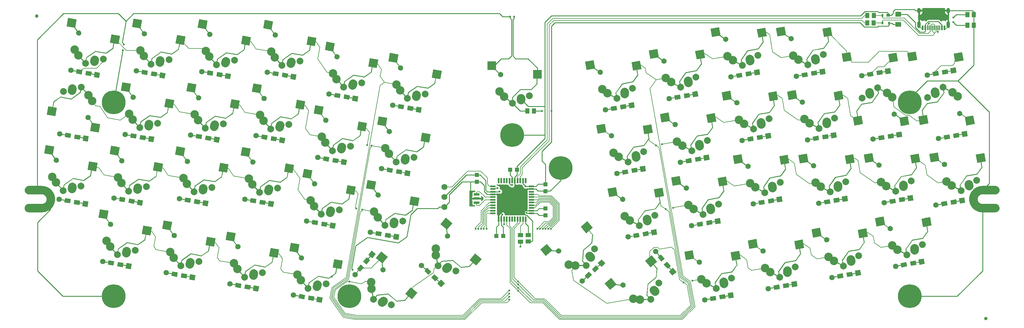
<source format=gbr>
G04 #@! TF.GenerationSoftware,KiCad,Pcbnew,(6.0.0-rc1-dev-1469-g932b9a334)*
G04 #@! TF.CreationDate,2019-08-24T21:44:15-07:00
G04 #@! TF.ProjectId,Laptreus-v2,4c617074-7265-4757-932d-76322e6b6963,rev?*
G04 #@! TF.SameCoordinates,Original*
G04 #@! TF.FileFunction,Copper,L1,Top*
G04 #@! TF.FilePolarity,Positive*
%FSLAX46Y46*%
G04 Gerber Fmt 4.6, Leading zero omitted, Abs format (unit mm)*
G04 Created by KiCad (PCBNEW (6.0.0-rc1-dev-1469-g932b9a334)) date Saturday, August 24, 2019 at 09:44:15 PM*
%MOMM*%
%LPD*%
G04 APERTURE LIST*
G04 #@! TA.AperFunction,SMDPad,CuDef*
%ADD10C,2.500000*%
G04 #@! TD*
G04 #@! TA.AperFunction,Conductor*
%ADD11C,0.100000*%
G04 #@! TD*
G04 #@! TA.AperFunction,ComponentPad*
%ADD12C,2.500000*%
G04 #@! TD*
G04 #@! TA.AperFunction,Conductor*
%ADD13C,2.500000*%
G04 #@! TD*
G04 #@! TA.AperFunction,ComponentPad*
%ADD14C,2.000000*%
G04 #@! TD*
G04 #@! TA.AperFunction,ViaPad*
%ADD15C,1.524000*%
G04 #@! TD*
G04 #@! TA.AperFunction,Conductor*
%ADD16C,2.000000*%
G04 #@! TD*
G04 #@! TA.AperFunction,SMDPad,CuDef*
%ADD17R,2.550000X2.500000*%
G04 #@! TD*
G04 #@! TA.AperFunction,SMDPad,CuDef*
%ADD18R,0.600000X1.450000*%
G04 #@! TD*
G04 #@! TA.AperFunction,SMDPad,CuDef*
%ADD19R,0.300000X1.450000*%
G04 #@! TD*
G04 #@! TA.AperFunction,ComponentPad*
%ADD20O,1.000000X2.100000*%
G04 #@! TD*
G04 #@! TA.AperFunction,ComponentPad*
%ADD21O,1.000000X1.600000*%
G04 #@! TD*
G04 #@! TA.AperFunction,ComponentPad*
%ADD22C,1.000000*%
G04 #@! TD*
G04 #@! TA.AperFunction,ComponentPad*
%ADD23C,7.000000*%
G04 #@! TD*
G04 #@! TA.AperFunction,SMDPad,CuDef*
%ADD24R,1.300000X1.500000*%
G04 #@! TD*
G04 #@! TA.AperFunction,SMDPad,CuDef*
%ADD25R,1.500000X0.550000*%
G04 #@! TD*
G04 #@! TA.AperFunction,SMDPad,CuDef*
%ADD26R,0.550000X1.500000*%
G04 #@! TD*
G04 #@! TA.AperFunction,SMDPad,CuDef*
%ADD27R,1.300000X1.200000*%
G04 #@! TD*
G04 #@! TA.AperFunction,SMDPad,CuDef*
%ADD28R,1.200000X1.300000*%
G04 #@! TD*
G04 #@! TA.AperFunction,SMDPad,CuDef*
%ADD29R,1.000000X0.900000*%
G04 #@! TD*
G04 #@! TA.AperFunction,SMDPad,CuDef*
%ADD30R,0.600000X0.900000*%
G04 #@! TD*
G04 #@! TA.AperFunction,ConnectorPad*
%ADD31C,1.000000*%
G04 #@! TD*
G04 #@! TA.AperFunction,SMDPad,CuDef*
%ADD32C,1.425000*%
G04 #@! TD*
G04 #@! TA.AperFunction,Conductor*
%ADD33C,1.200000*%
G04 #@! TD*
G04 #@! TA.AperFunction,SMDPad,CuDef*
%ADD34C,1.200000*%
G04 #@! TD*
G04 #@! TA.AperFunction,ComponentPad*
%ADD35C,1.600000*%
G04 #@! TD*
G04 #@! TA.AperFunction,SMDPad,CuDef*
%ADD36R,1.500000X1.300000*%
G04 #@! TD*
G04 #@! TA.AperFunction,SMDPad,CuDef*
%ADD37R,1.700000X0.700000*%
G04 #@! TD*
G04 #@! TA.AperFunction,ComponentPad*
%ADD38C,1.778000*%
G04 #@! TD*
G04 #@! TA.AperFunction,ViaPad*
%ADD39C,0.600000*%
G04 #@! TD*
G04 #@! TA.AperFunction,Conductor*
%ADD40C,0.160000*%
G04 #@! TD*
G04 #@! TA.AperFunction,Conductor*
%ADD41C,0.200000*%
G04 #@! TD*
G04 #@! TA.AperFunction,Conductor*
%ADD42C,0.250000*%
G04 #@! TD*
G04 #@! TA.AperFunction,Conductor*
%ADD43C,0.254000*%
G04 #@! TD*
G04 APERTURE END LIST*
D10*
G04 #@! TO.P,SW1,1*
G04 #@! TO.N,/ROW0*
X350991516Y-85961774D03*
D11*
G04 #@! TD*
G04 #@! TO.N,/ROW0*
G04 #@! TO.C,SW1*
G36*
X352030086Y-84509363D02*
G01*
X352464206Y-86971382D01*
X349952946Y-87414185D01*
X349518826Y-84952166D01*
X352030086Y-84509363D01*
X352030086Y-84509363D01*
G37*
D10*
G04 #@! TO.P,SW1,2*
G04 #@! TO.N,Net-(D1-Pad1)*
X364668399Y-86129354D03*
D11*
G04 #@! TD*
G04 #@! TO.N,Net-(D1-Pad1)*
G04 #@! TO.C,SW1*
G36*
X365706969Y-84676943D02*
G01*
X366141089Y-87138962D01*
X363629829Y-87581765D01*
X363195709Y-85119746D01*
X365706969Y-84676943D01*
X365706969Y-84676943D01*
G37*
D10*
G04 #@! TO.P,SW2,1*
G04 #@! TO.N,/ROW0*
X331679597Y-86143007D03*
D11*
G04 #@! TD*
G04 #@! TO.N,/ROW0*
G04 #@! TO.C,SW2*
G36*
X332718167Y-84690596D02*
G01*
X333152287Y-87152615D01*
X330641027Y-87595418D01*
X330206907Y-85133399D01*
X332718167Y-84690596D01*
X332718167Y-84690596D01*
G37*
D10*
G04 #@! TO.P,SW2,2*
G04 #@! TO.N,Net-(D2-Pad1)*
X345356480Y-86310587D03*
D11*
G04 #@! TD*
G04 #@! TO.N,Net-(D2-Pad1)*
G04 #@! TO.C,SW2*
G36*
X346395050Y-84858176D02*
G01*
X346829170Y-87320195D01*
X344317910Y-87762998D01*
X343883790Y-85300979D01*
X346395050Y-84858176D01*
X346395050Y-84858176D01*
G37*
D12*
G04 #@! TO.P,SW19,1*
G04 #@! TO.N,/ROW1*
X196650875Y-114693630D03*
X195614303Y-113028332D03*
G04 #@! TO.P,SW19,2*
G04 #@! TO.N,Net-(D19-Pad1)*
X201457428Y-116343343D03*
D13*
G04 #@! TD*
G04 #@! TO.N,Net-(D19-Pad1)*
G04 #@! TO.C,SW19*
X201527094Y-116061835D02*
X201387762Y-116624851D01*
D14*
G04 #@! TO.P,SW19,1*
G04 #@! TO.N,/ROW1*
X198765598Y-117097367D03*
D10*
X207486890Y-109963422D03*
D11*
G04 #@! TD*
G04 #@! TO.N,/ROW1*
G04 #@! TO.C,SW19*
G36*
X206014200Y-110973030D02*
G01*
X206448320Y-108511011D01*
X208959580Y-108953814D01*
X208525460Y-111415833D01*
X206014200Y-110973030D01*
X206014200Y-110973030D01*
G37*
D15*
G04 #@! TO.N,Net-(D19-Pad1)*
G04 #@! TO.C,SW19*
X196794779Y-108118732D03*
D14*
G04 #@! TD*
G04 #@! TO.P,SW19,2*
G04 #@! TO.N,Net-(D19-Pad1)*
X204071663Y-115799031D03*
D10*
G04 #@! TO.P,SW19,2*
G04 #@! TO.N,Net-(D19-Pad1)*
X194692141Y-105128179D03*
D11*
G04 #@! TD*
G04 #@! TO.N,Net-(D19-Pad1)*
G04 #@! TO.C,SW19*
G36*
X193219451Y-106137787D02*
G01*
X193653571Y-103675768D01*
X196164831Y-104118571D01*
X195730711Y-106580590D01*
X193219451Y-106137787D01*
X193219451Y-106137787D01*
G37*
D16*
G04 #@! TO.N,/ROW1*
G04 #@! TO.C,SW19*
X207627666Y-110028862D03*
D11*
G36*
X208892555Y-108958203D02*
G01*
X208901298Y-108962633D01*
X208909009Y-108968685D01*
X208915390Y-108976125D01*
X208920198Y-108984665D01*
X208923248Y-108993981D01*
X208924421Y-109003712D01*
X208923674Y-109013485D01*
X208511259Y-111352404D01*
X208508619Y-111361844D01*
X208504188Y-111370586D01*
X208498136Y-111378298D01*
X208490697Y-111384679D01*
X208482157Y-111389487D01*
X208472841Y-111392536D01*
X208463110Y-111393709D01*
X208453336Y-111392962D01*
X207296187Y-111188925D01*
X207027033Y-112715377D01*
X207026960Y-112715769D01*
X207026956Y-112715807D01*
X207026946Y-112715849D01*
X207026718Y-112717094D01*
X207025429Y-112722419D01*
X207024209Y-112727706D01*
X207024000Y-112728325D01*
X207023846Y-112728964D01*
X207022057Y-112734099D01*
X207020314Y-112739281D01*
X207020043Y-112739883D01*
X207019829Y-112740497D01*
X207017546Y-112745438D01*
X207015307Y-112750420D01*
X207014983Y-112750985D01*
X207014707Y-112751583D01*
X207011922Y-112756330D01*
X207009238Y-112761017D01*
X207008863Y-112761545D01*
X207008527Y-112762117D01*
X207005314Y-112766539D01*
X207002164Y-112770972D01*
X207001731Y-112771471D01*
X207001349Y-112771996D01*
X206997749Y-112776052D01*
X206994152Y-112780189D01*
X206993675Y-112780640D01*
X206993240Y-112781129D01*
X206989242Y-112784832D01*
X206985279Y-112788580D01*
X206984761Y-112788981D01*
X206984281Y-112789426D01*
X206979947Y-112792716D01*
X206975629Y-112796065D01*
X204948330Y-114215594D01*
X204948005Y-114215819D01*
X204947973Y-114215844D01*
X204947934Y-114215868D01*
X204946894Y-114216586D01*
X204942217Y-114219441D01*
X204937616Y-114222316D01*
X204937028Y-114222608D01*
X204936470Y-114222948D01*
X204931555Y-114225324D01*
X204926677Y-114227746D01*
X204926068Y-114227977D01*
X204925475Y-114228264D01*
X204920322Y-114230160D01*
X204915261Y-114232082D01*
X204914634Y-114232253D01*
X204914014Y-114232481D01*
X204908700Y-114233865D01*
X204903476Y-114235284D01*
X204902834Y-114235393D01*
X204902196Y-114235559D01*
X204896819Y-114236411D01*
X204891434Y-114237321D01*
X204890773Y-114237367D01*
X204890134Y-114237469D01*
X204884700Y-114237792D01*
X204879251Y-114238173D01*
X204878603Y-114238155D01*
X204877943Y-114238194D01*
X204872461Y-114237983D01*
X204867044Y-114237832D01*
X204866395Y-114237750D01*
X204865740Y-114237725D01*
X204860342Y-114236985D01*
X204854928Y-114236302D01*
X201754532Y-113689618D01*
X199174910Y-115495889D01*
X199017009Y-116391390D01*
X199071398Y-116412541D01*
X199137050Y-116445812D01*
X199199125Y-116485358D01*
X199257025Y-116530798D01*
X199310192Y-116581694D01*
X199358114Y-116637557D01*
X199400330Y-116697848D01*
X199436434Y-116761987D01*
X199466076Y-116829355D01*
X199488973Y-116899304D01*
X199504903Y-116971161D01*
X199513713Y-117044233D01*
X199515319Y-117117817D01*
X199509705Y-117191204D01*
X199496924Y-117263688D01*
X199477100Y-117334569D01*
X199450424Y-117403166D01*
X199417153Y-117468818D01*
X199377607Y-117530893D01*
X199332166Y-117588793D01*
X199281271Y-117641960D01*
X199225408Y-117689882D01*
X199165117Y-117732098D01*
X199100978Y-117768202D01*
X199033610Y-117797844D01*
X198963661Y-117820741D01*
X198891804Y-117836672D01*
X198818732Y-117845482D01*
X198745148Y-117847087D01*
X198671761Y-117841474D01*
X198599277Y-117828693D01*
X198528396Y-117808868D01*
X198459799Y-117782192D01*
X198394147Y-117748921D01*
X198332072Y-117709375D01*
X198274172Y-117663935D01*
X198221005Y-117613039D01*
X198173083Y-117557176D01*
X198130867Y-117496885D01*
X198094763Y-117432746D01*
X198065121Y-117365379D01*
X198042223Y-117295429D01*
X198026293Y-117223572D01*
X198017483Y-117150500D01*
X198015878Y-117076916D01*
X198021491Y-117003529D01*
X198034272Y-116931045D01*
X198054097Y-116860164D01*
X198080773Y-116791567D01*
X198114044Y-116725915D01*
X198153590Y-116663840D01*
X198168121Y-116645324D01*
X197107345Y-115439575D01*
X197042152Y-115476272D01*
X196963556Y-115510856D01*
X196881949Y-115537568D01*
X196798116Y-115556153D01*
X196712865Y-115566432D01*
X196627016Y-115568305D01*
X196541398Y-115561755D01*
X196456834Y-115546844D01*
X196374139Y-115523716D01*
X196294109Y-115492594D01*
X196217514Y-115453778D01*
X196145094Y-115407641D01*
X196077544Y-115354628D01*
X196015516Y-115295249D01*
X195959607Y-115230075D01*
X195910355Y-115159736D01*
X195868234Y-115084908D01*
X195833650Y-115006311D01*
X195806938Y-114924704D01*
X195788353Y-114840871D01*
X195778074Y-114755620D01*
X195776201Y-114669772D01*
X195782751Y-114584153D01*
X195797662Y-114499590D01*
X195820790Y-114416895D01*
X195851912Y-114336864D01*
X195890728Y-114260270D01*
X195936865Y-114187849D01*
X195989878Y-114120299D01*
X196049257Y-114058271D01*
X196087653Y-114025333D01*
X195997257Y-113880108D01*
X195948425Y-113901595D01*
X195861222Y-113930140D01*
X195771640Y-113950000D01*
X195680543Y-113960983D01*
X195588809Y-113962984D01*
X195497319Y-113955985D01*
X195406957Y-113940052D01*
X195318591Y-113915338D01*
X195233074Y-113882082D01*
X195151227Y-113840604D01*
X195073840Y-113791303D01*
X195001659Y-113734654D01*
X194935377Y-113671203D01*
X194875633Y-113601561D01*
X194823004Y-113526399D01*
X194777995Y-113446440D01*
X194741041Y-113362454D01*
X194712496Y-113275250D01*
X194692636Y-113185669D01*
X194681653Y-113094571D01*
X194679651Y-113002837D01*
X194686651Y-112911348D01*
X194702584Y-112820986D01*
X194727298Y-112732620D01*
X194760554Y-112647102D01*
X194802032Y-112565255D01*
X194851333Y-112487869D01*
X194907982Y-112415687D01*
X194971432Y-112349405D01*
X195041075Y-112289662D01*
X195116236Y-112237033D01*
X195196196Y-112192024D01*
X195280182Y-112155070D01*
X195367385Y-112126525D01*
X195456967Y-112106665D01*
X195548064Y-112095682D01*
X195639798Y-112093680D01*
X195731288Y-112100679D01*
X195821650Y-112116612D01*
X195910016Y-112141327D01*
X195995533Y-112174583D01*
X196077380Y-112216060D01*
X196154767Y-112265361D01*
X196226948Y-112322010D01*
X196293230Y-112385461D01*
X196352974Y-112455103D01*
X196405603Y-112530265D01*
X196450612Y-112610225D01*
X196487566Y-112694211D01*
X196516111Y-112781414D01*
X196535971Y-112870996D01*
X196546954Y-112962093D01*
X196548956Y-113053827D01*
X196541956Y-113145317D01*
X196526023Y-113235679D01*
X196501309Y-113324045D01*
X196468053Y-113409562D01*
X196426575Y-113491409D01*
X196377274Y-113568796D01*
X196320625Y-113640977D01*
X196257175Y-113707259D01*
X196209564Y-113748102D01*
X196299913Y-113893250D01*
X196338195Y-113876406D01*
X196419802Y-113849693D01*
X196503635Y-113831108D01*
X196588886Y-113820829D01*
X196674734Y-113818956D01*
X196760353Y-113825506D01*
X196844916Y-113840417D01*
X196927611Y-113863545D01*
X197007642Y-113894667D01*
X197084236Y-113933484D01*
X197156657Y-113979620D01*
X197224206Y-114032633D01*
X197286235Y-114092013D01*
X197342144Y-114157186D01*
X197391396Y-114227525D01*
X197433517Y-114302354D01*
X197468100Y-114380950D01*
X197494813Y-114462557D01*
X197513398Y-114546390D01*
X197523676Y-114631641D01*
X197525550Y-114717490D01*
X197519000Y-114803108D01*
X197504089Y-114887671D01*
X197480960Y-114970367D01*
X197449838Y-115050397D01*
X197411022Y-115126991D01*
X197364886Y-115199412D01*
X197332234Y-115241017D01*
X198393426Y-116447241D01*
X198430219Y-116426531D01*
X198497586Y-116396889D01*
X198567536Y-116373992D01*
X198639393Y-116358062D01*
X198712465Y-116349252D01*
X198770807Y-116347978D01*
X198937699Y-115401487D01*
X198937771Y-115401096D01*
X198937776Y-115401058D01*
X198937786Y-115401015D01*
X198938014Y-115399771D01*
X198939302Y-115394446D01*
X198940523Y-115389158D01*
X198940732Y-115388539D01*
X198940886Y-115387900D01*
X198942675Y-115382766D01*
X198944418Y-115377584D01*
X198944689Y-115376982D01*
X198944903Y-115376368D01*
X198947185Y-115371427D01*
X198949424Y-115366445D01*
X198949749Y-115365880D01*
X198950025Y-115365282D01*
X198952801Y-115360549D01*
X198955494Y-115355847D01*
X198955871Y-115355316D01*
X198956205Y-115354748D01*
X198959407Y-115350341D01*
X198962568Y-115345892D01*
X198963001Y-115345394D01*
X198963383Y-115344868D01*
X198966983Y-115340813D01*
X198970580Y-115336675D01*
X198971057Y-115336225D01*
X198971491Y-115335735D01*
X198975522Y-115332004D01*
X198979454Y-115328285D01*
X198979965Y-115327890D01*
X198980451Y-115327438D01*
X198984841Y-115324106D01*
X198989103Y-115320800D01*
X201653552Y-113455133D01*
X201654988Y-113454141D01*
X201665412Y-113447779D01*
X201676407Y-113442464D01*
X201687869Y-113438246D01*
X201699687Y-113435168D01*
X201711749Y-113433258D01*
X201723940Y-113432533D01*
X201736143Y-113433002D01*
X201748243Y-113434660D01*
X201759003Y-113437224D01*
X201759459Y-113437236D01*
X201771575Y-113438767D01*
X204847350Y-113981109D01*
X206789822Y-112620975D01*
X207049985Y-111145513D01*
X206089798Y-110976206D01*
X206080358Y-110973566D01*
X206071615Y-110969136D01*
X206063904Y-110963084D01*
X206057523Y-110955644D01*
X206052715Y-110947104D01*
X206049665Y-110937788D01*
X206048492Y-110928057D01*
X206049240Y-110918283D01*
X206461654Y-108579365D01*
X206464295Y-108569925D01*
X206468725Y-108561183D01*
X206474777Y-108553471D01*
X206482216Y-108547090D01*
X206490757Y-108542282D01*
X206500073Y-108539233D01*
X206509803Y-108538060D01*
X206519577Y-108538807D01*
X208883116Y-108955563D01*
X208892555Y-108958203D01*
X208892555Y-108958203D01*
G37*
D15*
G04 #@! TO.N,Net-(D19-Pad1)*
X196794779Y-108118732D03*
D11*
G36*
X194499644Y-104795336D02*
G01*
X194511219Y-104799231D01*
X194522358Y-104804238D01*
X194532956Y-104810307D01*
X194542911Y-104817381D01*
X194552127Y-104825393D01*
X194560518Y-104834267D01*
X194568003Y-104843917D01*
X196403666Y-107465514D01*
X196454032Y-107437163D01*
X196522479Y-107407047D01*
X196593547Y-107383783D01*
X196666554Y-107367598D01*
X196740795Y-107358646D01*
X196815556Y-107357015D01*
X196890118Y-107362720D01*
X196963761Y-107375705D01*
X197035777Y-107395846D01*
X197105472Y-107422949D01*
X197172174Y-107456752D01*
X197235242Y-107496931D01*
X197294068Y-107543098D01*
X197348086Y-107594809D01*
X197396775Y-107651565D01*
X197439667Y-107712821D01*
X197476348Y-107777985D01*
X197506464Y-107846432D01*
X197529728Y-107917500D01*
X197545913Y-107990507D01*
X197554865Y-108064748D01*
X197556496Y-108139509D01*
X197550791Y-108214071D01*
X197537806Y-108287714D01*
X197517665Y-108359730D01*
X197490562Y-108429425D01*
X197456759Y-108496127D01*
X197416580Y-108559195D01*
X197370413Y-108618021D01*
X197318702Y-108672039D01*
X197261946Y-108720728D01*
X197200690Y-108763620D01*
X197135526Y-108800301D01*
X197067079Y-108830417D01*
X196996011Y-108853681D01*
X196923004Y-108869866D01*
X196848763Y-108878818D01*
X196774002Y-108880449D01*
X196699440Y-108874744D01*
X196625797Y-108861759D01*
X196553781Y-108841618D01*
X196484086Y-108814515D01*
X196417384Y-108780712D01*
X196354316Y-108740533D01*
X196295490Y-108694366D01*
X196241472Y-108642655D01*
X196192783Y-108585899D01*
X196149891Y-108524643D01*
X196113210Y-108459479D01*
X196083094Y-108391032D01*
X196059830Y-108319964D01*
X196043645Y-108246957D01*
X196034693Y-108172716D01*
X196033062Y-108097955D01*
X196038767Y-108023393D01*
X196051752Y-107949750D01*
X196071893Y-107877734D01*
X196098996Y-107808039D01*
X196132799Y-107741337D01*
X196172978Y-107678269D01*
X196212333Y-107628124D01*
X194363216Y-104987310D01*
X194362224Y-104985874D01*
X194355862Y-104975450D01*
X194350546Y-104964455D01*
X194346329Y-104952993D01*
X194343251Y-104941175D01*
X194341341Y-104929114D01*
X194340616Y-104916922D01*
X194341085Y-104904719D01*
X194342743Y-104892619D01*
X194345574Y-104880740D01*
X194349549Y-104869191D01*
X194354632Y-104858089D01*
X194360776Y-104847534D01*
X194367919Y-104837629D01*
X194375996Y-104828468D01*
X194384927Y-104820138D01*
X194394629Y-104812721D01*
X194405008Y-104806286D01*
X194415966Y-104800894D01*
X194427398Y-104796597D01*
X194439194Y-104793436D01*
X194451242Y-104791442D01*
X194463428Y-104790632D01*
X194475635Y-104791016D01*
X194487745Y-104792589D01*
X194499644Y-104795336D01*
X194499644Y-104795336D01*
G37*
G04 #@! TD*
D12*
G04 #@! TO.P,SW3,1*
G04 #@! TO.N,/ROW0*
X317397521Y-86919865D03*
X315853897Y-85709526D03*
G04 #@! TO.P,SW3,2*
G04 #@! TO.N,Net-(D3-Pad1)*
X322478438Y-86826151D03*
D13*
G04 #@! TD*
G04 #@! TO.N,Net-(D3-Pad1)*
G04 #@! TO.C,SW3*
X322447621Y-86537793D02*
X322509255Y-87114509D01*
D14*
G04 #@! TO.P,SW3,1*
G04 #@! TO.N,/ROW0*
X320206837Y-88455362D03*
D10*
X325962219Y-78768789D03*
D11*
G04 #@! TD*
G04 #@! TO.N,/ROW0*
G04 #@! TO.C,SW3*
G36*
X324923649Y-80221200D02*
G01*
X324489529Y-77759181D01*
X327000789Y-77316378D01*
X327434909Y-79778397D01*
X324923649Y-80221200D01*
X324923649Y-80221200D01*
G37*
D15*
G04 #@! TO.N,Net-(D3-Pad1)*
G04 #@! TO.C,SW3*
X315283999Y-80692264D03*
D14*
G04 #@! TD*
G04 #@! TO.P,SW3,2*
G04 #@! TO.N,Net-(D3-Pad1)*
X324748850Y-85420545D03*
D10*
G04 #@! TO.P,SW3,2*
G04 #@! TO.N,Net-(D3-Pad1)*
X312285336Y-78601209D03*
D11*
G04 #@! TD*
G04 #@! TO.N,Net-(D3-Pad1)*
G04 #@! TO.C,SW3*
G36*
X311246766Y-80053620D02*
G01*
X310812646Y-77591601D01*
X313323906Y-77148798D01*
X313758026Y-79610817D01*
X311246766Y-80053620D01*
X311246766Y-80053620D01*
G37*
D16*
G04 #@! TO.N,/ROW0*
G04 #@! TO.C,SW3*
X326116886Y-78782134D03*
D11*
G36*
X326939306Y-77343426D02*
G01*
X326949037Y-77344599D01*
X326958353Y-77347649D01*
X326966894Y-77352457D01*
X326974333Y-77358838D01*
X326980385Y-77366549D01*
X326984815Y-77375292D01*
X326987456Y-77384732D01*
X327399870Y-79723650D01*
X327400617Y-79733424D01*
X327399444Y-79743154D01*
X327396395Y-79752470D01*
X327391587Y-79761011D01*
X327385206Y-79768450D01*
X327377494Y-79774502D01*
X327368752Y-79778932D01*
X327359312Y-79781573D01*
X326202163Y-79985609D01*
X326471318Y-81512061D01*
X326471384Y-81512454D01*
X326471392Y-81512491D01*
X326471398Y-81512535D01*
X326471609Y-81513782D01*
X326472219Y-81519227D01*
X326472881Y-81524613D01*
X326472896Y-81525266D01*
X326472970Y-81525919D01*
X326473045Y-81531355D01*
X326473179Y-81536821D01*
X326473131Y-81537480D01*
X326473140Y-81538130D01*
X326472685Y-81543553D01*
X326472285Y-81549001D01*
X326472173Y-81549643D01*
X326472119Y-81550299D01*
X326471125Y-81555713D01*
X326470206Y-81561034D01*
X326470034Y-81561659D01*
X326469914Y-81562311D01*
X326468408Y-81567566D01*
X326466963Y-81572809D01*
X326466727Y-81573426D01*
X326466547Y-81574050D01*
X326464552Y-81579093D01*
X326462586Y-81584211D01*
X326462293Y-81584797D01*
X326462052Y-81585406D01*
X326459561Y-81590253D01*
X326457119Y-81595130D01*
X326456769Y-81595684D01*
X326456470Y-81596267D01*
X326453522Y-81600840D01*
X326450611Y-81605464D01*
X325031081Y-83632762D01*
X325030852Y-83633085D01*
X325030830Y-83633119D01*
X325030802Y-83633155D01*
X325030071Y-83634185D01*
X325026651Y-83638468D01*
X325023312Y-83642743D01*
X325022859Y-83643219D01*
X325022451Y-83643729D01*
X325018645Y-83647643D01*
X325014890Y-83651587D01*
X325014396Y-83652013D01*
X325013937Y-83652485D01*
X325009743Y-83656029D01*
X325005645Y-83659566D01*
X325005114Y-83659941D01*
X325004609Y-83660367D01*
X325000089Y-83663485D01*
X324995666Y-83666606D01*
X324995100Y-83666927D01*
X324994557Y-83667302D01*
X324989796Y-83669941D01*
X324985047Y-83672639D01*
X324984442Y-83672908D01*
X324983876Y-83673222D01*
X324978880Y-83675384D01*
X324973890Y-83677605D01*
X324973274Y-83677810D01*
X324972668Y-83678073D01*
X324967444Y-83679749D01*
X324962302Y-83681460D01*
X324961665Y-83681605D01*
X324961040Y-83681806D01*
X324955715Y-83682957D01*
X324950393Y-83684166D01*
X321849998Y-84230850D01*
X320043727Y-86810471D01*
X320201628Y-87705973D01*
X320259971Y-87707246D01*
X320333043Y-87716056D01*
X320404900Y-87731986D01*
X320474849Y-87754884D01*
X320542217Y-87784526D01*
X320606356Y-87820630D01*
X320666647Y-87862846D01*
X320722510Y-87910768D01*
X320773406Y-87963935D01*
X320818846Y-88021835D01*
X320858392Y-88083910D01*
X320891663Y-88149562D01*
X320918339Y-88218159D01*
X320938163Y-88289040D01*
X320950944Y-88361524D01*
X320956558Y-88434911D01*
X320954952Y-88508495D01*
X320946142Y-88581567D01*
X320930212Y-88653424D01*
X320907315Y-88723373D01*
X320877673Y-88790741D01*
X320841569Y-88854880D01*
X320799353Y-88915170D01*
X320751431Y-88971034D01*
X320698264Y-89021929D01*
X320640364Y-89067370D01*
X320578289Y-89106916D01*
X320512637Y-89140187D01*
X320444040Y-89166863D01*
X320373159Y-89186687D01*
X320300675Y-89199468D01*
X320227288Y-89205082D01*
X320153704Y-89203476D01*
X320080632Y-89194666D01*
X320008775Y-89178736D01*
X319938825Y-89155839D01*
X319871458Y-89126197D01*
X319807319Y-89090093D01*
X319747028Y-89047877D01*
X319691165Y-88999954D01*
X319640269Y-88946788D01*
X319594829Y-88888888D01*
X319555283Y-88826813D01*
X319522012Y-88761161D01*
X319495336Y-88692564D01*
X319475511Y-88621682D01*
X319462730Y-88549199D01*
X319457117Y-88475812D01*
X319458722Y-88402228D01*
X319467532Y-88329156D01*
X319483463Y-88257299D01*
X319490784Y-88234930D01*
X318081591Y-87464703D01*
X318032881Y-87521484D01*
X317970853Y-87580863D01*
X317903303Y-87633877D01*
X317830882Y-87680013D01*
X317754288Y-87718829D01*
X317674258Y-87749951D01*
X317591562Y-87773080D01*
X317506999Y-87787990D01*
X317421381Y-87794540D01*
X317335532Y-87792667D01*
X317250281Y-87782389D01*
X317166448Y-87763804D01*
X317084841Y-87737091D01*
X317006245Y-87702508D01*
X316931416Y-87660387D01*
X316861077Y-87611135D01*
X316795904Y-87555226D01*
X316736524Y-87493197D01*
X316683511Y-87425648D01*
X316637375Y-87353227D01*
X316598558Y-87276633D01*
X316567436Y-87196602D01*
X316544308Y-87113907D01*
X316529397Y-87029344D01*
X316522847Y-86943725D01*
X316524720Y-86857877D01*
X316534999Y-86772626D01*
X316553584Y-86688793D01*
X316580297Y-86607185D01*
X316614880Y-86528589D01*
X316639695Y-86484505D01*
X316505080Y-86378955D01*
X316466542Y-86415848D01*
X316394360Y-86472497D01*
X316316974Y-86521798D01*
X316235127Y-86563275D01*
X316149610Y-86596532D01*
X316061244Y-86621246D01*
X315970882Y-86637179D01*
X315879392Y-86644178D01*
X315787658Y-86642176D01*
X315696561Y-86631193D01*
X315606979Y-86611333D01*
X315519776Y-86582788D01*
X315435789Y-86545834D01*
X315355830Y-86500825D01*
X315280668Y-86448196D01*
X315211026Y-86388453D01*
X315147575Y-86322171D01*
X315090926Y-86249989D01*
X315041625Y-86172603D01*
X315000148Y-86090756D01*
X314966891Y-86005238D01*
X314942177Y-85916872D01*
X314926244Y-85826510D01*
X314919245Y-85735021D01*
X314921247Y-85643287D01*
X314932230Y-85552190D01*
X314952090Y-85462608D01*
X314980635Y-85375404D01*
X315017589Y-85291418D01*
X315062598Y-85211459D01*
X315115227Y-85136297D01*
X315174970Y-85066655D01*
X315241252Y-85003204D01*
X315313434Y-84946555D01*
X315390820Y-84897254D01*
X315472667Y-84855776D01*
X315558185Y-84822520D01*
X315646551Y-84797806D01*
X315736913Y-84781873D01*
X315828402Y-84774874D01*
X315920136Y-84776876D01*
X316011234Y-84787859D01*
X316100815Y-84807719D01*
X316188019Y-84836264D01*
X316272005Y-84873218D01*
X316351964Y-84918227D01*
X316427126Y-84970856D01*
X316496768Y-85030599D01*
X316560219Y-85096881D01*
X316616868Y-85169063D01*
X316666169Y-85246449D01*
X316707647Y-85328296D01*
X316740903Y-85413814D01*
X316765617Y-85502179D01*
X316781550Y-85592541D01*
X316788549Y-85684031D01*
X316786548Y-85775765D01*
X316775565Y-85866862D01*
X316755704Y-85956444D01*
X316727160Y-86043648D01*
X316690205Y-86127634D01*
X316659435Y-86182297D01*
X316793979Y-86287791D01*
X316824190Y-86258869D01*
X316891740Y-86205856D01*
X316964161Y-86159719D01*
X317040755Y-86120903D01*
X317120786Y-86089781D01*
X317203481Y-86066653D01*
X317288044Y-86051742D01*
X317373663Y-86045192D01*
X317459511Y-86047065D01*
X317544762Y-86057343D01*
X317628595Y-86075928D01*
X317710202Y-86102641D01*
X317788799Y-86137225D01*
X317863627Y-86179346D01*
X317933966Y-86228598D01*
X317999140Y-86284507D01*
X318058519Y-86346535D01*
X318111532Y-86414085D01*
X318157669Y-86486505D01*
X318196485Y-86563100D01*
X318227607Y-86643130D01*
X318250735Y-86725825D01*
X318265646Y-86810389D01*
X318272196Y-86896007D01*
X318270323Y-86981856D01*
X318260044Y-87067107D01*
X318241459Y-87150939D01*
X318225007Y-87201203D01*
X319634754Y-87971733D01*
X319662244Y-87939689D01*
X319715411Y-87888793D01*
X319773311Y-87843353D01*
X319835386Y-87803807D01*
X319901038Y-87770536D01*
X319955426Y-87749385D01*
X319788534Y-86802894D01*
X319788468Y-86802502D01*
X319788460Y-86802465D01*
X319788454Y-86802421D01*
X319788243Y-86801174D01*
X319787633Y-86795729D01*
X319786971Y-86790343D01*
X319786956Y-86789690D01*
X319786882Y-86789036D01*
X319786807Y-86783600D01*
X319786673Y-86778134D01*
X319786721Y-86777476D01*
X319786712Y-86776825D01*
X319787167Y-86771402D01*
X319787567Y-86765955D01*
X319787679Y-86765313D01*
X319787733Y-86764656D01*
X319788723Y-86759259D01*
X319789646Y-86753920D01*
X319789819Y-86753293D01*
X319789938Y-86752644D01*
X319791440Y-86747408D01*
X319792889Y-86742146D01*
X319793125Y-86741530D01*
X319793305Y-86740905D01*
X319795300Y-86735863D01*
X319797266Y-86730745D01*
X319797559Y-86730159D01*
X319797800Y-86729550D01*
X319800311Y-86724665D01*
X319802734Y-86719825D01*
X319803079Y-86719279D01*
X319803382Y-86718689D01*
X319806367Y-86714056D01*
X319809242Y-86709491D01*
X321674909Y-84045043D01*
X321675919Y-84043620D01*
X321683539Y-84034075D01*
X321692053Y-84025321D01*
X321701380Y-84017438D01*
X321711433Y-84010503D01*
X321722114Y-84004583D01*
X321733322Y-83999732D01*
X321744950Y-83995999D01*
X321756887Y-83993418D01*
X321767875Y-83992148D01*
X321768308Y-83992003D01*
X321780217Y-83989297D01*
X324855992Y-83446955D01*
X326216125Y-81504483D01*
X325955961Y-80029021D01*
X324995773Y-80198328D01*
X324986000Y-80199076D01*
X324976269Y-80197903D01*
X324966953Y-80194853D01*
X324958412Y-80190045D01*
X324950973Y-80183664D01*
X324944921Y-80175953D01*
X324940491Y-80167210D01*
X324937851Y-80157770D01*
X324525436Y-77818852D01*
X324524689Y-77809078D01*
X324525862Y-77799348D01*
X324528911Y-77790032D01*
X324533719Y-77781491D01*
X324540100Y-77774052D01*
X324547812Y-77768000D01*
X324556554Y-77763569D01*
X324565994Y-77760929D01*
X326929533Y-77344174D01*
X326939306Y-77343426D01*
X326939306Y-77343426D01*
G37*
D15*
G04 #@! TO.N,Net-(D3-Pad1)*
X315283999Y-80692264D03*
D11*
G36*
X311990610Y-78354276D02*
G01*
X312002818Y-78353977D01*
X312014998Y-78354872D01*
X312027032Y-78356951D01*
X312038806Y-78360193D01*
X312050208Y-78364570D01*
X312061127Y-78370039D01*
X312071461Y-78376546D01*
X314693060Y-80212208D01*
X314730692Y-80168341D01*
X314784710Y-80116630D01*
X314843536Y-80070463D01*
X314906604Y-80030284D01*
X314973306Y-79996481D01*
X315043001Y-79969378D01*
X315115017Y-79949237D01*
X315188660Y-79936252D01*
X315263222Y-79930547D01*
X315337983Y-79932178D01*
X315412224Y-79941130D01*
X315485231Y-79957315D01*
X315556299Y-79980579D01*
X315624746Y-80010695D01*
X315689910Y-80047376D01*
X315751166Y-80090268D01*
X315807922Y-80138957D01*
X315859633Y-80192975D01*
X315905800Y-80251801D01*
X315945979Y-80314869D01*
X315979782Y-80381571D01*
X316006885Y-80451266D01*
X316027026Y-80523282D01*
X316040011Y-80596925D01*
X316045716Y-80671487D01*
X316044085Y-80746248D01*
X316035133Y-80820489D01*
X316018948Y-80893496D01*
X315995684Y-80964564D01*
X315965568Y-81033011D01*
X315928887Y-81098175D01*
X315885995Y-81159431D01*
X315837306Y-81216187D01*
X315783288Y-81267898D01*
X315724462Y-81314065D01*
X315661394Y-81354244D01*
X315594692Y-81388047D01*
X315524997Y-81415150D01*
X315452981Y-81435291D01*
X315379338Y-81448276D01*
X315304776Y-81453981D01*
X315230015Y-81452350D01*
X315155774Y-81443398D01*
X315082767Y-81427213D01*
X315011699Y-81403949D01*
X314943252Y-81373833D01*
X314878088Y-81337152D01*
X314816832Y-81294260D01*
X314760076Y-81245571D01*
X314708365Y-81191553D01*
X314662198Y-81132727D01*
X314622019Y-81069659D01*
X314588216Y-81002957D01*
X314561113Y-80933262D01*
X314540972Y-80861246D01*
X314527987Y-80787603D01*
X314522282Y-80713041D01*
X314523913Y-80638280D01*
X314532865Y-80564039D01*
X314549050Y-80491032D01*
X314568880Y-80430452D01*
X311928068Y-78581334D01*
X311926645Y-78580323D01*
X311917100Y-78572704D01*
X311908345Y-78564190D01*
X311900463Y-78554862D01*
X311893528Y-78544810D01*
X311887608Y-78534128D01*
X311882757Y-78522920D01*
X311879024Y-78511293D01*
X311876443Y-78499356D01*
X311875040Y-78487224D01*
X311874826Y-78475013D01*
X311875806Y-78462841D01*
X311877968Y-78450821D01*
X311881293Y-78439071D01*
X311885750Y-78427700D01*
X311891293Y-78416818D01*
X311897873Y-78406529D01*
X311905426Y-78396933D01*
X311913879Y-78388118D01*
X311923151Y-78380170D01*
X311933155Y-78373166D01*
X311943795Y-78367171D01*
X311954968Y-78362242D01*
X311966570Y-78358428D01*
X311978488Y-78355764D01*
X311990610Y-78354276D01*
X311990610Y-78354276D01*
G37*
G04 #@! TD*
D12*
G04 #@! TO.P,SW12,1*
G04 #@! TO.N,/ROW0*
X105042543Y-85600486D03*
X104005971Y-83935188D03*
G04 #@! TO.P,SW12,2*
G04 #@! TO.N,Net-(D12-Pad1)*
X109849096Y-87250199D03*
D13*
G04 #@! TD*
G04 #@! TO.N,Net-(D12-Pad1)*
G04 #@! TO.C,SW12*
X109918762Y-86968691D02*
X109779430Y-87531707D01*
D14*
G04 #@! TO.P,SW12,1*
G04 #@! TO.N,/ROW0*
X107157266Y-88004223D03*
D10*
X115878558Y-80870278D03*
D11*
G04 #@! TD*
G04 #@! TO.N,/ROW0*
G04 #@! TO.C,SW12*
G36*
X114405868Y-81879886D02*
G01*
X114839988Y-79417867D01*
X117351248Y-79860670D01*
X116917128Y-82322689D01*
X114405868Y-81879886D01*
X114405868Y-81879886D01*
G37*
D15*
G04 #@! TO.N,Net-(D12-Pad1)*
G04 #@! TO.C,SW12*
X105186447Y-79025588D03*
D14*
G04 #@! TD*
G04 #@! TO.P,SW12,2*
G04 #@! TO.N,Net-(D12-Pad1)*
X112463331Y-86705887D03*
D10*
G04 #@! TO.P,SW12,2*
G04 #@! TO.N,Net-(D12-Pad1)*
X103083809Y-76035035D03*
D11*
G04 #@! TD*
G04 #@! TO.N,Net-(D12-Pad1)*
G04 #@! TO.C,SW12*
G36*
X101611119Y-77044643D02*
G01*
X102045239Y-74582624D01*
X104556499Y-75025427D01*
X104122379Y-77487446D01*
X101611119Y-77044643D01*
X101611119Y-77044643D01*
G37*
D16*
G04 #@! TO.N,/ROW0*
G04 #@! TO.C,SW12*
X116019334Y-80935718D03*
D11*
G36*
X117284223Y-79865059D02*
G01*
X117292966Y-79869489D01*
X117300677Y-79875541D01*
X117307058Y-79882981D01*
X117311866Y-79891521D01*
X117314916Y-79900837D01*
X117316089Y-79910568D01*
X117315342Y-79920341D01*
X116902927Y-82259260D01*
X116900287Y-82268700D01*
X116895856Y-82277442D01*
X116889804Y-82285154D01*
X116882365Y-82291535D01*
X116873825Y-82296343D01*
X116864509Y-82299392D01*
X116854778Y-82300565D01*
X116845004Y-82299818D01*
X115687855Y-82095781D01*
X115418701Y-83622233D01*
X115418628Y-83622625D01*
X115418624Y-83622663D01*
X115418614Y-83622705D01*
X115418386Y-83623950D01*
X115417097Y-83629275D01*
X115415877Y-83634562D01*
X115415668Y-83635181D01*
X115415514Y-83635820D01*
X115413725Y-83640955D01*
X115411982Y-83646137D01*
X115411711Y-83646739D01*
X115411497Y-83647353D01*
X115409214Y-83652294D01*
X115406975Y-83657276D01*
X115406651Y-83657841D01*
X115406375Y-83658439D01*
X115403590Y-83663186D01*
X115400906Y-83667873D01*
X115400531Y-83668401D01*
X115400195Y-83668973D01*
X115396982Y-83673395D01*
X115393832Y-83677828D01*
X115393399Y-83678327D01*
X115393017Y-83678852D01*
X115389417Y-83682908D01*
X115385820Y-83687045D01*
X115385343Y-83687496D01*
X115384908Y-83687985D01*
X115380910Y-83691688D01*
X115376947Y-83695436D01*
X115376429Y-83695837D01*
X115375949Y-83696282D01*
X115371615Y-83699572D01*
X115367297Y-83702921D01*
X113339998Y-85122450D01*
X113339673Y-85122675D01*
X113339641Y-85122700D01*
X113339602Y-85122724D01*
X113338562Y-85123442D01*
X113333885Y-85126297D01*
X113329284Y-85129172D01*
X113328696Y-85129464D01*
X113328138Y-85129804D01*
X113323223Y-85132180D01*
X113318345Y-85134602D01*
X113317736Y-85134833D01*
X113317143Y-85135120D01*
X113311990Y-85137016D01*
X113306929Y-85138938D01*
X113306302Y-85139109D01*
X113305682Y-85139337D01*
X113300368Y-85140721D01*
X113295144Y-85142140D01*
X113294502Y-85142249D01*
X113293864Y-85142415D01*
X113288487Y-85143267D01*
X113283102Y-85144177D01*
X113282441Y-85144223D01*
X113281802Y-85144325D01*
X113276368Y-85144648D01*
X113270919Y-85145029D01*
X113270271Y-85145011D01*
X113269611Y-85145050D01*
X113264129Y-85144839D01*
X113258712Y-85144688D01*
X113258063Y-85144606D01*
X113257408Y-85144581D01*
X113252010Y-85143841D01*
X113246596Y-85143158D01*
X110146200Y-84596474D01*
X107566578Y-86402745D01*
X107408677Y-87298246D01*
X107463066Y-87319397D01*
X107528718Y-87352668D01*
X107590793Y-87392214D01*
X107648693Y-87437654D01*
X107701860Y-87488550D01*
X107749782Y-87544413D01*
X107791998Y-87604704D01*
X107828102Y-87668843D01*
X107857744Y-87736211D01*
X107880641Y-87806160D01*
X107896571Y-87878017D01*
X107905381Y-87951089D01*
X107906987Y-88024673D01*
X107901373Y-88098060D01*
X107888592Y-88170544D01*
X107868768Y-88241425D01*
X107842092Y-88310022D01*
X107808821Y-88375674D01*
X107769275Y-88437749D01*
X107723834Y-88495649D01*
X107672939Y-88548816D01*
X107617076Y-88596738D01*
X107556785Y-88638954D01*
X107492646Y-88675058D01*
X107425278Y-88704700D01*
X107355329Y-88727597D01*
X107283472Y-88743528D01*
X107210400Y-88752338D01*
X107136816Y-88753943D01*
X107063429Y-88748330D01*
X106990945Y-88735549D01*
X106920064Y-88715724D01*
X106851467Y-88689048D01*
X106785815Y-88655777D01*
X106723740Y-88616231D01*
X106665840Y-88570791D01*
X106612673Y-88519895D01*
X106564751Y-88464032D01*
X106522535Y-88403741D01*
X106486431Y-88339602D01*
X106456789Y-88272235D01*
X106433891Y-88202285D01*
X106417961Y-88130428D01*
X106409151Y-88057356D01*
X106407546Y-87983772D01*
X106413159Y-87910385D01*
X106425940Y-87837901D01*
X106445765Y-87767020D01*
X106472441Y-87698423D01*
X106505712Y-87632771D01*
X106545258Y-87570696D01*
X106559789Y-87552180D01*
X105499013Y-86346431D01*
X105433820Y-86383128D01*
X105355224Y-86417712D01*
X105273617Y-86444424D01*
X105189784Y-86463009D01*
X105104533Y-86473288D01*
X105018684Y-86475161D01*
X104933066Y-86468611D01*
X104848502Y-86453700D01*
X104765807Y-86430572D01*
X104685777Y-86399450D01*
X104609182Y-86360634D01*
X104536762Y-86314497D01*
X104469212Y-86261484D01*
X104407184Y-86202105D01*
X104351275Y-86136931D01*
X104302023Y-86066592D01*
X104259902Y-85991764D01*
X104225318Y-85913167D01*
X104198606Y-85831560D01*
X104180021Y-85747727D01*
X104169742Y-85662476D01*
X104167869Y-85576628D01*
X104174419Y-85491009D01*
X104189330Y-85406446D01*
X104212458Y-85323751D01*
X104243580Y-85243720D01*
X104282396Y-85167126D01*
X104328533Y-85094705D01*
X104381546Y-85027155D01*
X104440925Y-84965127D01*
X104479321Y-84932189D01*
X104388925Y-84786964D01*
X104340093Y-84808451D01*
X104252890Y-84836996D01*
X104163308Y-84856856D01*
X104072211Y-84867839D01*
X103980477Y-84869840D01*
X103888987Y-84862841D01*
X103798625Y-84846908D01*
X103710259Y-84822194D01*
X103624742Y-84788938D01*
X103542895Y-84747460D01*
X103465508Y-84698159D01*
X103393327Y-84641510D01*
X103327045Y-84578059D01*
X103267301Y-84508417D01*
X103214672Y-84433255D01*
X103169663Y-84353296D01*
X103132709Y-84269310D01*
X103104164Y-84182106D01*
X103084304Y-84092525D01*
X103073321Y-84001427D01*
X103071319Y-83909693D01*
X103078319Y-83818204D01*
X103094252Y-83727842D01*
X103118966Y-83639476D01*
X103152222Y-83553958D01*
X103193700Y-83472111D01*
X103243001Y-83394725D01*
X103299650Y-83322543D01*
X103363100Y-83256261D01*
X103432743Y-83196518D01*
X103507904Y-83143889D01*
X103587864Y-83098880D01*
X103671850Y-83061926D01*
X103759053Y-83033381D01*
X103848635Y-83013521D01*
X103939732Y-83002538D01*
X104031466Y-83000536D01*
X104122956Y-83007535D01*
X104213318Y-83023468D01*
X104301684Y-83048183D01*
X104387201Y-83081439D01*
X104469048Y-83122916D01*
X104546435Y-83172217D01*
X104618616Y-83228866D01*
X104684898Y-83292317D01*
X104744642Y-83361959D01*
X104797271Y-83437121D01*
X104842280Y-83517081D01*
X104879234Y-83601067D01*
X104907779Y-83688270D01*
X104927639Y-83777852D01*
X104938622Y-83868949D01*
X104940624Y-83960683D01*
X104933624Y-84052173D01*
X104917691Y-84142535D01*
X104892977Y-84230901D01*
X104859721Y-84316418D01*
X104818243Y-84398265D01*
X104768942Y-84475652D01*
X104712293Y-84547833D01*
X104648843Y-84614115D01*
X104601232Y-84654958D01*
X104691581Y-84800106D01*
X104729863Y-84783262D01*
X104811470Y-84756549D01*
X104895303Y-84737964D01*
X104980554Y-84727685D01*
X105066402Y-84725812D01*
X105152021Y-84732362D01*
X105236584Y-84747273D01*
X105319279Y-84770401D01*
X105399310Y-84801523D01*
X105475904Y-84840340D01*
X105548325Y-84886476D01*
X105615874Y-84939489D01*
X105677903Y-84998869D01*
X105733812Y-85064042D01*
X105783064Y-85134381D01*
X105825185Y-85209210D01*
X105859768Y-85287806D01*
X105886481Y-85369413D01*
X105905066Y-85453246D01*
X105915344Y-85538497D01*
X105917218Y-85624346D01*
X105910668Y-85709964D01*
X105895757Y-85794527D01*
X105872628Y-85877223D01*
X105841506Y-85957253D01*
X105802690Y-86033847D01*
X105756554Y-86106268D01*
X105723902Y-86147873D01*
X106785094Y-87354097D01*
X106821887Y-87333387D01*
X106889254Y-87303745D01*
X106959204Y-87280848D01*
X107031061Y-87264918D01*
X107104133Y-87256108D01*
X107162475Y-87254834D01*
X107329367Y-86308343D01*
X107329439Y-86307952D01*
X107329444Y-86307914D01*
X107329454Y-86307871D01*
X107329682Y-86306627D01*
X107330970Y-86301302D01*
X107332191Y-86296014D01*
X107332400Y-86295395D01*
X107332554Y-86294756D01*
X107334343Y-86289622D01*
X107336086Y-86284440D01*
X107336357Y-86283838D01*
X107336571Y-86283224D01*
X107338853Y-86278283D01*
X107341092Y-86273301D01*
X107341417Y-86272736D01*
X107341693Y-86272138D01*
X107344469Y-86267405D01*
X107347162Y-86262703D01*
X107347539Y-86262172D01*
X107347873Y-86261604D01*
X107351075Y-86257197D01*
X107354236Y-86252748D01*
X107354669Y-86252250D01*
X107355051Y-86251724D01*
X107358651Y-86247669D01*
X107362248Y-86243531D01*
X107362725Y-86243081D01*
X107363159Y-86242591D01*
X107367190Y-86238860D01*
X107371122Y-86235141D01*
X107371633Y-86234746D01*
X107372119Y-86234294D01*
X107376509Y-86230962D01*
X107380771Y-86227656D01*
X110045220Y-84361989D01*
X110046656Y-84360997D01*
X110057080Y-84354635D01*
X110068075Y-84349320D01*
X110079537Y-84345102D01*
X110091355Y-84342024D01*
X110103417Y-84340114D01*
X110115608Y-84339389D01*
X110127811Y-84339858D01*
X110139911Y-84341516D01*
X110150671Y-84344080D01*
X110151127Y-84344092D01*
X110163243Y-84345623D01*
X113239018Y-84887965D01*
X115181490Y-83527831D01*
X115441653Y-82052369D01*
X114481466Y-81883062D01*
X114472026Y-81880422D01*
X114463283Y-81875992D01*
X114455572Y-81869940D01*
X114449191Y-81862500D01*
X114444383Y-81853960D01*
X114441333Y-81844644D01*
X114440160Y-81834913D01*
X114440908Y-81825139D01*
X114853322Y-79486221D01*
X114855963Y-79476781D01*
X114860393Y-79468039D01*
X114866445Y-79460327D01*
X114873884Y-79453946D01*
X114882425Y-79449138D01*
X114891741Y-79446089D01*
X114901471Y-79444916D01*
X114911245Y-79445663D01*
X117274784Y-79862419D01*
X117284223Y-79865059D01*
X117284223Y-79865059D01*
G37*
D15*
G04 #@! TO.N,Net-(D12-Pad1)*
X105186447Y-79025588D03*
D11*
G36*
X102891312Y-75702192D02*
G01*
X102902887Y-75706087D01*
X102914026Y-75711094D01*
X102924624Y-75717163D01*
X102934579Y-75724237D01*
X102943795Y-75732249D01*
X102952186Y-75741123D01*
X102959671Y-75750773D01*
X104795334Y-78372370D01*
X104845700Y-78344019D01*
X104914147Y-78313903D01*
X104985215Y-78290639D01*
X105058222Y-78274454D01*
X105132463Y-78265502D01*
X105207224Y-78263871D01*
X105281786Y-78269576D01*
X105355429Y-78282561D01*
X105427445Y-78302702D01*
X105497140Y-78329805D01*
X105563842Y-78363608D01*
X105626910Y-78403787D01*
X105685736Y-78449954D01*
X105739754Y-78501665D01*
X105788443Y-78558421D01*
X105831335Y-78619677D01*
X105868016Y-78684841D01*
X105898132Y-78753288D01*
X105921396Y-78824356D01*
X105937581Y-78897363D01*
X105946533Y-78971604D01*
X105948164Y-79046365D01*
X105942459Y-79120927D01*
X105929474Y-79194570D01*
X105909333Y-79266586D01*
X105882230Y-79336281D01*
X105848427Y-79402983D01*
X105808248Y-79466051D01*
X105762081Y-79524877D01*
X105710370Y-79578895D01*
X105653614Y-79627584D01*
X105592358Y-79670476D01*
X105527194Y-79707157D01*
X105458747Y-79737273D01*
X105387679Y-79760537D01*
X105314672Y-79776722D01*
X105240431Y-79785674D01*
X105165670Y-79787305D01*
X105091108Y-79781600D01*
X105017465Y-79768615D01*
X104945449Y-79748474D01*
X104875754Y-79721371D01*
X104809052Y-79687568D01*
X104745984Y-79647389D01*
X104687158Y-79601222D01*
X104633140Y-79549511D01*
X104584451Y-79492755D01*
X104541559Y-79431499D01*
X104504878Y-79366335D01*
X104474762Y-79297888D01*
X104451498Y-79226820D01*
X104435313Y-79153813D01*
X104426361Y-79079572D01*
X104424730Y-79004811D01*
X104430435Y-78930249D01*
X104443420Y-78856606D01*
X104463561Y-78784590D01*
X104490664Y-78714895D01*
X104524467Y-78648193D01*
X104564646Y-78585125D01*
X104604001Y-78534980D01*
X102754884Y-75894166D01*
X102753892Y-75892730D01*
X102747530Y-75882306D01*
X102742214Y-75871311D01*
X102737997Y-75859849D01*
X102734919Y-75848031D01*
X102733009Y-75835970D01*
X102732284Y-75823778D01*
X102732753Y-75811575D01*
X102734411Y-75799475D01*
X102737242Y-75787596D01*
X102741217Y-75776047D01*
X102746300Y-75764945D01*
X102752444Y-75754390D01*
X102759587Y-75744485D01*
X102767664Y-75735324D01*
X102776595Y-75726994D01*
X102786297Y-75719577D01*
X102796676Y-75713142D01*
X102807634Y-75707750D01*
X102819066Y-75703453D01*
X102830862Y-75700292D01*
X102842910Y-75698298D01*
X102855096Y-75697488D01*
X102867303Y-75697872D01*
X102879413Y-75699445D01*
X102891312Y-75702192D01*
X102891312Y-75702192D01*
G37*
G04 #@! TD*
D12*
G04 #@! TO.P,SW11,1*
G04 #@! TO.N,/ROW0*
X124365189Y-85827817D03*
X123328617Y-84162519D03*
G04 #@! TO.P,SW11,2*
G04 #@! TO.N,Net-(D11-Pad1)*
X129171742Y-87477530D03*
D13*
G04 #@! TD*
G04 #@! TO.N,Net-(D11-Pad1)*
G04 #@! TO.C,SW11*
X129241408Y-87196022D02*
X129102076Y-87759038D01*
D14*
G04 #@! TO.P,SW11,1*
G04 #@! TO.N,/ROW0*
X126479912Y-88231554D03*
D10*
X135201204Y-81097609D03*
D11*
G04 #@! TD*
G04 #@! TO.N,/ROW0*
G04 #@! TO.C,SW11*
G36*
X133728514Y-82107217D02*
G01*
X134162634Y-79645198D01*
X136673894Y-80088001D01*
X136239774Y-82550020D01*
X133728514Y-82107217D01*
X133728514Y-82107217D01*
G37*
D15*
G04 #@! TO.N,Net-(D11-Pad1)*
G04 #@! TO.C,SW11*
X124509093Y-79252919D03*
D14*
G04 #@! TD*
G04 #@! TO.P,SW11,2*
G04 #@! TO.N,Net-(D11-Pad1)*
X131785977Y-86933218D03*
D10*
G04 #@! TO.P,SW11,2*
G04 #@! TO.N,Net-(D11-Pad1)*
X122406455Y-76262366D03*
D11*
G04 #@! TD*
G04 #@! TO.N,Net-(D11-Pad1)*
G04 #@! TO.C,SW11*
G36*
X120933765Y-77271974D02*
G01*
X121367885Y-74809955D01*
X123879145Y-75252758D01*
X123445025Y-77714777D01*
X120933765Y-77271974D01*
X120933765Y-77271974D01*
G37*
D16*
G04 #@! TO.N,/ROW0*
G04 #@! TO.C,SW11*
X135341980Y-81163049D03*
D11*
G36*
X136606869Y-80092390D02*
G01*
X136615612Y-80096820D01*
X136623323Y-80102872D01*
X136629704Y-80110312D01*
X136634512Y-80118852D01*
X136637562Y-80128168D01*
X136638735Y-80137899D01*
X136637988Y-80147672D01*
X136225573Y-82486591D01*
X136222933Y-82496031D01*
X136218502Y-82504773D01*
X136212450Y-82512485D01*
X136205011Y-82518866D01*
X136196471Y-82523674D01*
X136187155Y-82526723D01*
X136177424Y-82527896D01*
X136167650Y-82527149D01*
X135010501Y-82323112D01*
X134741347Y-83849564D01*
X134741274Y-83849956D01*
X134741270Y-83849994D01*
X134741260Y-83850036D01*
X134741032Y-83851281D01*
X134739743Y-83856606D01*
X134738523Y-83861893D01*
X134738314Y-83862512D01*
X134738160Y-83863151D01*
X134736371Y-83868286D01*
X134734628Y-83873468D01*
X134734357Y-83874070D01*
X134734143Y-83874684D01*
X134731860Y-83879625D01*
X134729621Y-83884607D01*
X134729297Y-83885172D01*
X134729021Y-83885770D01*
X134726236Y-83890517D01*
X134723552Y-83895204D01*
X134723177Y-83895732D01*
X134722841Y-83896304D01*
X134719628Y-83900726D01*
X134716478Y-83905159D01*
X134716045Y-83905658D01*
X134715663Y-83906183D01*
X134712063Y-83910239D01*
X134708466Y-83914376D01*
X134707989Y-83914827D01*
X134707554Y-83915316D01*
X134703556Y-83919019D01*
X134699593Y-83922767D01*
X134699075Y-83923168D01*
X134698595Y-83923613D01*
X134694261Y-83926903D01*
X134689943Y-83930252D01*
X132662644Y-85349781D01*
X132662319Y-85350006D01*
X132662287Y-85350031D01*
X132662248Y-85350055D01*
X132661208Y-85350773D01*
X132656531Y-85353628D01*
X132651930Y-85356503D01*
X132651342Y-85356795D01*
X132650784Y-85357135D01*
X132645869Y-85359511D01*
X132640991Y-85361933D01*
X132640382Y-85362164D01*
X132639789Y-85362451D01*
X132634636Y-85364347D01*
X132629575Y-85366269D01*
X132628948Y-85366440D01*
X132628328Y-85366668D01*
X132623014Y-85368052D01*
X132617790Y-85369471D01*
X132617148Y-85369580D01*
X132616510Y-85369746D01*
X132611133Y-85370598D01*
X132605748Y-85371508D01*
X132605087Y-85371554D01*
X132604448Y-85371656D01*
X132599014Y-85371979D01*
X132593565Y-85372360D01*
X132592917Y-85372342D01*
X132592257Y-85372381D01*
X132586775Y-85372170D01*
X132581358Y-85372019D01*
X132580709Y-85371937D01*
X132580054Y-85371912D01*
X132574656Y-85371172D01*
X132569242Y-85370489D01*
X129468846Y-84823805D01*
X126889224Y-86630076D01*
X126731323Y-87525577D01*
X126785712Y-87546728D01*
X126851364Y-87579999D01*
X126913439Y-87619545D01*
X126971339Y-87664985D01*
X127024506Y-87715881D01*
X127072428Y-87771744D01*
X127114644Y-87832035D01*
X127150748Y-87896174D01*
X127180390Y-87963542D01*
X127203287Y-88033491D01*
X127219217Y-88105348D01*
X127228027Y-88178420D01*
X127229633Y-88252004D01*
X127224019Y-88325391D01*
X127211238Y-88397875D01*
X127191414Y-88468756D01*
X127164738Y-88537353D01*
X127131467Y-88603005D01*
X127091921Y-88665080D01*
X127046480Y-88722980D01*
X126995585Y-88776147D01*
X126939722Y-88824069D01*
X126879431Y-88866285D01*
X126815292Y-88902389D01*
X126747924Y-88932031D01*
X126677975Y-88954928D01*
X126606118Y-88970859D01*
X126533046Y-88979669D01*
X126459462Y-88981274D01*
X126386075Y-88975661D01*
X126313591Y-88962880D01*
X126242710Y-88943055D01*
X126174113Y-88916379D01*
X126108461Y-88883108D01*
X126046386Y-88843562D01*
X125988486Y-88798122D01*
X125935319Y-88747226D01*
X125887397Y-88691363D01*
X125845181Y-88631072D01*
X125809077Y-88566933D01*
X125779435Y-88499566D01*
X125756537Y-88429616D01*
X125740607Y-88357759D01*
X125731797Y-88284687D01*
X125730192Y-88211103D01*
X125735805Y-88137716D01*
X125748586Y-88065232D01*
X125768411Y-87994351D01*
X125795087Y-87925754D01*
X125828358Y-87860102D01*
X125867904Y-87798027D01*
X125882435Y-87779511D01*
X124821659Y-86573762D01*
X124756466Y-86610459D01*
X124677870Y-86645043D01*
X124596263Y-86671755D01*
X124512430Y-86690340D01*
X124427179Y-86700619D01*
X124341330Y-86702492D01*
X124255712Y-86695942D01*
X124171148Y-86681031D01*
X124088453Y-86657903D01*
X124008423Y-86626781D01*
X123931828Y-86587965D01*
X123859408Y-86541828D01*
X123791858Y-86488815D01*
X123729830Y-86429436D01*
X123673921Y-86364262D01*
X123624669Y-86293923D01*
X123582548Y-86219095D01*
X123547964Y-86140498D01*
X123521252Y-86058891D01*
X123502667Y-85975058D01*
X123492388Y-85889807D01*
X123490515Y-85803959D01*
X123497065Y-85718340D01*
X123511976Y-85633777D01*
X123535104Y-85551082D01*
X123566226Y-85471051D01*
X123605042Y-85394457D01*
X123651179Y-85322036D01*
X123704192Y-85254486D01*
X123763571Y-85192458D01*
X123801967Y-85159520D01*
X123711571Y-85014295D01*
X123662739Y-85035782D01*
X123575536Y-85064327D01*
X123485954Y-85084187D01*
X123394857Y-85095170D01*
X123303123Y-85097171D01*
X123211633Y-85090172D01*
X123121271Y-85074239D01*
X123032905Y-85049525D01*
X122947388Y-85016269D01*
X122865541Y-84974791D01*
X122788154Y-84925490D01*
X122715973Y-84868841D01*
X122649691Y-84805390D01*
X122589947Y-84735748D01*
X122537318Y-84660586D01*
X122492309Y-84580627D01*
X122455355Y-84496641D01*
X122426810Y-84409437D01*
X122406950Y-84319856D01*
X122395967Y-84228758D01*
X122393965Y-84137024D01*
X122400965Y-84045535D01*
X122416898Y-83955173D01*
X122441612Y-83866807D01*
X122474868Y-83781289D01*
X122516346Y-83699442D01*
X122565647Y-83622056D01*
X122622296Y-83549874D01*
X122685746Y-83483592D01*
X122755389Y-83423849D01*
X122830550Y-83371220D01*
X122910510Y-83326211D01*
X122994496Y-83289257D01*
X123081699Y-83260712D01*
X123171281Y-83240852D01*
X123262378Y-83229869D01*
X123354112Y-83227867D01*
X123445602Y-83234866D01*
X123535964Y-83250799D01*
X123624330Y-83275514D01*
X123709847Y-83308770D01*
X123791694Y-83350247D01*
X123869081Y-83399548D01*
X123941262Y-83456197D01*
X124007544Y-83519648D01*
X124067288Y-83589290D01*
X124119917Y-83664452D01*
X124164926Y-83744412D01*
X124201880Y-83828398D01*
X124230425Y-83915601D01*
X124250285Y-84005183D01*
X124261268Y-84096280D01*
X124263270Y-84188014D01*
X124256270Y-84279504D01*
X124240337Y-84369866D01*
X124215623Y-84458232D01*
X124182367Y-84543749D01*
X124140889Y-84625596D01*
X124091588Y-84702983D01*
X124034939Y-84775164D01*
X123971489Y-84841446D01*
X123923878Y-84882289D01*
X124014227Y-85027437D01*
X124052509Y-85010593D01*
X124134116Y-84983880D01*
X124217949Y-84965295D01*
X124303200Y-84955016D01*
X124389048Y-84953143D01*
X124474667Y-84959693D01*
X124559230Y-84974604D01*
X124641925Y-84997732D01*
X124721956Y-85028854D01*
X124798550Y-85067671D01*
X124870971Y-85113807D01*
X124938520Y-85166820D01*
X125000549Y-85226200D01*
X125056458Y-85291373D01*
X125105710Y-85361712D01*
X125147831Y-85436541D01*
X125182414Y-85515137D01*
X125209127Y-85596744D01*
X125227712Y-85680577D01*
X125237990Y-85765828D01*
X125239864Y-85851677D01*
X125233314Y-85937295D01*
X125218403Y-86021858D01*
X125195274Y-86104554D01*
X125164152Y-86184584D01*
X125125336Y-86261178D01*
X125079200Y-86333599D01*
X125046548Y-86375204D01*
X126107740Y-87581428D01*
X126144533Y-87560718D01*
X126211900Y-87531076D01*
X126281850Y-87508179D01*
X126353707Y-87492249D01*
X126426779Y-87483439D01*
X126485121Y-87482165D01*
X126652013Y-86535674D01*
X126652085Y-86535283D01*
X126652090Y-86535245D01*
X126652100Y-86535202D01*
X126652328Y-86533958D01*
X126653616Y-86528633D01*
X126654837Y-86523345D01*
X126655046Y-86522726D01*
X126655200Y-86522087D01*
X126656989Y-86516953D01*
X126658732Y-86511771D01*
X126659003Y-86511169D01*
X126659217Y-86510555D01*
X126661499Y-86505614D01*
X126663738Y-86500632D01*
X126664063Y-86500067D01*
X126664339Y-86499469D01*
X126667115Y-86494736D01*
X126669808Y-86490034D01*
X126670185Y-86489503D01*
X126670519Y-86488935D01*
X126673721Y-86484528D01*
X126676882Y-86480079D01*
X126677315Y-86479581D01*
X126677697Y-86479055D01*
X126681297Y-86475000D01*
X126684894Y-86470862D01*
X126685371Y-86470412D01*
X126685805Y-86469922D01*
X126689836Y-86466191D01*
X126693768Y-86462472D01*
X126694279Y-86462077D01*
X126694765Y-86461625D01*
X126699155Y-86458293D01*
X126703417Y-86454987D01*
X129367866Y-84589320D01*
X129369302Y-84588328D01*
X129379726Y-84581966D01*
X129390721Y-84576651D01*
X129402183Y-84572433D01*
X129414001Y-84569355D01*
X129426063Y-84567445D01*
X129438254Y-84566720D01*
X129450457Y-84567189D01*
X129462557Y-84568847D01*
X129473317Y-84571411D01*
X129473773Y-84571423D01*
X129485889Y-84572954D01*
X132561664Y-85115296D01*
X134504136Y-83755162D01*
X134764299Y-82279700D01*
X133804112Y-82110393D01*
X133794672Y-82107753D01*
X133785929Y-82103323D01*
X133778218Y-82097271D01*
X133771837Y-82089831D01*
X133767029Y-82081291D01*
X133763979Y-82071975D01*
X133762806Y-82062244D01*
X133763554Y-82052470D01*
X134175968Y-79713552D01*
X134178609Y-79704112D01*
X134183039Y-79695370D01*
X134189091Y-79687658D01*
X134196530Y-79681277D01*
X134205071Y-79676469D01*
X134214387Y-79673420D01*
X134224117Y-79672247D01*
X134233891Y-79672994D01*
X136597430Y-80089750D01*
X136606869Y-80092390D01*
X136606869Y-80092390D01*
G37*
D15*
G04 #@! TO.N,Net-(D11-Pad1)*
X124509093Y-79252919D03*
D11*
G36*
X122213958Y-75929523D02*
G01*
X122225533Y-75933418D01*
X122236672Y-75938425D01*
X122247270Y-75944494D01*
X122257225Y-75951568D01*
X122266441Y-75959580D01*
X122274832Y-75968454D01*
X122282317Y-75978104D01*
X124117980Y-78599701D01*
X124168346Y-78571350D01*
X124236793Y-78541234D01*
X124307861Y-78517970D01*
X124380868Y-78501785D01*
X124455109Y-78492833D01*
X124529870Y-78491202D01*
X124604432Y-78496907D01*
X124678075Y-78509892D01*
X124750091Y-78530033D01*
X124819786Y-78557136D01*
X124886488Y-78590939D01*
X124949556Y-78631118D01*
X125008382Y-78677285D01*
X125062400Y-78728996D01*
X125111089Y-78785752D01*
X125153981Y-78847008D01*
X125190662Y-78912172D01*
X125220778Y-78980619D01*
X125244042Y-79051687D01*
X125260227Y-79124694D01*
X125269179Y-79198935D01*
X125270810Y-79273696D01*
X125265105Y-79348258D01*
X125252120Y-79421901D01*
X125231979Y-79493917D01*
X125204876Y-79563612D01*
X125171073Y-79630314D01*
X125130894Y-79693382D01*
X125084727Y-79752208D01*
X125033016Y-79806226D01*
X124976260Y-79854915D01*
X124915004Y-79897807D01*
X124849840Y-79934488D01*
X124781393Y-79964604D01*
X124710325Y-79987868D01*
X124637318Y-80004053D01*
X124563077Y-80013005D01*
X124488316Y-80014636D01*
X124413754Y-80008931D01*
X124340111Y-79995946D01*
X124268095Y-79975805D01*
X124198400Y-79948702D01*
X124131698Y-79914899D01*
X124068630Y-79874720D01*
X124009804Y-79828553D01*
X123955786Y-79776842D01*
X123907097Y-79720086D01*
X123864205Y-79658830D01*
X123827524Y-79593666D01*
X123797408Y-79525219D01*
X123774144Y-79454151D01*
X123757959Y-79381144D01*
X123749007Y-79306903D01*
X123747376Y-79232142D01*
X123753081Y-79157580D01*
X123766066Y-79083937D01*
X123786207Y-79011921D01*
X123813310Y-78942226D01*
X123847113Y-78875524D01*
X123887292Y-78812456D01*
X123926647Y-78762311D01*
X122077530Y-76121497D01*
X122076538Y-76120061D01*
X122070176Y-76109637D01*
X122064860Y-76098642D01*
X122060643Y-76087180D01*
X122057565Y-76075362D01*
X122055655Y-76063301D01*
X122054930Y-76051109D01*
X122055399Y-76038906D01*
X122057057Y-76026806D01*
X122059888Y-76014927D01*
X122063863Y-76003378D01*
X122068946Y-75992276D01*
X122075090Y-75981721D01*
X122082233Y-75971816D01*
X122090310Y-75962655D01*
X122099241Y-75954325D01*
X122108943Y-75946908D01*
X122119322Y-75940473D01*
X122130280Y-75935081D01*
X122141712Y-75930784D01*
X122153508Y-75927623D01*
X122165556Y-75925629D01*
X122177742Y-75924819D01*
X122189949Y-75925203D01*
X122202059Y-75926776D01*
X122213958Y-75929523D01*
X122213958Y-75929523D01*
G37*
G04 #@! TD*
D12*
G04 #@! TO.P,SW47,1*
G04 #@! TO.N,/ROW3*
X133201783Y-145417578D03*
X132165211Y-143752280D03*
G04 #@! TO.P,SW47,2*
G04 #@! TO.N,Net-(D47-Pad1)*
X138008336Y-147067291D03*
D13*
G04 #@! TD*
G04 #@! TO.N,Net-(D47-Pad1)*
G04 #@! TO.C,SW47*
X138078002Y-146785783D02*
X137938670Y-147348799D01*
D14*
G04 #@! TO.P,SW47,1*
G04 #@! TO.N,/ROW3*
X135316506Y-147821315D03*
D10*
X144037798Y-140687370D03*
D11*
G04 #@! TD*
G04 #@! TO.N,/ROW3*
G04 #@! TO.C,SW47*
G36*
X142565108Y-141696978D02*
G01*
X142999228Y-139234959D01*
X145510488Y-139677762D01*
X145076368Y-142139781D01*
X142565108Y-141696978D01*
X142565108Y-141696978D01*
G37*
D15*
G04 #@! TO.N,Net-(D47-Pad1)*
G04 #@! TO.C,SW47*
X133345687Y-138842680D03*
D14*
G04 #@! TD*
G04 #@! TO.P,SW47,2*
G04 #@! TO.N,Net-(D47-Pad1)*
X140622571Y-146522979D03*
D10*
G04 #@! TO.P,SW47,2*
G04 #@! TO.N,Net-(D47-Pad1)*
X131243049Y-135852127D03*
D11*
G04 #@! TD*
G04 #@! TO.N,Net-(D47-Pad1)*
G04 #@! TO.C,SW47*
G36*
X129770359Y-136861735D02*
G01*
X130204479Y-134399716D01*
X132715739Y-134842519D01*
X132281619Y-137304538D01*
X129770359Y-136861735D01*
X129770359Y-136861735D01*
G37*
D16*
G04 #@! TO.N,/ROW3*
G04 #@! TO.C,SW47*
X144178574Y-140752810D03*
D11*
G36*
X145443463Y-139682151D02*
G01*
X145452206Y-139686581D01*
X145459917Y-139692633D01*
X145466298Y-139700073D01*
X145471106Y-139708613D01*
X145474156Y-139717929D01*
X145475329Y-139727660D01*
X145474582Y-139737433D01*
X145062167Y-142076352D01*
X145059527Y-142085792D01*
X145055096Y-142094534D01*
X145049044Y-142102246D01*
X145041605Y-142108627D01*
X145033065Y-142113435D01*
X145023749Y-142116484D01*
X145014018Y-142117657D01*
X145004244Y-142116910D01*
X143847095Y-141912873D01*
X143577941Y-143439325D01*
X143577868Y-143439717D01*
X143577864Y-143439755D01*
X143577854Y-143439797D01*
X143577626Y-143441042D01*
X143576337Y-143446367D01*
X143575117Y-143451654D01*
X143574908Y-143452273D01*
X143574754Y-143452912D01*
X143572965Y-143458047D01*
X143571222Y-143463229D01*
X143570951Y-143463831D01*
X143570737Y-143464445D01*
X143568454Y-143469386D01*
X143566215Y-143474368D01*
X143565891Y-143474933D01*
X143565615Y-143475531D01*
X143562830Y-143480278D01*
X143560146Y-143484965D01*
X143559771Y-143485493D01*
X143559435Y-143486065D01*
X143556222Y-143490487D01*
X143553072Y-143494920D01*
X143552639Y-143495419D01*
X143552257Y-143495944D01*
X143548657Y-143500000D01*
X143545060Y-143504137D01*
X143544583Y-143504588D01*
X143544148Y-143505077D01*
X143540150Y-143508780D01*
X143536187Y-143512528D01*
X143535669Y-143512929D01*
X143535189Y-143513374D01*
X143530855Y-143516664D01*
X143526537Y-143520013D01*
X141499238Y-144939542D01*
X141498913Y-144939767D01*
X141498881Y-144939792D01*
X141498842Y-144939816D01*
X141497802Y-144940534D01*
X141493125Y-144943389D01*
X141488524Y-144946264D01*
X141487936Y-144946556D01*
X141487378Y-144946896D01*
X141482463Y-144949272D01*
X141477585Y-144951694D01*
X141476976Y-144951925D01*
X141476383Y-144952212D01*
X141471230Y-144954108D01*
X141466169Y-144956030D01*
X141465542Y-144956201D01*
X141464922Y-144956429D01*
X141459608Y-144957813D01*
X141454384Y-144959232D01*
X141453742Y-144959341D01*
X141453104Y-144959507D01*
X141447727Y-144960359D01*
X141442342Y-144961269D01*
X141441681Y-144961315D01*
X141441042Y-144961417D01*
X141435608Y-144961740D01*
X141430159Y-144962121D01*
X141429511Y-144962103D01*
X141428851Y-144962142D01*
X141423369Y-144961931D01*
X141417952Y-144961780D01*
X141417303Y-144961698D01*
X141416648Y-144961673D01*
X141411250Y-144960933D01*
X141405836Y-144960250D01*
X138305440Y-144413566D01*
X135725818Y-146219837D01*
X135567917Y-147115338D01*
X135622306Y-147136489D01*
X135687958Y-147169760D01*
X135750033Y-147209306D01*
X135807933Y-147254746D01*
X135861100Y-147305642D01*
X135909022Y-147361505D01*
X135951238Y-147421796D01*
X135987342Y-147485935D01*
X136016984Y-147553303D01*
X136039881Y-147623252D01*
X136055811Y-147695109D01*
X136064621Y-147768181D01*
X136066227Y-147841765D01*
X136060613Y-147915152D01*
X136047832Y-147987636D01*
X136028008Y-148058517D01*
X136001332Y-148127114D01*
X135968061Y-148192766D01*
X135928515Y-148254841D01*
X135883074Y-148312741D01*
X135832179Y-148365908D01*
X135776316Y-148413830D01*
X135716025Y-148456046D01*
X135651886Y-148492150D01*
X135584518Y-148521792D01*
X135514569Y-148544689D01*
X135442712Y-148560620D01*
X135369640Y-148569430D01*
X135296056Y-148571035D01*
X135222669Y-148565422D01*
X135150185Y-148552641D01*
X135079304Y-148532816D01*
X135010707Y-148506140D01*
X134945055Y-148472869D01*
X134882980Y-148433323D01*
X134825080Y-148387883D01*
X134771913Y-148336987D01*
X134723991Y-148281124D01*
X134681775Y-148220833D01*
X134645671Y-148156694D01*
X134616029Y-148089327D01*
X134593131Y-148019377D01*
X134577201Y-147947520D01*
X134568391Y-147874448D01*
X134566786Y-147800864D01*
X134572399Y-147727477D01*
X134585180Y-147654993D01*
X134605005Y-147584112D01*
X134631681Y-147515515D01*
X134664952Y-147449863D01*
X134704498Y-147387788D01*
X134719029Y-147369272D01*
X133658253Y-146163523D01*
X133593060Y-146200220D01*
X133514464Y-146234804D01*
X133432857Y-146261516D01*
X133349024Y-146280101D01*
X133263773Y-146290380D01*
X133177924Y-146292253D01*
X133092306Y-146285703D01*
X133007742Y-146270792D01*
X132925047Y-146247664D01*
X132845017Y-146216542D01*
X132768422Y-146177726D01*
X132696002Y-146131589D01*
X132628452Y-146078576D01*
X132566424Y-146019197D01*
X132510515Y-145954023D01*
X132461263Y-145883684D01*
X132419142Y-145808856D01*
X132384558Y-145730259D01*
X132357846Y-145648652D01*
X132339261Y-145564819D01*
X132328982Y-145479568D01*
X132327109Y-145393720D01*
X132333659Y-145308101D01*
X132348570Y-145223538D01*
X132371698Y-145140843D01*
X132402820Y-145060812D01*
X132441636Y-144984218D01*
X132487773Y-144911797D01*
X132540786Y-144844247D01*
X132600165Y-144782219D01*
X132638561Y-144749281D01*
X132548165Y-144604056D01*
X132499333Y-144625543D01*
X132412130Y-144654088D01*
X132322548Y-144673948D01*
X132231451Y-144684931D01*
X132139717Y-144686932D01*
X132048227Y-144679933D01*
X131957865Y-144664000D01*
X131869499Y-144639286D01*
X131783982Y-144606030D01*
X131702135Y-144564552D01*
X131624748Y-144515251D01*
X131552567Y-144458602D01*
X131486285Y-144395151D01*
X131426541Y-144325509D01*
X131373912Y-144250347D01*
X131328903Y-144170388D01*
X131291949Y-144086402D01*
X131263404Y-143999198D01*
X131243544Y-143909617D01*
X131232561Y-143818519D01*
X131230559Y-143726785D01*
X131237559Y-143635296D01*
X131253492Y-143544934D01*
X131278206Y-143456568D01*
X131311462Y-143371050D01*
X131352940Y-143289203D01*
X131402241Y-143211817D01*
X131458890Y-143139635D01*
X131522340Y-143073353D01*
X131591983Y-143013610D01*
X131667144Y-142960981D01*
X131747104Y-142915972D01*
X131831090Y-142879018D01*
X131918293Y-142850473D01*
X132007875Y-142830613D01*
X132098972Y-142819630D01*
X132190706Y-142817628D01*
X132282196Y-142824627D01*
X132372558Y-142840560D01*
X132460924Y-142865275D01*
X132546441Y-142898531D01*
X132628288Y-142940008D01*
X132705675Y-142989309D01*
X132777856Y-143045958D01*
X132844138Y-143109409D01*
X132903882Y-143179051D01*
X132956511Y-143254213D01*
X133001520Y-143334173D01*
X133038474Y-143418159D01*
X133067019Y-143505362D01*
X133086879Y-143594944D01*
X133097862Y-143686041D01*
X133099864Y-143777775D01*
X133092864Y-143869265D01*
X133076931Y-143959627D01*
X133052217Y-144047993D01*
X133018961Y-144133510D01*
X132977483Y-144215357D01*
X132928182Y-144292744D01*
X132871533Y-144364925D01*
X132808083Y-144431207D01*
X132760472Y-144472050D01*
X132850821Y-144617198D01*
X132889103Y-144600354D01*
X132970710Y-144573641D01*
X133054543Y-144555056D01*
X133139794Y-144544777D01*
X133225642Y-144542904D01*
X133311261Y-144549454D01*
X133395824Y-144564365D01*
X133478519Y-144587493D01*
X133558550Y-144618615D01*
X133635144Y-144657432D01*
X133707565Y-144703568D01*
X133775114Y-144756581D01*
X133837143Y-144815961D01*
X133893052Y-144881134D01*
X133942304Y-144951473D01*
X133984425Y-145026302D01*
X134019008Y-145104898D01*
X134045721Y-145186505D01*
X134064306Y-145270338D01*
X134074584Y-145355589D01*
X134076458Y-145441438D01*
X134069908Y-145527056D01*
X134054997Y-145611619D01*
X134031868Y-145694315D01*
X134000746Y-145774345D01*
X133961930Y-145850939D01*
X133915794Y-145923360D01*
X133883142Y-145964965D01*
X134944334Y-147171189D01*
X134981127Y-147150479D01*
X135048494Y-147120837D01*
X135118444Y-147097940D01*
X135190301Y-147082010D01*
X135263373Y-147073200D01*
X135321715Y-147071926D01*
X135488607Y-146125435D01*
X135488679Y-146125044D01*
X135488684Y-146125006D01*
X135488694Y-146124963D01*
X135488922Y-146123719D01*
X135490210Y-146118394D01*
X135491431Y-146113106D01*
X135491640Y-146112487D01*
X135491794Y-146111848D01*
X135493583Y-146106714D01*
X135495326Y-146101532D01*
X135495597Y-146100930D01*
X135495811Y-146100316D01*
X135498093Y-146095375D01*
X135500332Y-146090393D01*
X135500657Y-146089828D01*
X135500933Y-146089230D01*
X135503709Y-146084497D01*
X135506402Y-146079795D01*
X135506779Y-146079264D01*
X135507113Y-146078696D01*
X135510315Y-146074289D01*
X135513476Y-146069840D01*
X135513909Y-146069342D01*
X135514291Y-146068816D01*
X135517891Y-146064761D01*
X135521488Y-146060623D01*
X135521965Y-146060173D01*
X135522399Y-146059683D01*
X135526430Y-146055952D01*
X135530362Y-146052233D01*
X135530873Y-146051838D01*
X135531359Y-146051386D01*
X135535749Y-146048054D01*
X135540011Y-146044748D01*
X138204460Y-144179081D01*
X138205896Y-144178089D01*
X138216320Y-144171727D01*
X138227315Y-144166412D01*
X138238777Y-144162194D01*
X138250595Y-144159116D01*
X138262657Y-144157206D01*
X138274848Y-144156481D01*
X138287051Y-144156950D01*
X138299151Y-144158608D01*
X138309911Y-144161172D01*
X138310367Y-144161184D01*
X138322483Y-144162715D01*
X141398258Y-144705057D01*
X143340730Y-143344923D01*
X143600893Y-141869461D01*
X142640706Y-141700154D01*
X142631266Y-141697514D01*
X142622523Y-141693084D01*
X142614812Y-141687032D01*
X142608431Y-141679592D01*
X142603623Y-141671052D01*
X142600573Y-141661736D01*
X142599400Y-141652005D01*
X142600148Y-141642231D01*
X143012562Y-139303313D01*
X143015203Y-139293873D01*
X143019633Y-139285131D01*
X143025685Y-139277419D01*
X143033124Y-139271038D01*
X143041665Y-139266230D01*
X143050981Y-139263181D01*
X143060711Y-139262008D01*
X143070485Y-139262755D01*
X145434024Y-139679511D01*
X145443463Y-139682151D01*
X145443463Y-139682151D01*
G37*
D15*
G04 #@! TO.N,Net-(D47-Pad1)*
X133345687Y-138842680D03*
D11*
G36*
X131050552Y-135519284D02*
G01*
X131062127Y-135523179D01*
X131073266Y-135528186D01*
X131083864Y-135534255D01*
X131093819Y-135541329D01*
X131103035Y-135549341D01*
X131111426Y-135558215D01*
X131118911Y-135567865D01*
X132954574Y-138189462D01*
X133004940Y-138161111D01*
X133073387Y-138130995D01*
X133144455Y-138107731D01*
X133217462Y-138091546D01*
X133291703Y-138082594D01*
X133366464Y-138080963D01*
X133441026Y-138086668D01*
X133514669Y-138099653D01*
X133586685Y-138119794D01*
X133656380Y-138146897D01*
X133723082Y-138180700D01*
X133786150Y-138220879D01*
X133844976Y-138267046D01*
X133898994Y-138318757D01*
X133947683Y-138375513D01*
X133990575Y-138436769D01*
X134027256Y-138501933D01*
X134057372Y-138570380D01*
X134080636Y-138641448D01*
X134096821Y-138714455D01*
X134105773Y-138788696D01*
X134107404Y-138863457D01*
X134101699Y-138938019D01*
X134088714Y-139011662D01*
X134068573Y-139083678D01*
X134041470Y-139153373D01*
X134007667Y-139220075D01*
X133967488Y-139283143D01*
X133921321Y-139341969D01*
X133869610Y-139395987D01*
X133812854Y-139444676D01*
X133751598Y-139487568D01*
X133686434Y-139524249D01*
X133617987Y-139554365D01*
X133546919Y-139577629D01*
X133473912Y-139593814D01*
X133399671Y-139602766D01*
X133324910Y-139604397D01*
X133250348Y-139598692D01*
X133176705Y-139585707D01*
X133104689Y-139565566D01*
X133034994Y-139538463D01*
X132968292Y-139504660D01*
X132905224Y-139464481D01*
X132846398Y-139418314D01*
X132792380Y-139366603D01*
X132743691Y-139309847D01*
X132700799Y-139248591D01*
X132664118Y-139183427D01*
X132634002Y-139114980D01*
X132610738Y-139043912D01*
X132594553Y-138970905D01*
X132585601Y-138896664D01*
X132583970Y-138821903D01*
X132589675Y-138747341D01*
X132602660Y-138673698D01*
X132622801Y-138601682D01*
X132649904Y-138531987D01*
X132683707Y-138465285D01*
X132723886Y-138402217D01*
X132763241Y-138352072D01*
X130914124Y-135711258D01*
X130913132Y-135709822D01*
X130906770Y-135699398D01*
X130901454Y-135688403D01*
X130897237Y-135676941D01*
X130894159Y-135665123D01*
X130892249Y-135653062D01*
X130891524Y-135640870D01*
X130891993Y-135628667D01*
X130893651Y-135616567D01*
X130896482Y-135604688D01*
X130900457Y-135593139D01*
X130905540Y-135582037D01*
X130911684Y-135571482D01*
X130918827Y-135561577D01*
X130926904Y-135552416D01*
X130935835Y-135544086D01*
X130945537Y-135536669D01*
X130955916Y-135530234D01*
X130966874Y-135524842D01*
X130978306Y-135520545D01*
X130990102Y-135517384D01*
X131002150Y-135515390D01*
X131014336Y-135514580D01*
X131026543Y-135514964D01*
X131038653Y-135516537D01*
X131050552Y-135519284D01*
X131050552Y-135519284D01*
G37*
G04 #@! TD*
D12*
G04 #@! TO.P,SW24,1*
G04 #@! TO.N,/ROW1*
X108058494Y-97396951D03*
X109095066Y-99062249D03*
G04 #@! TO.P,SW24,2*
G04 #@! TO.N,Net-(D24-Pad1)*
X103251941Y-95747238D03*
D13*
G04 #@! TD*
G04 #@! TO.N,Net-(D24-Pad1)*
G04 #@! TO.C,SW24*
X103182275Y-96028746D02*
X103321607Y-95465730D01*
D14*
G04 #@! TO.P,SW24,1*
G04 #@! TO.N,/ROW1*
X105943771Y-94993214D03*
D10*
X97222479Y-102127159D03*
D11*
G04 #@! TD*
G04 #@! TO.N,/ROW1*
G04 #@! TO.C,SW24*
G36*
X98695169Y-101117551D02*
G01*
X98261049Y-103579570D01*
X95749789Y-103136767D01*
X96183909Y-100674748D01*
X98695169Y-101117551D01*
X98695169Y-101117551D01*
G37*
D15*
G04 #@! TO.N,Net-(D24-Pad1)*
G04 #@! TO.C,SW24*
X107914590Y-103971849D03*
D14*
G04 #@! TD*
G04 #@! TO.P,SW24,2*
G04 #@! TO.N,Net-(D24-Pad1)*
X100637706Y-96291550D03*
D10*
G04 #@! TO.P,SW24,2*
G04 #@! TO.N,Net-(D24-Pad1)*
X110017228Y-106962402D03*
D11*
G04 #@! TD*
G04 #@! TO.N,Net-(D24-Pad1)*
G04 #@! TO.C,SW24*
G36*
X111489918Y-105952794D02*
G01*
X111055798Y-108414813D01*
X108544538Y-107972010D01*
X108978658Y-105509991D01*
X111489918Y-105952794D01*
X111489918Y-105952794D01*
G37*
D16*
G04 #@! TO.N,/ROW1*
G04 #@! TO.C,SW24*
X97081703Y-102061719D03*
D11*
G36*
X95816814Y-103132378D02*
G01*
X95808071Y-103127948D01*
X95800360Y-103121896D01*
X95793979Y-103114456D01*
X95789171Y-103105916D01*
X95786121Y-103096600D01*
X95784948Y-103086869D01*
X95785695Y-103077096D01*
X96198110Y-100738177D01*
X96200750Y-100728737D01*
X96205181Y-100719995D01*
X96211233Y-100712283D01*
X96218672Y-100705902D01*
X96227212Y-100701094D01*
X96236528Y-100698045D01*
X96246259Y-100696872D01*
X96256033Y-100697619D01*
X97413182Y-100901656D01*
X97682336Y-99375204D01*
X97682409Y-99374812D01*
X97682413Y-99374774D01*
X97682423Y-99374732D01*
X97682651Y-99373487D01*
X97683940Y-99368162D01*
X97685160Y-99362875D01*
X97685369Y-99362256D01*
X97685523Y-99361617D01*
X97687312Y-99356482D01*
X97689055Y-99351300D01*
X97689326Y-99350698D01*
X97689540Y-99350084D01*
X97691823Y-99345143D01*
X97694062Y-99340161D01*
X97694386Y-99339596D01*
X97694662Y-99338998D01*
X97697447Y-99334251D01*
X97700131Y-99329564D01*
X97700506Y-99329036D01*
X97700842Y-99328464D01*
X97704055Y-99324042D01*
X97707205Y-99319609D01*
X97707638Y-99319110D01*
X97708020Y-99318585D01*
X97711620Y-99314529D01*
X97715217Y-99310392D01*
X97715694Y-99309941D01*
X97716129Y-99309452D01*
X97720127Y-99305749D01*
X97724090Y-99302001D01*
X97724608Y-99301600D01*
X97725088Y-99301155D01*
X97729422Y-99297865D01*
X97733740Y-99294516D01*
X99761039Y-97874987D01*
X99761364Y-97874762D01*
X99761396Y-97874737D01*
X99761435Y-97874713D01*
X99762475Y-97873995D01*
X99767152Y-97871140D01*
X99771753Y-97868265D01*
X99772341Y-97867973D01*
X99772899Y-97867633D01*
X99777814Y-97865257D01*
X99782692Y-97862835D01*
X99783301Y-97862604D01*
X99783894Y-97862317D01*
X99789047Y-97860421D01*
X99794108Y-97858499D01*
X99794735Y-97858328D01*
X99795355Y-97858100D01*
X99800669Y-97856716D01*
X99805893Y-97855297D01*
X99806535Y-97855188D01*
X99807173Y-97855022D01*
X99812550Y-97854170D01*
X99817935Y-97853260D01*
X99818596Y-97853214D01*
X99819235Y-97853112D01*
X99824669Y-97852789D01*
X99830118Y-97852408D01*
X99830766Y-97852426D01*
X99831426Y-97852387D01*
X99836908Y-97852598D01*
X99842325Y-97852749D01*
X99842974Y-97852831D01*
X99843629Y-97852856D01*
X99849027Y-97853596D01*
X99854441Y-97854279D01*
X102954837Y-98400963D01*
X105534459Y-96594692D01*
X105692360Y-95699191D01*
X105637971Y-95678040D01*
X105572319Y-95644769D01*
X105510244Y-95605223D01*
X105452344Y-95559783D01*
X105399177Y-95508887D01*
X105351255Y-95453024D01*
X105309039Y-95392733D01*
X105272935Y-95328594D01*
X105243293Y-95261226D01*
X105220396Y-95191277D01*
X105204466Y-95119420D01*
X105195656Y-95046348D01*
X105194050Y-94972764D01*
X105199664Y-94899377D01*
X105212445Y-94826893D01*
X105232269Y-94756012D01*
X105258945Y-94687415D01*
X105292216Y-94621763D01*
X105331762Y-94559688D01*
X105377203Y-94501788D01*
X105428098Y-94448621D01*
X105483961Y-94400699D01*
X105544252Y-94358483D01*
X105608391Y-94322379D01*
X105675759Y-94292737D01*
X105745708Y-94269840D01*
X105817565Y-94253909D01*
X105890637Y-94245099D01*
X105964221Y-94243494D01*
X106037608Y-94249107D01*
X106110092Y-94261888D01*
X106180973Y-94281713D01*
X106249570Y-94308389D01*
X106315222Y-94341660D01*
X106377297Y-94381206D01*
X106435197Y-94426646D01*
X106488364Y-94477542D01*
X106536286Y-94533405D01*
X106578502Y-94593696D01*
X106614606Y-94657835D01*
X106644248Y-94725202D01*
X106667146Y-94795152D01*
X106683076Y-94867009D01*
X106691886Y-94940081D01*
X106693491Y-95013665D01*
X106687878Y-95087052D01*
X106675097Y-95159536D01*
X106655272Y-95230417D01*
X106628596Y-95299014D01*
X106595325Y-95364666D01*
X106555779Y-95426741D01*
X106541248Y-95445257D01*
X107602024Y-96651006D01*
X107667217Y-96614309D01*
X107745813Y-96579725D01*
X107827420Y-96553013D01*
X107911253Y-96534428D01*
X107996504Y-96524149D01*
X108082353Y-96522276D01*
X108167971Y-96528826D01*
X108252535Y-96543737D01*
X108335230Y-96566865D01*
X108415260Y-96597987D01*
X108491855Y-96636803D01*
X108564275Y-96682940D01*
X108631825Y-96735953D01*
X108693853Y-96795332D01*
X108749762Y-96860506D01*
X108799014Y-96930845D01*
X108841135Y-97005673D01*
X108875719Y-97084270D01*
X108902431Y-97165877D01*
X108921016Y-97249710D01*
X108931295Y-97334961D01*
X108933168Y-97420809D01*
X108926618Y-97506428D01*
X108911707Y-97590991D01*
X108888579Y-97673686D01*
X108857457Y-97753717D01*
X108818641Y-97830311D01*
X108772504Y-97902732D01*
X108719491Y-97970282D01*
X108660112Y-98032310D01*
X108621716Y-98065248D01*
X108712112Y-98210473D01*
X108760944Y-98188986D01*
X108848147Y-98160441D01*
X108937729Y-98140581D01*
X109028826Y-98129598D01*
X109120560Y-98127597D01*
X109212050Y-98134596D01*
X109302412Y-98150529D01*
X109390778Y-98175243D01*
X109476295Y-98208499D01*
X109558142Y-98249977D01*
X109635529Y-98299278D01*
X109707710Y-98355927D01*
X109773992Y-98419378D01*
X109833736Y-98489020D01*
X109886365Y-98564182D01*
X109931374Y-98644141D01*
X109968328Y-98728127D01*
X109996873Y-98815331D01*
X110016733Y-98904912D01*
X110027716Y-98996010D01*
X110029718Y-99087744D01*
X110022718Y-99179233D01*
X110006785Y-99269595D01*
X109982071Y-99357961D01*
X109948815Y-99443479D01*
X109907337Y-99525326D01*
X109858036Y-99602712D01*
X109801387Y-99674894D01*
X109737937Y-99741176D01*
X109668294Y-99800919D01*
X109593133Y-99853548D01*
X109513173Y-99898557D01*
X109429187Y-99935511D01*
X109341984Y-99964056D01*
X109252402Y-99983916D01*
X109161305Y-99994899D01*
X109069571Y-99996901D01*
X108978081Y-99989902D01*
X108887719Y-99973969D01*
X108799353Y-99949254D01*
X108713836Y-99915998D01*
X108631989Y-99874521D01*
X108554602Y-99825220D01*
X108482421Y-99768571D01*
X108416139Y-99705120D01*
X108356395Y-99635478D01*
X108303766Y-99560316D01*
X108258757Y-99480356D01*
X108221803Y-99396370D01*
X108193258Y-99309167D01*
X108173398Y-99219585D01*
X108162415Y-99128488D01*
X108160413Y-99036754D01*
X108167413Y-98945264D01*
X108183346Y-98854902D01*
X108208060Y-98766536D01*
X108241316Y-98681019D01*
X108282794Y-98599172D01*
X108332095Y-98521785D01*
X108388744Y-98449604D01*
X108452194Y-98383322D01*
X108499805Y-98342479D01*
X108409456Y-98197331D01*
X108371174Y-98214175D01*
X108289567Y-98240888D01*
X108205734Y-98259473D01*
X108120483Y-98269752D01*
X108034635Y-98271625D01*
X107949016Y-98265075D01*
X107864453Y-98250164D01*
X107781758Y-98227036D01*
X107701727Y-98195914D01*
X107625133Y-98157097D01*
X107552712Y-98110961D01*
X107485163Y-98057948D01*
X107423134Y-97998568D01*
X107367225Y-97933395D01*
X107317973Y-97863056D01*
X107275852Y-97788227D01*
X107241269Y-97709631D01*
X107214556Y-97628024D01*
X107195971Y-97544191D01*
X107185693Y-97458940D01*
X107183819Y-97373091D01*
X107190369Y-97287473D01*
X107205280Y-97202910D01*
X107228409Y-97120214D01*
X107259531Y-97040184D01*
X107298347Y-96963590D01*
X107344483Y-96891169D01*
X107377135Y-96849564D01*
X106315943Y-95643340D01*
X106279150Y-95664050D01*
X106211783Y-95693692D01*
X106141833Y-95716589D01*
X106069976Y-95732519D01*
X105996904Y-95741329D01*
X105938562Y-95742603D01*
X105771670Y-96689094D01*
X105771598Y-96689485D01*
X105771593Y-96689523D01*
X105771583Y-96689566D01*
X105771355Y-96690810D01*
X105770067Y-96696135D01*
X105768846Y-96701423D01*
X105768637Y-96702042D01*
X105768483Y-96702681D01*
X105766694Y-96707815D01*
X105764951Y-96712997D01*
X105764680Y-96713599D01*
X105764466Y-96714213D01*
X105762184Y-96719154D01*
X105759945Y-96724136D01*
X105759620Y-96724701D01*
X105759344Y-96725299D01*
X105756568Y-96730032D01*
X105753875Y-96734734D01*
X105753498Y-96735265D01*
X105753164Y-96735833D01*
X105749962Y-96740240D01*
X105746801Y-96744689D01*
X105746368Y-96745187D01*
X105745986Y-96745713D01*
X105742386Y-96749768D01*
X105738789Y-96753906D01*
X105738312Y-96754356D01*
X105737878Y-96754846D01*
X105733847Y-96758577D01*
X105729915Y-96762296D01*
X105729404Y-96762691D01*
X105728918Y-96763143D01*
X105724528Y-96766475D01*
X105720266Y-96769781D01*
X103055817Y-98635448D01*
X103054381Y-98636440D01*
X103043957Y-98642802D01*
X103032962Y-98648117D01*
X103021500Y-98652335D01*
X103009682Y-98655413D01*
X102997620Y-98657323D01*
X102985429Y-98658048D01*
X102973226Y-98657579D01*
X102961126Y-98655921D01*
X102950366Y-98653357D01*
X102949910Y-98653345D01*
X102937794Y-98651814D01*
X99862019Y-98109472D01*
X97919547Y-99469606D01*
X97659384Y-100945068D01*
X98619571Y-101114375D01*
X98629011Y-101117015D01*
X98637754Y-101121445D01*
X98645465Y-101127497D01*
X98651846Y-101134937D01*
X98656654Y-101143477D01*
X98659704Y-101152793D01*
X98660877Y-101162524D01*
X98660129Y-101172298D01*
X98247715Y-103511216D01*
X98245074Y-103520656D01*
X98240644Y-103529398D01*
X98234592Y-103537110D01*
X98227153Y-103543491D01*
X98218612Y-103548299D01*
X98209296Y-103551348D01*
X98199566Y-103552521D01*
X98189792Y-103551774D01*
X95826253Y-103135018D01*
X95816814Y-103132378D01*
X95816814Y-103132378D01*
G37*
D15*
G04 #@! TO.N,Net-(D24-Pad1)*
X107914590Y-103971849D03*
D11*
G36*
X110209725Y-107295245D02*
G01*
X110198150Y-107291350D01*
X110187011Y-107286343D01*
X110176413Y-107280274D01*
X110166458Y-107273200D01*
X110157242Y-107265188D01*
X110148851Y-107256314D01*
X110141366Y-107246664D01*
X108305703Y-104625067D01*
X108255337Y-104653418D01*
X108186890Y-104683534D01*
X108115822Y-104706798D01*
X108042815Y-104722983D01*
X107968574Y-104731935D01*
X107893813Y-104733566D01*
X107819251Y-104727861D01*
X107745608Y-104714876D01*
X107673592Y-104694735D01*
X107603897Y-104667632D01*
X107537195Y-104633829D01*
X107474127Y-104593650D01*
X107415301Y-104547483D01*
X107361283Y-104495772D01*
X107312594Y-104439016D01*
X107269702Y-104377760D01*
X107233021Y-104312596D01*
X107202905Y-104244149D01*
X107179641Y-104173081D01*
X107163456Y-104100074D01*
X107154504Y-104025833D01*
X107152873Y-103951072D01*
X107158578Y-103876510D01*
X107171563Y-103802867D01*
X107191704Y-103730851D01*
X107218807Y-103661156D01*
X107252610Y-103594454D01*
X107292789Y-103531386D01*
X107338956Y-103472560D01*
X107390667Y-103418542D01*
X107447423Y-103369853D01*
X107508679Y-103326961D01*
X107573843Y-103290280D01*
X107642290Y-103260164D01*
X107713358Y-103236900D01*
X107786365Y-103220715D01*
X107860606Y-103211763D01*
X107935367Y-103210132D01*
X108009929Y-103215837D01*
X108083572Y-103228822D01*
X108155588Y-103248963D01*
X108225283Y-103276066D01*
X108291985Y-103309869D01*
X108355053Y-103350048D01*
X108413879Y-103396215D01*
X108467897Y-103447926D01*
X108516586Y-103504682D01*
X108559478Y-103565938D01*
X108596159Y-103631102D01*
X108626275Y-103699549D01*
X108649539Y-103770617D01*
X108665724Y-103843624D01*
X108674676Y-103917865D01*
X108676307Y-103992626D01*
X108670602Y-104067188D01*
X108657617Y-104140831D01*
X108637476Y-104212847D01*
X108610373Y-104282542D01*
X108576570Y-104349244D01*
X108536391Y-104412312D01*
X108497036Y-104462457D01*
X110346153Y-107103271D01*
X110347145Y-107104707D01*
X110353507Y-107115131D01*
X110358823Y-107126126D01*
X110363040Y-107137588D01*
X110366118Y-107149406D01*
X110368028Y-107161467D01*
X110368753Y-107173659D01*
X110368284Y-107185862D01*
X110366626Y-107197962D01*
X110363795Y-107209841D01*
X110359820Y-107221390D01*
X110354737Y-107232492D01*
X110348593Y-107243047D01*
X110341450Y-107252952D01*
X110333373Y-107262113D01*
X110324442Y-107270443D01*
X110314740Y-107277860D01*
X110304361Y-107284295D01*
X110293403Y-107289687D01*
X110281971Y-107293984D01*
X110270175Y-107297145D01*
X110258127Y-107299139D01*
X110245941Y-107299949D01*
X110233734Y-107299565D01*
X110221624Y-107297992D01*
X110209725Y-107295245D01*
X110209725Y-107295245D01*
G37*
G04 #@! TD*
D12*
G04 #@! TO.P,SW_RESET2,1*
G04 #@! TO.N,/RESET*
X230599155Y-97795372D03*
X229289155Y-96335373D03*
G04 #@! TO.P,SW_RESET2,2*
G04 #@! TO.N,GND*
X235619155Y-98585373D03*
D13*
G04 #@! TD*
G04 #@! TO.N,GND*
G04 #@! TO.C,SW_RESET2*
X235638879Y-98296045D02*
X235599431Y-98874701D01*
D14*
G04 #@! TO.P,SW_RESET2,1*
G04 #@! TO.N,/RESET*
X233099155Y-99795373D03*
D17*
X240449155Y-91255373D03*
D15*
G04 #@! TD*
G04 #@! TO.N,GND*
G04 #@! TO.C,SW_RESET2*
X229599154Y-91295373D03*
D14*
G04 #@! TO.P,SW_RESET2,2*
G04 #@! TO.N,GND*
X238099155Y-97595374D03*
D17*
X227009155Y-88715373D03*
D16*
G04 #@! TD*
G04 #@! TO.N,/RESET*
G04 #@! TO.C,SW_RESET2*
X240599155Y-91295373D03*
D11*
G04 #@! TO.N,/RESET*
G04 #@! TO.C,SW_RESET2*
G36*
X241658910Y-90021334D02*
G01*
X241668289Y-90024179D01*
X241676934Y-90028800D01*
X241684510Y-90035018D01*
X241690728Y-90042594D01*
X241695349Y-90051239D01*
X241698194Y-90060618D01*
X241699155Y-90070373D01*
X241699155Y-92445373D01*
X241698194Y-92455128D01*
X241695349Y-92464507D01*
X241690728Y-92473152D01*
X241684510Y-92480728D01*
X241676934Y-92486946D01*
X241668289Y-92491567D01*
X241658910Y-92494412D01*
X241649155Y-92495373D01*
X240474155Y-92495373D01*
X240474155Y-94045373D01*
X240474152Y-94045771D01*
X240474154Y-94045809D01*
X240474152Y-94045853D01*
X240474143Y-94047118D01*
X240473799Y-94052586D01*
X240473515Y-94058005D01*
X240473417Y-94058651D01*
X240473376Y-94059307D01*
X240472506Y-94064674D01*
X240471689Y-94070080D01*
X240471527Y-94070720D01*
X240471423Y-94071362D01*
X240470033Y-94076624D01*
X240468693Y-94081919D01*
X240468472Y-94082532D01*
X240468304Y-94083169D01*
X240466385Y-94088328D01*
X240464556Y-94093409D01*
X240464278Y-94093994D01*
X240464047Y-94094616D01*
X240461651Y-94099529D01*
X240459318Y-94104442D01*
X240458978Y-94105008D01*
X240458693Y-94105592D01*
X240455852Y-94110211D01*
X240453028Y-94114910D01*
X240452637Y-94115437D01*
X240452294Y-94115994D01*
X240448999Y-94120335D01*
X240445747Y-94124714D01*
X240445307Y-94125199D01*
X240444911Y-94125721D01*
X240441214Y-94129713D01*
X240437544Y-94133761D01*
X238687543Y-95883761D01*
X238687262Y-95884039D01*
X238687234Y-95884069D01*
X238687200Y-95884100D01*
X238686301Y-95884987D01*
X238682190Y-95888611D01*
X238678159Y-95892241D01*
X238677630Y-95892631D01*
X238677140Y-95893063D01*
X238672712Y-95896256D01*
X238668329Y-95899488D01*
X238667769Y-95899822D01*
X238667235Y-95900207D01*
X238662489Y-95902969D01*
X238657839Y-95905741D01*
X238657251Y-95906018D01*
X238656680Y-95906350D01*
X238651687Y-95908636D01*
X238646789Y-95910941D01*
X238646176Y-95911159D01*
X238645576Y-95911434D01*
X238640429Y-95913206D01*
X238635284Y-95915038D01*
X238634641Y-95915198D01*
X238634029Y-95915409D01*
X238628734Y-95916671D01*
X238623434Y-95917992D01*
X238622792Y-95918087D01*
X238622149Y-95918240D01*
X238616714Y-95918984D01*
X238611353Y-95919776D01*
X238610700Y-95919808D01*
X238610050Y-95919897D01*
X238604606Y-95920106D01*
X238599155Y-95920373D01*
X235450931Y-95920373D01*
X233224155Y-98147149D01*
X233224155Y-99056465D01*
X233281390Y-99067850D01*
X233351822Y-99089215D01*
X233419821Y-99117381D01*
X233484732Y-99152077D01*
X233545929Y-99192967D01*
X233602824Y-99239660D01*
X233654868Y-99291704D01*
X233701561Y-99348599D01*
X233742451Y-99409796D01*
X233777147Y-99474707D01*
X233805313Y-99542706D01*
X233826678Y-99613138D01*
X233841037Y-99685325D01*
X233848252Y-99758572D01*
X233848252Y-99832174D01*
X233841037Y-99905421D01*
X233826678Y-99977608D01*
X233805313Y-100048040D01*
X233777147Y-100116039D01*
X233742451Y-100180950D01*
X233701561Y-100242147D01*
X233654868Y-100299042D01*
X233602824Y-100351086D01*
X233545929Y-100397779D01*
X233484732Y-100438669D01*
X233419821Y-100473365D01*
X233351822Y-100501531D01*
X233281390Y-100522896D01*
X233209203Y-100537255D01*
X233135956Y-100544470D01*
X233062354Y-100544470D01*
X232989107Y-100537255D01*
X232916920Y-100522896D01*
X232846488Y-100501531D01*
X232778489Y-100473365D01*
X232713578Y-100438669D01*
X232652381Y-100397779D01*
X232595486Y-100351086D01*
X232543442Y-100299042D01*
X232496749Y-100242147D01*
X232455859Y-100180950D01*
X232421163Y-100116039D01*
X232392997Y-100048040D01*
X232371632Y-99977608D01*
X232357273Y-99905421D01*
X232350058Y-99832174D01*
X232350058Y-99758572D01*
X232357273Y-99685325D01*
X232371632Y-99613138D01*
X232392997Y-99542706D01*
X232421163Y-99474707D01*
X232432258Y-99453949D01*
X231178222Y-98450720D01*
X231120392Y-98498180D01*
X231048995Y-98545886D01*
X230973266Y-98586364D01*
X230893934Y-98619224D01*
X230811763Y-98644150D01*
X230727544Y-98660902D01*
X230642089Y-98669319D01*
X230556221Y-98669319D01*
X230470766Y-98660902D01*
X230386547Y-98644150D01*
X230304376Y-98619224D01*
X230225044Y-98586364D01*
X230149315Y-98545886D01*
X230077918Y-98498180D01*
X230011541Y-98443705D01*
X229950823Y-98382987D01*
X229896348Y-98316610D01*
X229848642Y-98245213D01*
X229808164Y-98169484D01*
X229775304Y-98090152D01*
X229750378Y-98007981D01*
X229733626Y-97923762D01*
X229725209Y-97838307D01*
X229725209Y-97752439D01*
X229733626Y-97666984D01*
X229750378Y-97582765D01*
X229775304Y-97500594D01*
X229808164Y-97421262D01*
X229848642Y-97345533D01*
X229896348Y-97274136D01*
X229928441Y-97235031D01*
X229814200Y-97107709D01*
X229769841Y-97137349D01*
X229688919Y-97180603D01*
X229604147Y-97215717D01*
X229516341Y-97242352D01*
X229426348Y-97260253D01*
X229335033Y-97269247D01*
X229243277Y-97269247D01*
X229151962Y-97260253D01*
X229061969Y-97242352D01*
X228974163Y-97215717D01*
X228889391Y-97180603D01*
X228808469Y-97137349D01*
X228732176Y-97086372D01*
X228661247Y-97028162D01*
X228596366Y-96963281D01*
X228538156Y-96892352D01*
X228487179Y-96816059D01*
X228443925Y-96735137D01*
X228408811Y-96650365D01*
X228382176Y-96562559D01*
X228364275Y-96472566D01*
X228355281Y-96381251D01*
X228355281Y-96289495D01*
X228364275Y-96198180D01*
X228382176Y-96108187D01*
X228408811Y-96020381D01*
X228443925Y-95935609D01*
X228487179Y-95854687D01*
X228538156Y-95778394D01*
X228596366Y-95707465D01*
X228661247Y-95642584D01*
X228732176Y-95584374D01*
X228808469Y-95533397D01*
X228889391Y-95490143D01*
X228974163Y-95455029D01*
X229061969Y-95428394D01*
X229151962Y-95410493D01*
X229243277Y-95401499D01*
X229335033Y-95401499D01*
X229426348Y-95410493D01*
X229516341Y-95428394D01*
X229604147Y-95455029D01*
X229688919Y-95490143D01*
X229769841Y-95533397D01*
X229846134Y-95584374D01*
X229917063Y-95642584D01*
X229981944Y-95707465D01*
X230040154Y-95778394D01*
X230091131Y-95854687D01*
X230134385Y-95935609D01*
X230169499Y-96020381D01*
X230196134Y-96108187D01*
X230214035Y-96198180D01*
X230223029Y-96289495D01*
X230223029Y-96381251D01*
X230214035Y-96472566D01*
X230196134Y-96562559D01*
X230169499Y-96650365D01*
X230134385Y-96735137D01*
X230091131Y-96816059D01*
X230040154Y-96892352D01*
X230000359Y-96940842D01*
X230114540Y-97068096D01*
X230149315Y-97044860D01*
X230225044Y-97004382D01*
X230304376Y-96971522D01*
X230386547Y-96946596D01*
X230470766Y-96929844D01*
X230556221Y-96921427D01*
X230642089Y-96921427D01*
X230727544Y-96929844D01*
X230811763Y-96946596D01*
X230893934Y-96971522D01*
X230973266Y-97004382D01*
X231048995Y-97044860D01*
X231120392Y-97092566D01*
X231186769Y-97147041D01*
X231247487Y-97207759D01*
X231301962Y-97274136D01*
X231349668Y-97345533D01*
X231390146Y-97421262D01*
X231423006Y-97500594D01*
X231447932Y-97582765D01*
X231464684Y-97666984D01*
X231473101Y-97752439D01*
X231473101Y-97838307D01*
X231464684Y-97923762D01*
X231447932Y-98007981D01*
X231423006Y-98090152D01*
X231390146Y-98169484D01*
X231365215Y-98216127D01*
X232619744Y-99219751D01*
X232652381Y-99192967D01*
X232713578Y-99152077D01*
X232778489Y-99117381D01*
X232846488Y-99089215D01*
X232916920Y-99067850D01*
X232974155Y-99056465D01*
X232974155Y-98095373D01*
X232974158Y-98094975D01*
X232974156Y-98094937D01*
X232974158Y-98094893D01*
X232974167Y-98093628D01*
X232974511Y-98088160D01*
X232974795Y-98082741D01*
X232974893Y-98082095D01*
X232974934Y-98081439D01*
X232975804Y-98076072D01*
X232976621Y-98070666D01*
X232976783Y-98070026D01*
X232976887Y-98069384D01*
X232978277Y-98064122D01*
X232979617Y-98058827D01*
X232979838Y-98058214D01*
X232980006Y-98057577D01*
X232981918Y-98052434D01*
X232983754Y-98047336D01*
X232984033Y-98046748D01*
X232984263Y-98046130D01*
X232986651Y-98041234D01*
X232988992Y-98036304D01*
X232989332Y-98035738D01*
X232989617Y-98035154D01*
X232992458Y-98030535D01*
X232995282Y-98025836D01*
X232995673Y-98025310D01*
X232996016Y-98024752D01*
X232999337Y-98020377D01*
X233002564Y-98016032D01*
X233002998Y-98015554D01*
X233003399Y-98015025D01*
X233007143Y-98010981D01*
X233010767Y-98006985D01*
X235310767Y-95706985D01*
X235312009Y-95705759D01*
X235321170Y-95697683D01*
X235331075Y-95690540D01*
X235341630Y-95684396D01*
X235352734Y-95679312D01*
X235364281Y-95675337D01*
X235376161Y-95672506D01*
X235388260Y-95670849D01*
X235400464Y-95670380D01*
X235411506Y-95671037D01*
X235411957Y-95670970D01*
X235424155Y-95670373D01*
X238547379Y-95670373D01*
X240224155Y-93993596D01*
X240224155Y-92495373D01*
X239249155Y-92495373D01*
X239239400Y-92494412D01*
X239230021Y-92491567D01*
X239221376Y-92486946D01*
X239213800Y-92480728D01*
X239207582Y-92473152D01*
X239202961Y-92464507D01*
X239200116Y-92455128D01*
X239199155Y-92445373D01*
X239199155Y-90070373D01*
X239200116Y-90060618D01*
X239202961Y-90051239D01*
X239207582Y-90042594D01*
X239213800Y-90035018D01*
X239221376Y-90028800D01*
X239230021Y-90024179D01*
X239239400Y-90021334D01*
X239249155Y-90020373D01*
X241649155Y-90020373D01*
X241658910Y-90021334D01*
X241658910Y-90021334D01*
G37*
D15*
G04 #@! TO.N,GND*
X229599154Y-91295373D03*
D11*
G36*
X226761786Y-88421013D02*
G01*
X226773861Y-88422839D01*
X226785700Y-88425835D01*
X226797191Y-88429972D01*
X226808223Y-88435210D01*
X226818691Y-88441500D01*
X226828495Y-88448782D01*
X226837542Y-88456985D01*
X229100553Y-90719995D01*
X229145231Y-90683329D01*
X229207408Y-90641784D01*
X229273357Y-90606533D01*
X229342444Y-90577916D01*
X229414003Y-90556209D01*
X229487345Y-90541620D01*
X229561764Y-90534291D01*
X229636544Y-90534291D01*
X229710963Y-90541620D01*
X229784305Y-90556209D01*
X229855864Y-90577916D01*
X229924951Y-90606533D01*
X229990900Y-90641784D01*
X230053077Y-90683329D01*
X230110882Y-90730768D01*
X230163759Y-90783645D01*
X230211198Y-90841450D01*
X230252743Y-90903627D01*
X230287994Y-90969576D01*
X230316611Y-91038663D01*
X230338318Y-91110222D01*
X230352907Y-91183564D01*
X230360236Y-91257983D01*
X230360236Y-91332763D01*
X230352907Y-91407182D01*
X230338318Y-91480524D01*
X230316611Y-91552083D01*
X230287994Y-91621170D01*
X230252743Y-91687119D01*
X230211198Y-91749296D01*
X230163759Y-91807101D01*
X230110882Y-91859978D01*
X230053077Y-91907417D01*
X229990900Y-91948962D01*
X229924951Y-91984213D01*
X229855864Y-92012830D01*
X229784305Y-92034537D01*
X229710963Y-92049126D01*
X229636544Y-92056455D01*
X229561764Y-92056455D01*
X229487345Y-92049126D01*
X229414003Y-92034537D01*
X229342444Y-92012830D01*
X229273357Y-91984213D01*
X229207408Y-91948962D01*
X229145231Y-91907417D01*
X229087426Y-91859978D01*
X229034549Y-91807101D01*
X228987110Y-91749296D01*
X228945565Y-91687119D01*
X228910314Y-91621170D01*
X228881697Y-91552083D01*
X228859990Y-91480524D01*
X228845401Y-91407182D01*
X228838072Y-91332763D01*
X228838072Y-91257983D01*
X228845401Y-91183564D01*
X228859990Y-91110222D01*
X228881697Y-91038663D01*
X228910314Y-90969576D01*
X228940363Y-90913359D01*
X226660766Y-88633761D01*
X226659540Y-88632519D01*
X226651464Y-88623358D01*
X226644320Y-88613453D01*
X226638177Y-88602898D01*
X226633093Y-88591794D01*
X226629118Y-88580247D01*
X226626287Y-88568367D01*
X226624630Y-88556268D01*
X226624161Y-88544064D01*
X226624886Y-88531873D01*
X226626796Y-88519810D01*
X226629874Y-88507993D01*
X226634091Y-88496532D01*
X226639406Y-88485537D01*
X226645769Y-88475113D01*
X226653118Y-88465359D01*
X226661385Y-88456369D01*
X226670489Y-88448230D01*
X226680344Y-88441017D01*
X226690856Y-88434800D01*
X226701924Y-88429639D01*
X226713443Y-88425583D01*
X226725303Y-88422669D01*
X226737391Y-88420928D01*
X226749590Y-88420374D01*
X226761786Y-88421013D01*
X226761786Y-88421013D01*
G37*
G04 #@! TD*
D12*
G04 #@! TO.P,SW4,1*
G04 #@! TO.N,/ROW0*
X298085599Y-87101097D03*
X296541975Y-85890758D03*
G04 #@! TO.P,SW4,2*
G04 #@! TO.N,Net-(D4-Pad1)*
X303166516Y-87007383D03*
D13*
G04 #@! TD*
G04 #@! TO.N,Net-(D4-Pad1)*
G04 #@! TO.C,SW4*
X303135699Y-86719025D02*
X303197333Y-87295741D01*
D14*
G04 #@! TO.P,SW4,1*
G04 #@! TO.N,/ROW0*
X300894915Y-88636594D03*
D10*
X306650297Y-78950021D03*
D11*
G04 #@! TD*
G04 #@! TO.N,/ROW0*
G04 #@! TO.C,SW4*
G36*
X305611727Y-80402432D02*
G01*
X305177607Y-77940413D01*
X307688867Y-77497610D01*
X308122987Y-79959629D01*
X305611727Y-80402432D01*
X305611727Y-80402432D01*
G37*
D15*
G04 #@! TO.N,Net-(D4-Pad1)*
G04 #@! TO.C,SW4*
X295972077Y-80873496D03*
D14*
G04 #@! TD*
G04 #@! TO.P,SW4,2*
G04 #@! TO.N,Net-(D4-Pad1)*
X305436928Y-85601777D03*
D10*
G04 #@! TO.P,SW4,2*
G04 #@! TO.N,Net-(D4-Pad1)*
X292973414Y-78782441D03*
D11*
G04 #@! TD*
G04 #@! TO.N,Net-(D4-Pad1)*
G04 #@! TO.C,SW4*
G36*
X291934844Y-80234852D02*
G01*
X291500724Y-77772833D01*
X294011984Y-77330030D01*
X294446104Y-79792049D01*
X291934844Y-80234852D01*
X291934844Y-80234852D01*
G37*
D16*
G04 #@! TO.N,/ROW0*
G04 #@! TO.C,SW4*
X306804964Y-78963366D03*
D11*
G36*
X307627384Y-77524658D02*
G01*
X307637115Y-77525831D01*
X307646431Y-77528881D01*
X307654972Y-77533689D01*
X307662411Y-77540070D01*
X307668463Y-77547781D01*
X307672893Y-77556524D01*
X307675534Y-77565964D01*
X308087948Y-79904882D01*
X308088695Y-79914656D01*
X308087522Y-79924386D01*
X308084473Y-79933702D01*
X308079665Y-79942243D01*
X308073284Y-79949682D01*
X308065572Y-79955734D01*
X308056830Y-79960164D01*
X308047390Y-79962805D01*
X306890241Y-80166841D01*
X307159396Y-81693293D01*
X307159462Y-81693686D01*
X307159470Y-81693723D01*
X307159476Y-81693767D01*
X307159687Y-81695014D01*
X307160297Y-81700459D01*
X307160959Y-81705845D01*
X307160974Y-81706498D01*
X307161048Y-81707151D01*
X307161123Y-81712587D01*
X307161257Y-81718053D01*
X307161209Y-81718712D01*
X307161218Y-81719362D01*
X307160763Y-81724785D01*
X307160363Y-81730233D01*
X307160251Y-81730875D01*
X307160197Y-81731531D01*
X307159203Y-81736945D01*
X307158284Y-81742266D01*
X307158112Y-81742891D01*
X307157992Y-81743543D01*
X307156486Y-81748798D01*
X307155041Y-81754041D01*
X307154805Y-81754658D01*
X307154625Y-81755282D01*
X307152630Y-81760325D01*
X307150664Y-81765443D01*
X307150371Y-81766029D01*
X307150130Y-81766638D01*
X307147639Y-81771485D01*
X307145197Y-81776362D01*
X307144847Y-81776916D01*
X307144548Y-81777499D01*
X307141600Y-81782072D01*
X307138689Y-81786696D01*
X305719159Y-83813994D01*
X305718930Y-83814317D01*
X305718908Y-83814351D01*
X305718880Y-83814387D01*
X305718149Y-83815417D01*
X305714729Y-83819700D01*
X305711390Y-83823975D01*
X305710937Y-83824451D01*
X305710529Y-83824961D01*
X305706723Y-83828875D01*
X305702968Y-83832819D01*
X305702474Y-83833245D01*
X305702015Y-83833717D01*
X305697821Y-83837261D01*
X305693723Y-83840798D01*
X305693192Y-83841173D01*
X305692687Y-83841599D01*
X305688167Y-83844717D01*
X305683744Y-83847838D01*
X305683178Y-83848159D01*
X305682635Y-83848534D01*
X305677874Y-83851173D01*
X305673125Y-83853871D01*
X305672520Y-83854140D01*
X305671954Y-83854454D01*
X305666958Y-83856616D01*
X305661968Y-83858837D01*
X305661352Y-83859042D01*
X305660746Y-83859305D01*
X305655522Y-83860981D01*
X305650380Y-83862692D01*
X305649743Y-83862837D01*
X305649118Y-83863038D01*
X305643793Y-83864189D01*
X305638471Y-83865398D01*
X302538076Y-84412082D01*
X300731805Y-86991703D01*
X300889706Y-87887205D01*
X300948049Y-87888478D01*
X301021121Y-87897288D01*
X301092978Y-87913218D01*
X301162927Y-87936116D01*
X301230295Y-87965758D01*
X301294434Y-88001862D01*
X301354725Y-88044078D01*
X301410588Y-88092000D01*
X301461484Y-88145167D01*
X301506924Y-88203067D01*
X301546470Y-88265142D01*
X301579741Y-88330794D01*
X301606417Y-88399391D01*
X301626241Y-88470272D01*
X301639022Y-88542756D01*
X301644636Y-88616143D01*
X301643030Y-88689727D01*
X301634220Y-88762799D01*
X301618290Y-88834656D01*
X301595393Y-88904605D01*
X301565751Y-88971973D01*
X301529647Y-89036112D01*
X301487431Y-89096402D01*
X301439509Y-89152266D01*
X301386342Y-89203161D01*
X301328442Y-89248602D01*
X301266367Y-89288148D01*
X301200715Y-89321419D01*
X301132118Y-89348095D01*
X301061237Y-89367919D01*
X300988753Y-89380700D01*
X300915366Y-89386314D01*
X300841782Y-89384708D01*
X300768710Y-89375898D01*
X300696853Y-89359968D01*
X300626903Y-89337071D01*
X300559536Y-89307429D01*
X300495397Y-89271325D01*
X300435106Y-89229109D01*
X300379243Y-89181186D01*
X300328347Y-89128020D01*
X300282907Y-89070120D01*
X300243361Y-89008045D01*
X300210090Y-88942393D01*
X300183414Y-88873796D01*
X300163589Y-88802914D01*
X300150808Y-88730431D01*
X300145195Y-88657044D01*
X300146800Y-88583460D01*
X300155610Y-88510388D01*
X300171541Y-88438531D01*
X300178862Y-88416162D01*
X298769669Y-87645935D01*
X298720959Y-87702716D01*
X298658931Y-87762095D01*
X298591381Y-87815109D01*
X298518960Y-87861245D01*
X298442366Y-87900061D01*
X298362336Y-87931183D01*
X298279640Y-87954312D01*
X298195077Y-87969222D01*
X298109459Y-87975772D01*
X298023610Y-87973899D01*
X297938359Y-87963621D01*
X297854526Y-87945036D01*
X297772919Y-87918323D01*
X297694323Y-87883740D01*
X297619494Y-87841619D01*
X297549155Y-87792367D01*
X297483982Y-87736458D01*
X297424602Y-87674429D01*
X297371589Y-87606880D01*
X297325453Y-87534459D01*
X297286636Y-87457865D01*
X297255514Y-87377834D01*
X297232386Y-87295139D01*
X297217475Y-87210576D01*
X297210925Y-87124957D01*
X297212798Y-87039109D01*
X297223077Y-86953858D01*
X297241662Y-86870025D01*
X297268375Y-86788417D01*
X297302958Y-86709821D01*
X297327773Y-86665737D01*
X297193158Y-86560187D01*
X297154620Y-86597080D01*
X297082438Y-86653729D01*
X297005052Y-86703030D01*
X296923205Y-86744507D01*
X296837688Y-86777764D01*
X296749322Y-86802478D01*
X296658960Y-86818411D01*
X296567470Y-86825410D01*
X296475736Y-86823408D01*
X296384639Y-86812425D01*
X296295057Y-86792565D01*
X296207854Y-86764020D01*
X296123867Y-86727066D01*
X296043908Y-86682057D01*
X295968746Y-86629428D01*
X295899104Y-86569685D01*
X295835653Y-86503403D01*
X295779004Y-86431221D01*
X295729703Y-86353835D01*
X295688226Y-86271988D01*
X295654969Y-86186470D01*
X295630255Y-86098104D01*
X295614322Y-86007742D01*
X295607323Y-85916253D01*
X295609325Y-85824519D01*
X295620308Y-85733422D01*
X295640168Y-85643840D01*
X295668713Y-85556636D01*
X295705667Y-85472650D01*
X295750676Y-85392691D01*
X295803305Y-85317529D01*
X295863048Y-85247887D01*
X295929330Y-85184436D01*
X296001512Y-85127787D01*
X296078898Y-85078486D01*
X296160745Y-85037008D01*
X296246263Y-85003752D01*
X296334629Y-84979038D01*
X296424991Y-84963105D01*
X296516480Y-84956106D01*
X296608214Y-84958108D01*
X296699312Y-84969091D01*
X296788893Y-84988951D01*
X296876097Y-85017496D01*
X296960083Y-85054450D01*
X297040042Y-85099459D01*
X297115204Y-85152088D01*
X297184846Y-85211831D01*
X297248297Y-85278113D01*
X297304946Y-85350295D01*
X297354247Y-85427681D01*
X297395725Y-85509528D01*
X297428981Y-85595046D01*
X297453695Y-85683411D01*
X297469628Y-85773773D01*
X297476627Y-85865263D01*
X297474626Y-85956997D01*
X297463643Y-86048094D01*
X297443782Y-86137676D01*
X297415238Y-86224880D01*
X297378283Y-86308866D01*
X297347513Y-86363529D01*
X297482057Y-86469023D01*
X297512268Y-86440101D01*
X297579818Y-86387088D01*
X297652239Y-86340951D01*
X297728833Y-86302135D01*
X297808864Y-86271013D01*
X297891559Y-86247885D01*
X297976122Y-86232974D01*
X298061741Y-86226424D01*
X298147589Y-86228297D01*
X298232840Y-86238575D01*
X298316673Y-86257160D01*
X298398280Y-86283873D01*
X298476877Y-86318457D01*
X298551705Y-86360578D01*
X298622044Y-86409830D01*
X298687218Y-86465739D01*
X298746597Y-86527767D01*
X298799610Y-86595317D01*
X298845747Y-86667737D01*
X298884563Y-86744332D01*
X298915685Y-86824362D01*
X298938813Y-86907057D01*
X298953724Y-86991621D01*
X298960274Y-87077239D01*
X298958401Y-87163088D01*
X298948122Y-87248339D01*
X298929537Y-87332171D01*
X298913085Y-87382435D01*
X300322832Y-88152965D01*
X300350322Y-88120921D01*
X300403489Y-88070025D01*
X300461389Y-88024585D01*
X300523464Y-87985039D01*
X300589116Y-87951768D01*
X300643504Y-87930617D01*
X300476612Y-86984126D01*
X300476546Y-86983734D01*
X300476538Y-86983697D01*
X300476532Y-86983653D01*
X300476321Y-86982406D01*
X300475711Y-86976961D01*
X300475049Y-86971575D01*
X300475034Y-86970922D01*
X300474960Y-86970268D01*
X300474885Y-86964832D01*
X300474751Y-86959366D01*
X300474799Y-86958708D01*
X300474790Y-86958057D01*
X300475245Y-86952634D01*
X300475645Y-86947187D01*
X300475757Y-86946545D01*
X300475811Y-86945888D01*
X300476801Y-86940491D01*
X300477724Y-86935152D01*
X300477897Y-86934525D01*
X300478016Y-86933876D01*
X300479518Y-86928640D01*
X300480967Y-86923378D01*
X300481203Y-86922762D01*
X300481383Y-86922137D01*
X300483378Y-86917095D01*
X300485344Y-86911977D01*
X300485637Y-86911391D01*
X300485878Y-86910782D01*
X300488389Y-86905897D01*
X300490812Y-86901057D01*
X300491157Y-86900511D01*
X300491460Y-86899921D01*
X300494445Y-86895288D01*
X300497320Y-86890723D01*
X302362987Y-84226275D01*
X302363997Y-84224852D01*
X302371617Y-84215307D01*
X302380131Y-84206553D01*
X302389458Y-84198670D01*
X302399511Y-84191735D01*
X302410192Y-84185815D01*
X302421400Y-84180964D01*
X302433028Y-84177231D01*
X302444965Y-84174650D01*
X302455953Y-84173380D01*
X302456386Y-84173235D01*
X302468295Y-84170529D01*
X305544070Y-83628187D01*
X306904203Y-81685715D01*
X306644039Y-80210253D01*
X305683851Y-80379560D01*
X305674078Y-80380308D01*
X305664347Y-80379135D01*
X305655031Y-80376085D01*
X305646490Y-80371277D01*
X305639051Y-80364896D01*
X305632999Y-80357185D01*
X305628569Y-80348442D01*
X305625929Y-80339002D01*
X305213514Y-78000084D01*
X305212767Y-77990310D01*
X305213940Y-77980580D01*
X305216989Y-77971264D01*
X305221797Y-77962723D01*
X305228178Y-77955284D01*
X305235890Y-77949232D01*
X305244632Y-77944801D01*
X305254072Y-77942161D01*
X307617611Y-77525406D01*
X307627384Y-77524658D01*
X307627384Y-77524658D01*
G37*
D15*
G04 #@! TO.N,Net-(D4-Pad1)*
X295972077Y-80873496D03*
D11*
G36*
X292678688Y-78535508D02*
G01*
X292690896Y-78535209D01*
X292703076Y-78536104D01*
X292715110Y-78538183D01*
X292726884Y-78541425D01*
X292738286Y-78545802D01*
X292749205Y-78551271D01*
X292759539Y-78557778D01*
X295381138Y-80393440D01*
X295418770Y-80349573D01*
X295472788Y-80297862D01*
X295531614Y-80251695D01*
X295594682Y-80211516D01*
X295661384Y-80177713D01*
X295731079Y-80150610D01*
X295803095Y-80130469D01*
X295876738Y-80117484D01*
X295951300Y-80111779D01*
X296026061Y-80113410D01*
X296100302Y-80122362D01*
X296173309Y-80138547D01*
X296244377Y-80161811D01*
X296312824Y-80191927D01*
X296377988Y-80228608D01*
X296439244Y-80271500D01*
X296496000Y-80320189D01*
X296547711Y-80374207D01*
X296593878Y-80433033D01*
X296634057Y-80496101D01*
X296667860Y-80562803D01*
X296694963Y-80632498D01*
X296715104Y-80704514D01*
X296728089Y-80778157D01*
X296733794Y-80852719D01*
X296732163Y-80927480D01*
X296723211Y-81001721D01*
X296707026Y-81074728D01*
X296683762Y-81145796D01*
X296653646Y-81214243D01*
X296616965Y-81279407D01*
X296574073Y-81340663D01*
X296525384Y-81397419D01*
X296471366Y-81449130D01*
X296412540Y-81495297D01*
X296349472Y-81535476D01*
X296282770Y-81569279D01*
X296213075Y-81596382D01*
X296141059Y-81616523D01*
X296067416Y-81629508D01*
X295992854Y-81635213D01*
X295918093Y-81633582D01*
X295843852Y-81624630D01*
X295770845Y-81608445D01*
X295699777Y-81585181D01*
X295631330Y-81555065D01*
X295566166Y-81518384D01*
X295504910Y-81475492D01*
X295448154Y-81426803D01*
X295396443Y-81372785D01*
X295350276Y-81313959D01*
X295310097Y-81250891D01*
X295276294Y-81184189D01*
X295249191Y-81114494D01*
X295229050Y-81042478D01*
X295216065Y-80968835D01*
X295210360Y-80894273D01*
X295211991Y-80819512D01*
X295220943Y-80745271D01*
X295237128Y-80672264D01*
X295256958Y-80611684D01*
X292616146Y-78762566D01*
X292614723Y-78761555D01*
X292605178Y-78753936D01*
X292596423Y-78745422D01*
X292588541Y-78736094D01*
X292581606Y-78726042D01*
X292575686Y-78715360D01*
X292570835Y-78704152D01*
X292567102Y-78692525D01*
X292564521Y-78680588D01*
X292563118Y-78668456D01*
X292562904Y-78656245D01*
X292563884Y-78644073D01*
X292566046Y-78632053D01*
X292569371Y-78620303D01*
X292573828Y-78608932D01*
X292579371Y-78598050D01*
X292585951Y-78587761D01*
X292593504Y-78578165D01*
X292601957Y-78569350D01*
X292611229Y-78561402D01*
X292621233Y-78554398D01*
X292631873Y-78548403D01*
X292643046Y-78543474D01*
X292654648Y-78539660D01*
X292666566Y-78536996D01*
X292678688Y-78535508D01*
X292678688Y-78535508D01*
G37*
G04 #@! TD*
D12*
G04 #@! TO.P,SW5,1*
G04 #@! TO.N,/ROW0*
X279876346Y-93535859D03*
X278332722Y-92325520D03*
G04 #@! TO.P,SW5,2*
G04 #@! TO.N,Net-(D5-Pad1)*
X284957263Y-93442145D03*
D13*
G04 #@! TD*
G04 #@! TO.N,Net-(D5-Pad1)*
G04 #@! TO.C,SW5*
X284926446Y-93153787D02*
X284988080Y-93730503D01*
D14*
G04 #@! TO.P,SW5,1*
G04 #@! TO.N,/ROW0*
X282685662Y-95071356D03*
D10*
X288441044Y-85384783D03*
D11*
G04 #@! TD*
G04 #@! TO.N,/ROW0*
G04 #@! TO.C,SW5*
G36*
X287402474Y-86837194D02*
G01*
X286968354Y-84375175D01*
X289479614Y-83932372D01*
X289913734Y-86394391D01*
X287402474Y-86837194D01*
X287402474Y-86837194D01*
G37*
D15*
G04 #@! TO.N,Net-(D5-Pad1)*
G04 #@! TO.C,SW5*
X277762824Y-87308258D03*
D14*
G04 #@! TD*
G04 #@! TO.P,SW5,2*
G04 #@! TO.N,Net-(D5-Pad1)*
X287227675Y-92036539D03*
D10*
G04 #@! TO.P,SW5,2*
G04 #@! TO.N,Net-(D5-Pad1)*
X274764161Y-85217203D03*
D11*
G04 #@! TD*
G04 #@! TO.N,Net-(D5-Pad1)*
G04 #@! TO.C,SW5*
G36*
X273725591Y-86669614D02*
G01*
X273291471Y-84207595D01*
X275802731Y-83764792D01*
X276236851Y-86226811D01*
X273725591Y-86669614D01*
X273725591Y-86669614D01*
G37*
D16*
G04 #@! TO.N,/ROW0*
G04 #@! TO.C,SW5*
X288595711Y-85398128D03*
D11*
G36*
X289418131Y-83959420D02*
G01*
X289427862Y-83960593D01*
X289437178Y-83963643D01*
X289445719Y-83968451D01*
X289453158Y-83974832D01*
X289459210Y-83982543D01*
X289463640Y-83991286D01*
X289466281Y-84000726D01*
X289878695Y-86339644D01*
X289879442Y-86349418D01*
X289878269Y-86359148D01*
X289875220Y-86368464D01*
X289870412Y-86377005D01*
X289864031Y-86384444D01*
X289856319Y-86390496D01*
X289847577Y-86394926D01*
X289838137Y-86397567D01*
X288680988Y-86601603D01*
X288950143Y-88128055D01*
X288950209Y-88128448D01*
X288950217Y-88128485D01*
X288950223Y-88128529D01*
X288950434Y-88129776D01*
X288951044Y-88135221D01*
X288951706Y-88140607D01*
X288951721Y-88141260D01*
X288951795Y-88141913D01*
X288951870Y-88147349D01*
X288952004Y-88152815D01*
X288951956Y-88153474D01*
X288951965Y-88154124D01*
X288951510Y-88159547D01*
X288951110Y-88164995D01*
X288950998Y-88165637D01*
X288950944Y-88166293D01*
X288949950Y-88171707D01*
X288949031Y-88177028D01*
X288948859Y-88177653D01*
X288948739Y-88178305D01*
X288947233Y-88183560D01*
X288945788Y-88188803D01*
X288945552Y-88189420D01*
X288945372Y-88190044D01*
X288943377Y-88195087D01*
X288941411Y-88200205D01*
X288941118Y-88200791D01*
X288940877Y-88201400D01*
X288938386Y-88206247D01*
X288935944Y-88211124D01*
X288935594Y-88211678D01*
X288935295Y-88212261D01*
X288932347Y-88216834D01*
X288929436Y-88221458D01*
X287509906Y-90248756D01*
X287509677Y-90249079D01*
X287509655Y-90249113D01*
X287509627Y-90249149D01*
X287508896Y-90250179D01*
X287505476Y-90254462D01*
X287502137Y-90258737D01*
X287501684Y-90259213D01*
X287501276Y-90259723D01*
X287497470Y-90263637D01*
X287493715Y-90267581D01*
X287493221Y-90268007D01*
X287492762Y-90268479D01*
X287488568Y-90272023D01*
X287484470Y-90275560D01*
X287483939Y-90275935D01*
X287483434Y-90276361D01*
X287478914Y-90279479D01*
X287474491Y-90282600D01*
X287473925Y-90282921D01*
X287473382Y-90283296D01*
X287468621Y-90285935D01*
X287463872Y-90288633D01*
X287463267Y-90288902D01*
X287462701Y-90289216D01*
X287457705Y-90291378D01*
X287452715Y-90293599D01*
X287452099Y-90293804D01*
X287451493Y-90294067D01*
X287446269Y-90295743D01*
X287441127Y-90297454D01*
X287440490Y-90297599D01*
X287439865Y-90297800D01*
X287434540Y-90298951D01*
X287429218Y-90300160D01*
X284328823Y-90846844D01*
X282522552Y-93426465D01*
X282680453Y-94321967D01*
X282738796Y-94323240D01*
X282811868Y-94332050D01*
X282883725Y-94347980D01*
X282953674Y-94370878D01*
X283021042Y-94400520D01*
X283085181Y-94436624D01*
X283145472Y-94478840D01*
X283201335Y-94526762D01*
X283252231Y-94579929D01*
X283297671Y-94637829D01*
X283337217Y-94699904D01*
X283370488Y-94765556D01*
X283397164Y-94834153D01*
X283416988Y-94905034D01*
X283429769Y-94977518D01*
X283435383Y-95050905D01*
X283433777Y-95124489D01*
X283424967Y-95197561D01*
X283409037Y-95269418D01*
X283386140Y-95339367D01*
X283356498Y-95406735D01*
X283320394Y-95470874D01*
X283278178Y-95531164D01*
X283230256Y-95587028D01*
X283177089Y-95637923D01*
X283119189Y-95683364D01*
X283057114Y-95722910D01*
X282991462Y-95756181D01*
X282922865Y-95782857D01*
X282851984Y-95802681D01*
X282779500Y-95815462D01*
X282706113Y-95821076D01*
X282632529Y-95819470D01*
X282559457Y-95810660D01*
X282487600Y-95794730D01*
X282417650Y-95771833D01*
X282350283Y-95742191D01*
X282286144Y-95706087D01*
X282225853Y-95663871D01*
X282169990Y-95615948D01*
X282119094Y-95562782D01*
X282073654Y-95504882D01*
X282034108Y-95442807D01*
X282000837Y-95377155D01*
X281974161Y-95308558D01*
X281954336Y-95237676D01*
X281941555Y-95165193D01*
X281935942Y-95091806D01*
X281937547Y-95018222D01*
X281946357Y-94945150D01*
X281962288Y-94873293D01*
X281969609Y-94850924D01*
X280560416Y-94080697D01*
X280511706Y-94137478D01*
X280449678Y-94196857D01*
X280382128Y-94249871D01*
X280309707Y-94296007D01*
X280233113Y-94334823D01*
X280153083Y-94365945D01*
X280070387Y-94389074D01*
X279985824Y-94403984D01*
X279900206Y-94410534D01*
X279814357Y-94408661D01*
X279729106Y-94398383D01*
X279645273Y-94379798D01*
X279563666Y-94353085D01*
X279485070Y-94318502D01*
X279410241Y-94276381D01*
X279339902Y-94227129D01*
X279274729Y-94171220D01*
X279215349Y-94109191D01*
X279162336Y-94041642D01*
X279116200Y-93969221D01*
X279077383Y-93892627D01*
X279046261Y-93812596D01*
X279023133Y-93729901D01*
X279008222Y-93645338D01*
X279001672Y-93559719D01*
X279003545Y-93473871D01*
X279013824Y-93388620D01*
X279032409Y-93304787D01*
X279059122Y-93223179D01*
X279093705Y-93144583D01*
X279118520Y-93100499D01*
X278983905Y-92994949D01*
X278945367Y-93031842D01*
X278873185Y-93088491D01*
X278795799Y-93137792D01*
X278713952Y-93179269D01*
X278628435Y-93212526D01*
X278540069Y-93237240D01*
X278449707Y-93253173D01*
X278358217Y-93260172D01*
X278266483Y-93258170D01*
X278175386Y-93247187D01*
X278085804Y-93227327D01*
X277998601Y-93198782D01*
X277914614Y-93161828D01*
X277834655Y-93116819D01*
X277759493Y-93064190D01*
X277689851Y-93004447D01*
X277626400Y-92938165D01*
X277569751Y-92865983D01*
X277520450Y-92788597D01*
X277478973Y-92706750D01*
X277445716Y-92621232D01*
X277421002Y-92532866D01*
X277405069Y-92442504D01*
X277398070Y-92351015D01*
X277400072Y-92259281D01*
X277411055Y-92168184D01*
X277430915Y-92078602D01*
X277459460Y-91991398D01*
X277496414Y-91907412D01*
X277541423Y-91827453D01*
X277594052Y-91752291D01*
X277653795Y-91682649D01*
X277720077Y-91619198D01*
X277792259Y-91562549D01*
X277869645Y-91513248D01*
X277951492Y-91471770D01*
X278037010Y-91438514D01*
X278125376Y-91413800D01*
X278215738Y-91397867D01*
X278307227Y-91390868D01*
X278398961Y-91392870D01*
X278490059Y-91403853D01*
X278579640Y-91423713D01*
X278666844Y-91452258D01*
X278750830Y-91489212D01*
X278830789Y-91534221D01*
X278905951Y-91586850D01*
X278975593Y-91646593D01*
X279039044Y-91712875D01*
X279095693Y-91785057D01*
X279144994Y-91862443D01*
X279186472Y-91944290D01*
X279219728Y-92029808D01*
X279244442Y-92118173D01*
X279260375Y-92208535D01*
X279267374Y-92300025D01*
X279265373Y-92391759D01*
X279254390Y-92482856D01*
X279234529Y-92572438D01*
X279205985Y-92659642D01*
X279169030Y-92743628D01*
X279138260Y-92798291D01*
X279272804Y-92903785D01*
X279303015Y-92874863D01*
X279370565Y-92821850D01*
X279442986Y-92775713D01*
X279519580Y-92736897D01*
X279599611Y-92705775D01*
X279682306Y-92682647D01*
X279766869Y-92667736D01*
X279852488Y-92661186D01*
X279938336Y-92663059D01*
X280023587Y-92673337D01*
X280107420Y-92691922D01*
X280189027Y-92718635D01*
X280267624Y-92753219D01*
X280342452Y-92795340D01*
X280412791Y-92844592D01*
X280477965Y-92900501D01*
X280537344Y-92962529D01*
X280590357Y-93030079D01*
X280636494Y-93102499D01*
X280675310Y-93179094D01*
X280706432Y-93259124D01*
X280729560Y-93341819D01*
X280744471Y-93426383D01*
X280751021Y-93512001D01*
X280749148Y-93597850D01*
X280738869Y-93683101D01*
X280720284Y-93766933D01*
X280703832Y-93817197D01*
X282113579Y-94587727D01*
X282141069Y-94555683D01*
X282194236Y-94504787D01*
X282252136Y-94459347D01*
X282314211Y-94419801D01*
X282379863Y-94386530D01*
X282434251Y-94365379D01*
X282267359Y-93418888D01*
X282267293Y-93418496D01*
X282267285Y-93418459D01*
X282267279Y-93418415D01*
X282267068Y-93417168D01*
X282266458Y-93411723D01*
X282265796Y-93406337D01*
X282265781Y-93405684D01*
X282265707Y-93405030D01*
X282265632Y-93399594D01*
X282265498Y-93394128D01*
X282265546Y-93393470D01*
X282265537Y-93392819D01*
X282265992Y-93387396D01*
X282266392Y-93381949D01*
X282266504Y-93381307D01*
X282266558Y-93380650D01*
X282267548Y-93375253D01*
X282268471Y-93369914D01*
X282268644Y-93369287D01*
X282268763Y-93368638D01*
X282270265Y-93363402D01*
X282271714Y-93358140D01*
X282271950Y-93357524D01*
X282272130Y-93356899D01*
X282274125Y-93351857D01*
X282276091Y-93346739D01*
X282276384Y-93346153D01*
X282276625Y-93345544D01*
X282279136Y-93340659D01*
X282281559Y-93335819D01*
X282281904Y-93335273D01*
X282282207Y-93334683D01*
X282285192Y-93330050D01*
X282288067Y-93325485D01*
X284153734Y-90661037D01*
X284154744Y-90659614D01*
X284162364Y-90650069D01*
X284170878Y-90641315D01*
X284180205Y-90633432D01*
X284190258Y-90626497D01*
X284200939Y-90620577D01*
X284212147Y-90615726D01*
X284223775Y-90611993D01*
X284235712Y-90609412D01*
X284246700Y-90608142D01*
X284247133Y-90607997D01*
X284259042Y-90605291D01*
X287334817Y-90062949D01*
X288694950Y-88120477D01*
X288434786Y-86645015D01*
X287474598Y-86814322D01*
X287464825Y-86815070D01*
X287455094Y-86813897D01*
X287445778Y-86810847D01*
X287437237Y-86806039D01*
X287429798Y-86799658D01*
X287423746Y-86791947D01*
X287419316Y-86783204D01*
X287416676Y-86773764D01*
X287004261Y-84434846D01*
X287003514Y-84425072D01*
X287004687Y-84415342D01*
X287007736Y-84406026D01*
X287012544Y-84397485D01*
X287018925Y-84390046D01*
X287026637Y-84383994D01*
X287035379Y-84379563D01*
X287044819Y-84376923D01*
X289408358Y-83960168D01*
X289418131Y-83959420D01*
X289418131Y-83959420D01*
G37*
D15*
G04 #@! TO.N,Net-(D5-Pad1)*
X277762824Y-87308258D03*
D11*
G36*
X274469435Y-84970270D02*
G01*
X274481643Y-84969971D01*
X274493823Y-84970866D01*
X274505857Y-84972945D01*
X274517631Y-84976187D01*
X274529033Y-84980564D01*
X274539952Y-84986033D01*
X274550286Y-84992540D01*
X277171885Y-86828202D01*
X277209517Y-86784335D01*
X277263535Y-86732624D01*
X277322361Y-86686457D01*
X277385429Y-86646278D01*
X277452131Y-86612475D01*
X277521826Y-86585372D01*
X277593842Y-86565231D01*
X277667485Y-86552246D01*
X277742047Y-86546541D01*
X277816808Y-86548172D01*
X277891049Y-86557124D01*
X277964056Y-86573309D01*
X278035124Y-86596573D01*
X278103571Y-86626689D01*
X278168735Y-86663370D01*
X278229991Y-86706262D01*
X278286747Y-86754951D01*
X278338458Y-86808969D01*
X278384625Y-86867795D01*
X278424804Y-86930863D01*
X278458607Y-86997565D01*
X278485710Y-87067260D01*
X278505851Y-87139276D01*
X278518836Y-87212919D01*
X278524541Y-87287481D01*
X278522910Y-87362242D01*
X278513958Y-87436483D01*
X278497773Y-87509490D01*
X278474509Y-87580558D01*
X278444393Y-87649005D01*
X278407712Y-87714169D01*
X278364820Y-87775425D01*
X278316131Y-87832181D01*
X278262113Y-87883892D01*
X278203287Y-87930059D01*
X278140219Y-87970238D01*
X278073517Y-88004041D01*
X278003822Y-88031144D01*
X277931806Y-88051285D01*
X277858163Y-88064270D01*
X277783601Y-88069975D01*
X277708840Y-88068344D01*
X277634599Y-88059392D01*
X277561592Y-88043207D01*
X277490524Y-88019943D01*
X277422077Y-87989827D01*
X277356913Y-87953146D01*
X277295657Y-87910254D01*
X277238901Y-87861565D01*
X277187190Y-87807547D01*
X277141023Y-87748721D01*
X277100844Y-87685653D01*
X277067041Y-87618951D01*
X277039938Y-87549256D01*
X277019797Y-87477240D01*
X277006812Y-87403597D01*
X277001107Y-87329035D01*
X277002738Y-87254274D01*
X277011690Y-87180033D01*
X277027875Y-87107026D01*
X277047705Y-87046446D01*
X274406893Y-85197328D01*
X274405470Y-85196317D01*
X274395925Y-85188698D01*
X274387170Y-85180184D01*
X274379288Y-85170856D01*
X274372353Y-85160804D01*
X274366433Y-85150122D01*
X274361582Y-85138914D01*
X274357849Y-85127287D01*
X274355268Y-85115350D01*
X274353865Y-85103218D01*
X274353651Y-85091007D01*
X274354631Y-85078835D01*
X274356793Y-85066815D01*
X274360118Y-85055065D01*
X274364575Y-85043694D01*
X274370118Y-85032812D01*
X274376698Y-85022523D01*
X274384251Y-85012927D01*
X274392704Y-85004112D01*
X274401976Y-84996164D01*
X274411980Y-84989160D01*
X274422620Y-84983165D01*
X274433793Y-84978236D01*
X274445395Y-84974422D01*
X274457313Y-84971758D01*
X274469435Y-84970270D01*
X274469435Y-84970270D01*
G37*
G04 #@! TD*
D12*
G04 #@! TO.P,SW6,1*
G04 #@! TO.N,/ROW0*
X261115757Y-96843857D03*
X259572133Y-95633518D03*
G04 #@! TO.P,SW6,2*
G04 #@! TO.N,Net-(D6-Pad1)*
X266196674Y-96750143D03*
D13*
G04 #@! TD*
G04 #@! TO.N,Net-(D6-Pad1)*
G04 #@! TO.C,SW6*
X266165857Y-96461785D02*
X266227491Y-97038501D01*
D14*
G04 #@! TO.P,SW6,1*
G04 #@! TO.N,/ROW0*
X263925073Y-98379354D03*
D10*
X269680455Y-88692781D03*
D11*
G04 #@! TD*
G04 #@! TO.N,/ROW0*
G04 #@! TO.C,SW6*
G36*
X268641885Y-90145192D02*
G01*
X268207765Y-87683173D01*
X270719025Y-87240370D01*
X271153145Y-89702389D01*
X268641885Y-90145192D01*
X268641885Y-90145192D01*
G37*
D15*
G04 #@! TO.N,Net-(D6-Pad1)*
G04 #@! TO.C,SW6*
X259002235Y-90616256D03*
D14*
G04 #@! TD*
G04 #@! TO.P,SW6,2*
G04 #@! TO.N,Net-(D6-Pad1)*
X268467086Y-95344537D03*
D10*
G04 #@! TO.P,SW6,2*
G04 #@! TO.N,Net-(D6-Pad1)*
X256003572Y-88525201D03*
D11*
G04 #@! TD*
G04 #@! TO.N,Net-(D6-Pad1)*
G04 #@! TO.C,SW6*
G36*
X254965002Y-89977612D02*
G01*
X254530882Y-87515593D01*
X257042142Y-87072790D01*
X257476262Y-89534809D01*
X254965002Y-89977612D01*
X254965002Y-89977612D01*
G37*
D16*
G04 #@! TO.N,/ROW0*
G04 #@! TO.C,SW6*
X269835122Y-88706126D03*
D11*
G36*
X270657542Y-87267418D02*
G01*
X270667273Y-87268591D01*
X270676589Y-87271641D01*
X270685130Y-87276449D01*
X270692569Y-87282830D01*
X270698621Y-87290541D01*
X270703051Y-87299284D01*
X270705692Y-87308724D01*
X271118106Y-89647642D01*
X271118853Y-89657416D01*
X271117680Y-89667146D01*
X271114631Y-89676462D01*
X271109823Y-89685003D01*
X271103442Y-89692442D01*
X271095730Y-89698494D01*
X271086988Y-89702924D01*
X271077548Y-89705565D01*
X269920399Y-89909601D01*
X270189554Y-91436053D01*
X270189620Y-91436446D01*
X270189628Y-91436483D01*
X270189634Y-91436527D01*
X270189845Y-91437774D01*
X270190455Y-91443219D01*
X270191117Y-91448605D01*
X270191132Y-91449258D01*
X270191206Y-91449911D01*
X270191281Y-91455347D01*
X270191415Y-91460813D01*
X270191367Y-91461472D01*
X270191376Y-91462122D01*
X270190921Y-91467545D01*
X270190521Y-91472993D01*
X270190409Y-91473635D01*
X270190355Y-91474291D01*
X270189361Y-91479705D01*
X270188442Y-91485026D01*
X270188270Y-91485651D01*
X270188150Y-91486303D01*
X270186644Y-91491558D01*
X270185199Y-91496801D01*
X270184963Y-91497418D01*
X270184783Y-91498042D01*
X270182788Y-91503085D01*
X270180822Y-91508203D01*
X270180529Y-91508789D01*
X270180288Y-91509398D01*
X270177797Y-91514245D01*
X270175355Y-91519122D01*
X270175005Y-91519676D01*
X270174706Y-91520259D01*
X270171758Y-91524832D01*
X270168847Y-91529456D01*
X268749317Y-93556754D01*
X268749088Y-93557077D01*
X268749066Y-93557111D01*
X268749038Y-93557147D01*
X268748307Y-93558177D01*
X268744887Y-93562460D01*
X268741548Y-93566735D01*
X268741095Y-93567211D01*
X268740687Y-93567721D01*
X268736881Y-93571635D01*
X268733126Y-93575579D01*
X268732632Y-93576005D01*
X268732173Y-93576477D01*
X268727979Y-93580021D01*
X268723881Y-93583558D01*
X268723350Y-93583933D01*
X268722845Y-93584359D01*
X268718325Y-93587477D01*
X268713902Y-93590598D01*
X268713336Y-93590919D01*
X268712793Y-93591294D01*
X268708032Y-93593933D01*
X268703283Y-93596631D01*
X268702678Y-93596900D01*
X268702112Y-93597214D01*
X268697116Y-93599376D01*
X268692126Y-93601597D01*
X268691510Y-93601802D01*
X268690904Y-93602065D01*
X268685680Y-93603741D01*
X268680538Y-93605452D01*
X268679901Y-93605597D01*
X268679276Y-93605798D01*
X268673951Y-93606949D01*
X268668629Y-93608158D01*
X265568234Y-94154842D01*
X263761963Y-96734463D01*
X263919864Y-97629965D01*
X263978207Y-97631238D01*
X264051279Y-97640048D01*
X264123136Y-97655978D01*
X264193085Y-97678876D01*
X264260453Y-97708518D01*
X264324592Y-97744622D01*
X264384883Y-97786838D01*
X264440746Y-97834760D01*
X264491642Y-97887927D01*
X264537082Y-97945827D01*
X264576628Y-98007902D01*
X264609899Y-98073554D01*
X264636575Y-98142151D01*
X264656399Y-98213032D01*
X264669180Y-98285516D01*
X264674794Y-98358903D01*
X264673188Y-98432487D01*
X264664378Y-98505559D01*
X264648448Y-98577416D01*
X264625551Y-98647365D01*
X264595909Y-98714733D01*
X264559805Y-98778872D01*
X264517589Y-98839162D01*
X264469667Y-98895026D01*
X264416500Y-98945921D01*
X264358600Y-98991362D01*
X264296525Y-99030908D01*
X264230873Y-99064179D01*
X264162276Y-99090855D01*
X264091395Y-99110679D01*
X264018911Y-99123460D01*
X263945524Y-99129074D01*
X263871940Y-99127468D01*
X263798868Y-99118658D01*
X263727011Y-99102728D01*
X263657061Y-99079831D01*
X263589694Y-99050189D01*
X263525555Y-99014085D01*
X263465264Y-98971869D01*
X263409401Y-98923946D01*
X263358505Y-98870780D01*
X263313065Y-98812880D01*
X263273519Y-98750805D01*
X263240248Y-98685153D01*
X263213572Y-98616556D01*
X263193747Y-98545674D01*
X263180966Y-98473191D01*
X263175353Y-98399804D01*
X263176958Y-98326220D01*
X263185768Y-98253148D01*
X263201699Y-98181291D01*
X263209020Y-98158922D01*
X261799827Y-97388695D01*
X261751117Y-97445476D01*
X261689089Y-97504855D01*
X261621539Y-97557869D01*
X261549118Y-97604005D01*
X261472524Y-97642821D01*
X261392494Y-97673943D01*
X261309798Y-97697072D01*
X261225235Y-97711982D01*
X261139617Y-97718532D01*
X261053768Y-97716659D01*
X260968517Y-97706381D01*
X260884684Y-97687796D01*
X260803077Y-97661083D01*
X260724481Y-97626500D01*
X260649652Y-97584379D01*
X260579313Y-97535127D01*
X260514140Y-97479218D01*
X260454760Y-97417189D01*
X260401747Y-97349640D01*
X260355611Y-97277219D01*
X260316794Y-97200625D01*
X260285672Y-97120594D01*
X260262544Y-97037899D01*
X260247633Y-96953336D01*
X260241083Y-96867717D01*
X260242956Y-96781869D01*
X260253235Y-96696618D01*
X260271820Y-96612785D01*
X260298533Y-96531177D01*
X260333116Y-96452581D01*
X260357931Y-96408497D01*
X260223316Y-96302947D01*
X260184778Y-96339840D01*
X260112596Y-96396489D01*
X260035210Y-96445790D01*
X259953363Y-96487267D01*
X259867846Y-96520524D01*
X259779480Y-96545238D01*
X259689118Y-96561171D01*
X259597628Y-96568170D01*
X259505894Y-96566168D01*
X259414797Y-96555185D01*
X259325215Y-96535325D01*
X259238012Y-96506780D01*
X259154025Y-96469826D01*
X259074066Y-96424817D01*
X258998904Y-96372188D01*
X258929262Y-96312445D01*
X258865811Y-96246163D01*
X258809162Y-96173981D01*
X258759861Y-96096595D01*
X258718384Y-96014748D01*
X258685127Y-95929230D01*
X258660413Y-95840864D01*
X258644480Y-95750502D01*
X258637481Y-95659013D01*
X258639483Y-95567279D01*
X258650466Y-95476182D01*
X258670326Y-95386600D01*
X258698871Y-95299396D01*
X258735825Y-95215410D01*
X258780834Y-95135451D01*
X258833463Y-95060289D01*
X258893206Y-94990647D01*
X258959488Y-94927196D01*
X259031670Y-94870547D01*
X259109056Y-94821246D01*
X259190903Y-94779768D01*
X259276421Y-94746512D01*
X259364787Y-94721798D01*
X259455149Y-94705865D01*
X259546638Y-94698866D01*
X259638372Y-94700868D01*
X259729470Y-94711851D01*
X259819051Y-94731711D01*
X259906255Y-94760256D01*
X259990241Y-94797210D01*
X260070200Y-94842219D01*
X260145362Y-94894848D01*
X260215004Y-94954591D01*
X260278455Y-95020873D01*
X260335104Y-95093055D01*
X260384405Y-95170441D01*
X260425883Y-95252288D01*
X260459139Y-95337806D01*
X260483853Y-95426171D01*
X260499786Y-95516533D01*
X260506785Y-95608023D01*
X260504784Y-95699757D01*
X260493801Y-95790854D01*
X260473940Y-95880436D01*
X260445396Y-95967640D01*
X260408441Y-96051626D01*
X260377671Y-96106289D01*
X260512215Y-96211783D01*
X260542426Y-96182861D01*
X260609976Y-96129848D01*
X260682397Y-96083711D01*
X260758991Y-96044895D01*
X260839022Y-96013773D01*
X260921717Y-95990645D01*
X261006280Y-95975734D01*
X261091899Y-95969184D01*
X261177747Y-95971057D01*
X261262998Y-95981335D01*
X261346831Y-95999920D01*
X261428438Y-96026633D01*
X261507035Y-96061217D01*
X261581863Y-96103338D01*
X261652202Y-96152590D01*
X261717376Y-96208499D01*
X261776755Y-96270527D01*
X261829768Y-96338077D01*
X261875905Y-96410497D01*
X261914721Y-96487092D01*
X261945843Y-96567122D01*
X261968971Y-96649817D01*
X261983882Y-96734381D01*
X261990432Y-96819999D01*
X261988559Y-96905848D01*
X261978280Y-96991099D01*
X261959695Y-97074931D01*
X261943243Y-97125195D01*
X263352990Y-97895725D01*
X263380480Y-97863681D01*
X263433647Y-97812785D01*
X263491547Y-97767345D01*
X263553622Y-97727799D01*
X263619274Y-97694528D01*
X263673662Y-97673377D01*
X263506770Y-96726886D01*
X263506704Y-96726494D01*
X263506696Y-96726457D01*
X263506690Y-96726413D01*
X263506479Y-96725166D01*
X263505869Y-96719721D01*
X263505207Y-96714335D01*
X263505192Y-96713682D01*
X263505118Y-96713028D01*
X263505043Y-96707592D01*
X263504909Y-96702126D01*
X263504957Y-96701468D01*
X263504948Y-96700817D01*
X263505403Y-96695394D01*
X263505803Y-96689947D01*
X263505915Y-96689305D01*
X263505969Y-96688648D01*
X263506959Y-96683251D01*
X263507882Y-96677912D01*
X263508055Y-96677285D01*
X263508174Y-96676636D01*
X263509676Y-96671400D01*
X263511125Y-96666138D01*
X263511361Y-96665522D01*
X263511541Y-96664897D01*
X263513536Y-96659855D01*
X263515502Y-96654737D01*
X263515795Y-96654151D01*
X263516036Y-96653542D01*
X263518547Y-96648657D01*
X263520970Y-96643817D01*
X263521315Y-96643271D01*
X263521618Y-96642681D01*
X263524603Y-96638048D01*
X263527478Y-96633483D01*
X265393145Y-93969035D01*
X265394155Y-93967612D01*
X265401775Y-93958067D01*
X265410289Y-93949313D01*
X265419616Y-93941430D01*
X265429669Y-93934495D01*
X265440350Y-93928575D01*
X265451558Y-93923724D01*
X265463186Y-93919991D01*
X265475123Y-93917410D01*
X265486111Y-93916140D01*
X265486544Y-93915995D01*
X265498453Y-93913289D01*
X268574228Y-93370947D01*
X269934361Y-91428475D01*
X269674197Y-89953013D01*
X268714009Y-90122320D01*
X268704236Y-90123068D01*
X268694505Y-90121895D01*
X268685189Y-90118845D01*
X268676648Y-90114037D01*
X268669209Y-90107656D01*
X268663157Y-90099945D01*
X268658727Y-90091202D01*
X268656087Y-90081762D01*
X268243672Y-87742844D01*
X268242925Y-87733070D01*
X268244098Y-87723340D01*
X268247147Y-87714024D01*
X268251955Y-87705483D01*
X268258336Y-87698044D01*
X268266048Y-87691992D01*
X268274790Y-87687561D01*
X268284230Y-87684921D01*
X270647769Y-87268166D01*
X270657542Y-87267418D01*
X270657542Y-87267418D01*
G37*
D15*
G04 #@! TO.N,Net-(D6-Pad1)*
X259002235Y-90616256D03*
D11*
G36*
X255708846Y-88278268D02*
G01*
X255721054Y-88277969D01*
X255733234Y-88278864D01*
X255745268Y-88280943D01*
X255757042Y-88284185D01*
X255768444Y-88288562D01*
X255779363Y-88294031D01*
X255789697Y-88300538D01*
X258411296Y-90136200D01*
X258448928Y-90092333D01*
X258502946Y-90040622D01*
X258561772Y-89994455D01*
X258624840Y-89954276D01*
X258691542Y-89920473D01*
X258761237Y-89893370D01*
X258833253Y-89873229D01*
X258906896Y-89860244D01*
X258981458Y-89854539D01*
X259056219Y-89856170D01*
X259130460Y-89865122D01*
X259203467Y-89881307D01*
X259274535Y-89904571D01*
X259342982Y-89934687D01*
X259408146Y-89971368D01*
X259469402Y-90014260D01*
X259526158Y-90062949D01*
X259577869Y-90116967D01*
X259624036Y-90175793D01*
X259664215Y-90238861D01*
X259698018Y-90305563D01*
X259725121Y-90375258D01*
X259745262Y-90447274D01*
X259758247Y-90520917D01*
X259763952Y-90595479D01*
X259762321Y-90670240D01*
X259753369Y-90744481D01*
X259737184Y-90817488D01*
X259713920Y-90888556D01*
X259683804Y-90957003D01*
X259647123Y-91022167D01*
X259604231Y-91083423D01*
X259555542Y-91140179D01*
X259501524Y-91191890D01*
X259442698Y-91238057D01*
X259379630Y-91278236D01*
X259312928Y-91312039D01*
X259243233Y-91339142D01*
X259171217Y-91359283D01*
X259097574Y-91372268D01*
X259023012Y-91377973D01*
X258948251Y-91376342D01*
X258874010Y-91367390D01*
X258801003Y-91351205D01*
X258729935Y-91327941D01*
X258661488Y-91297825D01*
X258596324Y-91261144D01*
X258535068Y-91218252D01*
X258478312Y-91169563D01*
X258426601Y-91115545D01*
X258380434Y-91056719D01*
X258340255Y-90993651D01*
X258306452Y-90926949D01*
X258279349Y-90857254D01*
X258259208Y-90785238D01*
X258246223Y-90711595D01*
X258240518Y-90637033D01*
X258242149Y-90562272D01*
X258251101Y-90488031D01*
X258267286Y-90415024D01*
X258287116Y-90354444D01*
X255646304Y-88505326D01*
X255644881Y-88504315D01*
X255635336Y-88496696D01*
X255626581Y-88488182D01*
X255618699Y-88478854D01*
X255611764Y-88468802D01*
X255605844Y-88458120D01*
X255600993Y-88446912D01*
X255597260Y-88435285D01*
X255594679Y-88423348D01*
X255593276Y-88411216D01*
X255593062Y-88399005D01*
X255594042Y-88386833D01*
X255596204Y-88374813D01*
X255599529Y-88363063D01*
X255603986Y-88351692D01*
X255609529Y-88340810D01*
X255616109Y-88330521D01*
X255623662Y-88320925D01*
X255632115Y-88312110D01*
X255641387Y-88304162D01*
X255651391Y-88297158D01*
X255662031Y-88291163D01*
X255673204Y-88286234D01*
X255684806Y-88282420D01*
X255696724Y-88279756D01*
X255708846Y-88278268D01*
X255708846Y-88278268D01*
G37*
G04 #@! TD*
D12*
G04 #@! TO.P,SW7,1*
G04 #@! TO.N,/ROW0*
X199958873Y-95933043D03*
X198922301Y-94267745D03*
G04 #@! TO.P,SW7,2*
G04 #@! TO.N,Net-(D7-Pad1)*
X204765426Y-97582756D03*
D13*
G04 #@! TD*
G04 #@! TO.N,Net-(D7-Pad1)*
G04 #@! TO.C,SW7*
X204835092Y-97301248D02*
X204695760Y-97864264D01*
D14*
G04 #@! TO.P,SW7,1*
G04 #@! TO.N,/ROW0*
X202073596Y-98336780D03*
D10*
X210794888Y-91202835D03*
D11*
G04 #@! TD*
G04 #@! TO.N,/ROW0*
G04 #@! TO.C,SW7*
G36*
X209322198Y-92212443D02*
G01*
X209756318Y-89750424D01*
X212267578Y-90193227D01*
X211833458Y-92655246D01*
X209322198Y-92212443D01*
X209322198Y-92212443D01*
G37*
D15*
G04 #@! TO.N,Net-(D7-Pad1)*
G04 #@! TO.C,SW7*
X200102777Y-89358145D03*
D14*
G04 #@! TD*
G04 #@! TO.P,SW7,2*
G04 #@! TO.N,Net-(D7-Pad1)*
X207379661Y-97038444D03*
D10*
G04 #@! TO.P,SW7,2*
G04 #@! TO.N,Net-(D7-Pad1)*
X198000139Y-86367592D03*
D11*
G04 #@! TD*
G04 #@! TO.N,Net-(D7-Pad1)*
G04 #@! TO.C,SW7*
G36*
X196527449Y-87377200D02*
G01*
X196961569Y-84915181D01*
X199472829Y-85357984D01*
X199038709Y-87820003D01*
X196527449Y-87377200D01*
X196527449Y-87377200D01*
G37*
D16*
G04 #@! TO.N,/ROW0*
G04 #@! TO.C,SW7*
X210935664Y-91268275D03*
D11*
G36*
X212200553Y-90197616D02*
G01*
X212209296Y-90202046D01*
X212217007Y-90208098D01*
X212223388Y-90215538D01*
X212228196Y-90224078D01*
X212231246Y-90233394D01*
X212232419Y-90243125D01*
X212231672Y-90252898D01*
X211819257Y-92591817D01*
X211816617Y-92601257D01*
X211812186Y-92609999D01*
X211806134Y-92617711D01*
X211798695Y-92624092D01*
X211790155Y-92628900D01*
X211780839Y-92631949D01*
X211771108Y-92633122D01*
X211761334Y-92632375D01*
X210604185Y-92428338D01*
X210335031Y-93954790D01*
X210334958Y-93955182D01*
X210334954Y-93955220D01*
X210334944Y-93955262D01*
X210334716Y-93956507D01*
X210333427Y-93961832D01*
X210332207Y-93967119D01*
X210331998Y-93967738D01*
X210331844Y-93968377D01*
X210330055Y-93973512D01*
X210328312Y-93978694D01*
X210328041Y-93979296D01*
X210327827Y-93979910D01*
X210325544Y-93984851D01*
X210323305Y-93989833D01*
X210322981Y-93990398D01*
X210322705Y-93990996D01*
X210319920Y-93995743D01*
X210317236Y-94000430D01*
X210316861Y-94000958D01*
X210316525Y-94001530D01*
X210313312Y-94005952D01*
X210310162Y-94010385D01*
X210309729Y-94010884D01*
X210309347Y-94011409D01*
X210305747Y-94015465D01*
X210302150Y-94019602D01*
X210301673Y-94020053D01*
X210301238Y-94020542D01*
X210297240Y-94024245D01*
X210293277Y-94027993D01*
X210292759Y-94028394D01*
X210292279Y-94028839D01*
X210287945Y-94032129D01*
X210283627Y-94035478D01*
X208256328Y-95455007D01*
X208256003Y-95455232D01*
X208255971Y-95455257D01*
X208255932Y-95455281D01*
X208254892Y-95455999D01*
X208250215Y-95458854D01*
X208245614Y-95461729D01*
X208245026Y-95462021D01*
X208244468Y-95462361D01*
X208239553Y-95464737D01*
X208234675Y-95467159D01*
X208234066Y-95467390D01*
X208233473Y-95467677D01*
X208228320Y-95469573D01*
X208223259Y-95471495D01*
X208222632Y-95471666D01*
X208222012Y-95471894D01*
X208216698Y-95473278D01*
X208211474Y-95474697D01*
X208210832Y-95474806D01*
X208210194Y-95474972D01*
X208204817Y-95475824D01*
X208199432Y-95476734D01*
X208198771Y-95476780D01*
X208198132Y-95476882D01*
X208192698Y-95477205D01*
X208187249Y-95477586D01*
X208186601Y-95477568D01*
X208185941Y-95477607D01*
X208180459Y-95477396D01*
X208175042Y-95477245D01*
X208174393Y-95477163D01*
X208173738Y-95477138D01*
X208168340Y-95476398D01*
X208162926Y-95475715D01*
X205062530Y-94929031D01*
X202482908Y-96735302D01*
X202325007Y-97630803D01*
X202379396Y-97651954D01*
X202445048Y-97685225D01*
X202507123Y-97724771D01*
X202565023Y-97770211D01*
X202618190Y-97821107D01*
X202666112Y-97876970D01*
X202708328Y-97937261D01*
X202744432Y-98001400D01*
X202774074Y-98068768D01*
X202796971Y-98138717D01*
X202812901Y-98210574D01*
X202821711Y-98283646D01*
X202823317Y-98357230D01*
X202817703Y-98430617D01*
X202804922Y-98503101D01*
X202785098Y-98573982D01*
X202758422Y-98642579D01*
X202725151Y-98708231D01*
X202685605Y-98770306D01*
X202640164Y-98828206D01*
X202589269Y-98881373D01*
X202533406Y-98929295D01*
X202473115Y-98971511D01*
X202408976Y-99007615D01*
X202341608Y-99037257D01*
X202271659Y-99060154D01*
X202199802Y-99076085D01*
X202126730Y-99084895D01*
X202053146Y-99086500D01*
X201979759Y-99080887D01*
X201907275Y-99068106D01*
X201836394Y-99048281D01*
X201767797Y-99021605D01*
X201702145Y-98988334D01*
X201640070Y-98948788D01*
X201582170Y-98903348D01*
X201529003Y-98852452D01*
X201481081Y-98796589D01*
X201438865Y-98736298D01*
X201402761Y-98672159D01*
X201373119Y-98604792D01*
X201350221Y-98534842D01*
X201334291Y-98462985D01*
X201325481Y-98389913D01*
X201323876Y-98316329D01*
X201329489Y-98242942D01*
X201342270Y-98170458D01*
X201362095Y-98099577D01*
X201388771Y-98030980D01*
X201422042Y-97965328D01*
X201461588Y-97903253D01*
X201476119Y-97884737D01*
X200415343Y-96678988D01*
X200350150Y-96715685D01*
X200271554Y-96750269D01*
X200189947Y-96776981D01*
X200106114Y-96795566D01*
X200020863Y-96805845D01*
X199935014Y-96807718D01*
X199849396Y-96801168D01*
X199764832Y-96786257D01*
X199682137Y-96763129D01*
X199602107Y-96732007D01*
X199525512Y-96693191D01*
X199453092Y-96647054D01*
X199385542Y-96594041D01*
X199323514Y-96534662D01*
X199267605Y-96469488D01*
X199218353Y-96399149D01*
X199176232Y-96324321D01*
X199141648Y-96245724D01*
X199114936Y-96164117D01*
X199096351Y-96080284D01*
X199086072Y-95995033D01*
X199084199Y-95909185D01*
X199090749Y-95823566D01*
X199105660Y-95739003D01*
X199128788Y-95656308D01*
X199159910Y-95576277D01*
X199198726Y-95499683D01*
X199244863Y-95427262D01*
X199297876Y-95359712D01*
X199357255Y-95297684D01*
X199395651Y-95264746D01*
X199305255Y-95119521D01*
X199256423Y-95141008D01*
X199169220Y-95169553D01*
X199079638Y-95189413D01*
X198988541Y-95200396D01*
X198896807Y-95202397D01*
X198805317Y-95195398D01*
X198714955Y-95179465D01*
X198626589Y-95154751D01*
X198541072Y-95121495D01*
X198459225Y-95080017D01*
X198381838Y-95030716D01*
X198309657Y-94974067D01*
X198243375Y-94910616D01*
X198183631Y-94840974D01*
X198131002Y-94765812D01*
X198085993Y-94685853D01*
X198049039Y-94601867D01*
X198020494Y-94514663D01*
X198000634Y-94425082D01*
X197989651Y-94333984D01*
X197987649Y-94242250D01*
X197994649Y-94150761D01*
X198010582Y-94060399D01*
X198035296Y-93972033D01*
X198068552Y-93886515D01*
X198110030Y-93804668D01*
X198159331Y-93727282D01*
X198215980Y-93655100D01*
X198279430Y-93588818D01*
X198349073Y-93529075D01*
X198424234Y-93476446D01*
X198504194Y-93431437D01*
X198588180Y-93394483D01*
X198675383Y-93365938D01*
X198764965Y-93346078D01*
X198856062Y-93335095D01*
X198947796Y-93333093D01*
X199039286Y-93340092D01*
X199129648Y-93356025D01*
X199218014Y-93380740D01*
X199303531Y-93413996D01*
X199385378Y-93455473D01*
X199462765Y-93504774D01*
X199534946Y-93561423D01*
X199601228Y-93624874D01*
X199660972Y-93694516D01*
X199713601Y-93769678D01*
X199758610Y-93849638D01*
X199795564Y-93933624D01*
X199824109Y-94020827D01*
X199843969Y-94110409D01*
X199854952Y-94201506D01*
X199856954Y-94293240D01*
X199849954Y-94384730D01*
X199834021Y-94475092D01*
X199809307Y-94563458D01*
X199776051Y-94648975D01*
X199734573Y-94730822D01*
X199685272Y-94808209D01*
X199628623Y-94880390D01*
X199565173Y-94946672D01*
X199517562Y-94987515D01*
X199607911Y-95132663D01*
X199646193Y-95115819D01*
X199727800Y-95089106D01*
X199811633Y-95070521D01*
X199896884Y-95060242D01*
X199982732Y-95058369D01*
X200068351Y-95064919D01*
X200152914Y-95079830D01*
X200235609Y-95102958D01*
X200315640Y-95134080D01*
X200392234Y-95172897D01*
X200464655Y-95219033D01*
X200532204Y-95272046D01*
X200594233Y-95331426D01*
X200650142Y-95396599D01*
X200699394Y-95466938D01*
X200741515Y-95541767D01*
X200776098Y-95620363D01*
X200802811Y-95701970D01*
X200821396Y-95785803D01*
X200831674Y-95871054D01*
X200833548Y-95956903D01*
X200826998Y-96042521D01*
X200812087Y-96127084D01*
X200788958Y-96209780D01*
X200757836Y-96289810D01*
X200719020Y-96366404D01*
X200672884Y-96438825D01*
X200640232Y-96480430D01*
X201701424Y-97686654D01*
X201738217Y-97665944D01*
X201805584Y-97636302D01*
X201875534Y-97613405D01*
X201947391Y-97597475D01*
X202020463Y-97588665D01*
X202078805Y-97587391D01*
X202245697Y-96640900D01*
X202245769Y-96640509D01*
X202245774Y-96640471D01*
X202245784Y-96640428D01*
X202246012Y-96639184D01*
X202247300Y-96633859D01*
X202248521Y-96628571D01*
X202248730Y-96627952D01*
X202248884Y-96627313D01*
X202250673Y-96622179D01*
X202252416Y-96616997D01*
X202252687Y-96616395D01*
X202252901Y-96615781D01*
X202255183Y-96610840D01*
X202257422Y-96605858D01*
X202257747Y-96605293D01*
X202258023Y-96604695D01*
X202260799Y-96599962D01*
X202263492Y-96595260D01*
X202263869Y-96594729D01*
X202264203Y-96594161D01*
X202267405Y-96589754D01*
X202270566Y-96585305D01*
X202270999Y-96584807D01*
X202271381Y-96584281D01*
X202274981Y-96580226D01*
X202278578Y-96576088D01*
X202279055Y-96575638D01*
X202279489Y-96575148D01*
X202283520Y-96571417D01*
X202287452Y-96567698D01*
X202287963Y-96567303D01*
X202288449Y-96566851D01*
X202292839Y-96563519D01*
X202297101Y-96560213D01*
X204961550Y-94694546D01*
X204962986Y-94693554D01*
X204973410Y-94687192D01*
X204984405Y-94681877D01*
X204995867Y-94677659D01*
X205007685Y-94674581D01*
X205019747Y-94672671D01*
X205031938Y-94671946D01*
X205044141Y-94672415D01*
X205056241Y-94674073D01*
X205067001Y-94676637D01*
X205067457Y-94676649D01*
X205079573Y-94678180D01*
X208155348Y-95220522D01*
X210097820Y-93860388D01*
X210357983Y-92384926D01*
X209397796Y-92215619D01*
X209388356Y-92212979D01*
X209379613Y-92208549D01*
X209371902Y-92202497D01*
X209365521Y-92195057D01*
X209360713Y-92186517D01*
X209357663Y-92177201D01*
X209356490Y-92167470D01*
X209357238Y-92157696D01*
X209769652Y-89818778D01*
X209772293Y-89809338D01*
X209776723Y-89800596D01*
X209782775Y-89792884D01*
X209790214Y-89786503D01*
X209798755Y-89781695D01*
X209808071Y-89778646D01*
X209817801Y-89777473D01*
X209827575Y-89778220D01*
X212191114Y-90194976D01*
X212200553Y-90197616D01*
X212200553Y-90197616D01*
G37*
D15*
G04 #@! TO.N,Net-(D7-Pad1)*
X200102777Y-89358145D03*
D11*
G36*
X197807642Y-86034749D02*
G01*
X197819217Y-86038644D01*
X197830356Y-86043651D01*
X197840954Y-86049720D01*
X197850909Y-86056794D01*
X197860125Y-86064806D01*
X197868516Y-86073680D01*
X197876001Y-86083330D01*
X199711664Y-88704927D01*
X199762030Y-88676576D01*
X199830477Y-88646460D01*
X199901545Y-88623196D01*
X199974552Y-88607011D01*
X200048793Y-88598059D01*
X200123554Y-88596428D01*
X200198116Y-88602133D01*
X200271759Y-88615118D01*
X200343775Y-88635259D01*
X200413470Y-88662362D01*
X200480172Y-88696165D01*
X200543240Y-88736344D01*
X200602066Y-88782511D01*
X200656084Y-88834222D01*
X200704773Y-88890978D01*
X200747665Y-88952234D01*
X200784346Y-89017398D01*
X200814462Y-89085845D01*
X200837726Y-89156913D01*
X200853911Y-89229920D01*
X200862863Y-89304161D01*
X200864494Y-89378922D01*
X200858789Y-89453484D01*
X200845804Y-89527127D01*
X200825663Y-89599143D01*
X200798560Y-89668838D01*
X200764757Y-89735540D01*
X200724578Y-89798608D01*
X200678411Y-89857434D01*
X200626700Y-89911452D01*
X200569944Y-89960141D01*
X200508688Y-90003033D01*
X200443524Y-90039714D01*
X200375077Y-90069830D01*
X200304009Y-90093094D01*
X200231002Y-90109279D01*
X200156761Y-90118231D01*
X200082000Y-90119862D01*
X200007438Y-90114157D01*
X199933795Y-90101172D01*
X199861779Y-90081031D01*
X199792084Y-90053928D01*
X199725382Y-90020125D01*
X199662314Y-89979946D01*
X199603488Y-89933779D01*
X199549470Y-89882068D01*
X199500781Y-89825312D01*
X199457889Y-89764056D01*
X199421208Y-89698892D01*
X199391092Y-89630445D01*
X199367828Y-89559377D01*
X199351643Y-89486370D01*
X199342691Y-89412129D01*
X199341060Y-89337368D01*
X199346765Y-89262806D01*
X199359750Y-89189163D01*
X199379891Y-89117147D01*
X199406994Y-89047452D01*
X199440797Y-88980750D01*
X199480976Y-88917682D01*
X199520331Y-88867537D01*
X197671214Y-86226723D01*
X197670222Y-86225287D01*
X197663860Y-86214863D01*
X197658544Y-86203868D01*
X197654327Y-86192406D01*
X197651249Y-86180588D01*
X197649339Y-86168527D01*
X197648614Y-86156335D01*
X197649083Y-86144132D01*
X197650741Y-86132032D01*
X197653572Y-86120153D01*
X197657547Y-86108604D01*
X197662630Y-86097502D01*
X197668774Y-86086947D01*
X197675917Y-86077042D01*
X197683994Y-86067881D01*
X197692925Y-86059551D01*
X197702627Y-86052134D01*
X197713006Y-86045699D01*
X197723964Y-86040307D01*
X197735396Y-86036010D01*
X197747192Y-86032849D01*
X197759240Y-86030855D01*
X197771426Y-86030045D01*
X197783633Y-86030429D01*
X197795743Y-86032002D01*
X197807642Y-86034749D01*
X197807642Y-86034749D01*
G37*
G04 #@! TD*
D12*
G04 #@! TO.P,SW8,1*
G04 #@! TO.N,/ROW0*
X181198285Y-92625045D03*
X180161713Y-90959747D03*
G04 #@! TO.P,SW8,2*
G04 #@! TO.N,Net-(D8-Pad1)*
X186004838Y-94274758D03*
D13*
G04 #@! TD*
G04 #@! TO.N,Net-(D8-Pad1)*
G04 #@! TO.C,SW8*
X186074504Y-93993250D02*
X185935172Y-94556266D01*
D14*
G04 #@! TO.P,SW8,1*
G04 #@! TO.N,/ROW0*
X183313008Y-95028782D03*
D10*
X192034300Y-87894837D03*
D11*
G04 #@! TD*
G04 #@! TO.N,/ROW0*
G04 #@! TO.C,SW8*
G36*
X190561610Y-88904445D02*
G01*
X190995730Y-86442426D01*
X193506990Y-86885229D01*
X193072870Y-89347248D01*
X190561610Y-88904445D01*
X190561610Y-88904445D01*
G37*
D15*
G04 #@! TO.N,Net-(D8-Pad1)*
G04 #@! TO.C,SW8*
X181342189Y-86050147D03*
D14*
G04 #@! TD*
G04 #@! TO.P,SW8,2*
G04 #@! TO.N,Net-(D8-Pad1)*
X188619073Y-93730446D03*
D10*
G04 #@! TO.P,SW8,2*
G04 #@! TO.N,Net-(D8-Pad1)*
X179239551Y-83059594D03*
D11*
G04 #@! TD*
G04 #@! TO.N,Net-(D8-Pad1)*
G04 #@! TO.C,SW8*
G36*
X177766861Y-84069202D02*
G01*
X178200981Y-81607183D01*
X180712241Y-82049986D01*
X180278121Y-84512005D01*
X177766861Y-84069202D01*
X177766861Y-84069202D01*
G37*
D16*
G04 #@! TO.N,/ROW0*
G04 #@! TO.C,SW8*
X192175076Y-87960277D03*
D11*
G36*
X193439965Y-86889618D02*
G01*
X193448708Y-86894048D01*
X193456419Y-86900100D01*
X193462800Y-86907540D01*
X193467608Y-86916080D01*
X193470658Y-86925396D01*
X193471831Y-86935127D01*
X193471084Y-86944900D01*
X193058669Y-89283819D01*
X193056029Y-89293259D01*
X193051598Y-89302001D01*
X193045546Y-89309713D01*
X193038107Y-89316094D01*
X193029567Y-89320902D01*
X193020251Y-89323951D01*
X193010520Y-89325124D01*
X193000746Y-89324377D01*
X191843597Y-89120340D01*
X191574443Y-90646792D01*
X191574370Y-90647184D01*
X191574366Y-90647222D01*
X191574356Y-90647264D01*
X191574128Y-90648509D01*
X191572839Y-90653834D01*
X191571619Y-90659121D01*
X191571410Y-90659740D01*
X191571256Y-90660379D01*
X191569467Y-90665514D01*
X191567724Y-90670696D01*
X191567453Y-90671298D01*
X191567239Y-90671912D01*
X191564956Y-90676853D01*
X191562717Y-90681835D01*
X191562393Y-90682400D01*
X191562117Y-90682998D01*
X191559332Y-90687745D01*
X191556648Y-90692432D01*
X191556273Y-90692960D01*
X191555937Y-90693532D01*
X191552724Y-90697954D01*
X191549574Y-90702387D01*
X191549141Y-90702886D01*
X191548759Y-90703411D01*
X191545159Y-90707467D01*
X191541562Y-90711604D01*
X191541085Y-90712055D01*
X191540650Y-90712544D01*
X191536652Y-90716247D01*
X191532689Y-90719995D01*
X191532171Y-90720396D01*
X191531691Y-90720841D01*
X191527357Y-90724131D01*
X191523039Y-90727480D01*
X189495740Y-92147009D01*
X189495415Y-92147234D01*
X189495383Y-92147259D01*
X189495344Y-92147283D01*
X189494304Y-92148001D01*
X189489627Y-92150856D01*
X189485026Y-92153731D01*
X189484438Y-92154023D01*
X189483880Y-92154363D01*
X189478965Y-92156739D01*
X189474087Y-92159161D01*
X189473478Y-92159392D01*
X189472885Y-92159679D01*
X189467732Y-92161575D01*
X189462671Y-92163497D01*
X189462044Y-92163668D01*
X189461424Y-92163896D01*
X189456110Y-92165280D01*
X189450886Y-92166699D01*
X189450244Y-92166808D01*
X189449606Y-92166974D01*
X189444229Y-92167826D01*
X189438844Y-92168736D01*
X189438183Y-92168782D01*
X189437544Y-92168884D01*
X189432110Y-92169207D01*
X189426661Y-92169588D01*
X189426013Y-92169570D01*
X189425353Y-92169609D01*
X189419871Y-92169398D01*
X189414454Y-92169247D01*
X189413805Y-92169165D01*
X189413150Y-92169140D01*
X189407752Y-92168400D01*
X189402338Y-92167717D01*
X186301942Y-91621033D01*
X183722320Y-93427304D01*
X183564419Y-94322805D01*
X183618808Y-94343956D01*
X183684460Y-94377227D01*
X183746535Y-94416773D01*
X183804435Y-94462213D01*
X183857602Y-94513109D01*
X183905524Y-94568972D01*
X183947740Y-94629263D01*
X183983844Y-94693402D01*
X184013486Y-94760770D01*
X184036383Y-94830719D01*
X184052313Y-94902576D01*
X184061123Y-94975648D01*
X184062729Y-95049232D01*
X184057115Y-95122619D01*
X184044334Y-95195103D01*
X184024510Y-95265984D01*
X183997834Y-95334581D01*
X183964563Y-95400233D01*
X183925017Y-95462308D01*
X183879576Y-95520208D01*
X183828681Y-95573375D01*
X183772818Y-95621297D01*
X183712527Y-95663513D01*
X183648388Y-95699617D01*
X183581020Y-95729259D01*
X183511071Y-95752156D01*
X183439214Y-95768087D01*
X183366142Y-95776897D01*
X183292558Y-95778502D01*
X183219171Y-95772889D01*
X183146687Y-95760108D01*
X183075806Y-95740283D01*
X183007209Y-95713607D01*
X182941557Y-95680336D01*
X182879482Y-95640790D01*
X182821582Y-95595350D01*
X182768415Y-95544454D01*
X182720493Y-95488591D01*
X182678277Y-95428300D01*
X182642173Y-95364161D01*
X182612531Y-95296794D01*
X182589633Y-95226844D01*
X182573703Y-95154987D01*
X182564893Y-95081915D01*
X182563288Y-95008331D01*
X182568901Y-94934944D01*
X182581682Y-94862460D01*
X182601507Y-94791579D01*
X182628183Y-94722982D01*
X182661454Y-94657330D01*
X182701000Y-94595255D01*
X182715531Y-94576739D01*
X181654755Y-93370990D01*
X181589562Y-93407687D01*
X181510966Y-93442271D01*
X181429359Y-93468983D01*
X181345526Y-93487568D01*
X181260275Y-93497847D01*
X181174426Y-93499720D01*
X181088808Y-93493170D01*
X181004244Y-93478259D01*
X180921549Y-93455131D01*
X180841519Y-93424009D01*
X180764924Y-93385193D01*
X180692504Y-93339056D01*
X180624954Y-93286043D01*
X180562926Y-93226664D01*
X180507017Y-93161490D01*
X180457765Y-93091151D01*
X180415644Y-93016323D01*
X180381060Y-92937726D01*
X180354348Y-92856119D01*
X180335763Y-92772286D01*
X180325484Y-92687035D01*
X180323611Y-92601187D01*
X180330161Y-92515568D01*
X180345072Y-92431005D01*
X180368200Y-92348310D01*
X180399322Y-92268279D01*
X180438138Y-92191685D01*
X180484275Y-92119264D01*
X180537288Y-92051714D01*
X180596667Y-91989686D01*
X180635063Y-91956748D01*
X180544667Y-91811523D01*
X180495835Y-91833010D01*
X180408632Y-91861555D01*
X180319050Y-91881415D01*
X180227953Y-91892398D01*
X180136219Y-91894399D01*
X180044729Y-91887400D01*
X179954367Y-91871467D01*
X179866001Y-91846753D01*
X179780484Y-91813497D01*
X179698637Y-91772019D01*
X179621250Y-91722718D01*
X179549069Y-91666069D01*
X179482787Y-91602618D01*
X179423043Y-91532976D01*
X179370414Y-91457814D01*
X179325405Y-91377855D01*
X179288451Y-91293869D01*
X179259906Y-91206665D01*
X179240046Y-91117084D01*
X179229063Y-91025986D01*
X179227061Y-90934252D01*
X179234061Y-90842763D01*
X179249994Y-90752401D01*
X179274708Y-90664035D01*
X179307964Y-90578517D01*
X179349442Y-90496670D01*
X179398743Y-90419284D01*
X179455392Y-90347102D01*
X179518842Y-90280820D01*
X179588485Y-90221077D01*
X179663646Y-90168448D01*
X179743606Y-90123439D01*
X179827592Y-90086485D01*
X179914795Y-90057940D01*
X180004377Y-90038080D01*
X180095474Y-90027097D01*
X180187208Y-90025095D01*
X180278698Y-90032094D01*
X180369060Y-90048027D01*
X180457426Y-90072742D01*
X180542943Y-90105998D01*
X180624790Y-90147475D01*
X180702177Y-90196776D01*
X180774358Y-90253425D01*
X180840640Y-90316876D01*
X180900384Y-90386518D01*
X180953013Y-90461680D01*
X180998022Y-90541640D01*
X181034976Y-90625626D01*
X181063521Y-90712829D01*
X181083381Y-90802411D01*
X181094364Y-90893508D01*
X181096366Y-90985242D01*
X181089366Y-91076732D01*
X181073433Y-91167094D01*
X181048719Y-91255460D01*
X181015463Y-91340977D01*
X180973985Y-91422824D01*
X180924684Y-91500211D01*
X180868035Y-91572392D01*
X180804585Y-91638674D01*
X180756974Y-91679517D01*
X180847323Y-91824665D01*
X180885605Y-91807821D01*
X180967212Y-91781108D01*
X181051045Y-91762523D01*
X181136296Y-91752244D01*
X181222144Y-91750371D01*
X181307763Y-91756921D01*
X181392326Y-91771832D01*
X181475021Y-91794960D01*
X181555052Y-91826082D01*
X181631646Y-91864899D01*
X181704067Y-91911035D01*
X181771616Y-91964048D01*
X181833645Y-92023428D01*
X181889554Y-92088601D01*
X181938806Y-92158940D01*
X181980927Y-92233769D01*
X182015510Y-92312365D01*
X182042223Y-92393972D01*
X182060808Y-92477805D01*
X182071086Y-92563056D01*
X182072960Y-92648905D01*
X182066410Y-92734523D01*
X182051499Y-92819086D01*
X182028370Y-92901782D01*
X181997248Y-92981812D01*
X181958432Y-93058406D01*
X181912296Y-93130827D01*
X181879644Y-93172432D01*
X182940836Y-94378656D01*
X182977629Y-94357946D01*
X183044996Y-94328304D01*
X183114946Y-94305407D01*
X183186803Y-94289477D01*
X183259875Y-94280667D01*
X183318217Y-94279393D01*
X183485109Y-93332902D01*
X183485181Y-93332511D01*
X183485186Y-93332473D01*
X183485196Y-93332430D01*
X183485424Y-93331186D01*
X183486712Y-93325861D01*
X183487933Y-93320573D01*
X183488142Y-93319954D01*
X183488296Y-93319315D01*
X183490085Y-93314181D01*
X183491828Y-93308999D01*
X183492099Y-93308397D01*
X183492313Y-93307783D01*
X183494595Y-93302842D01*
X183496834Y-93297860D01*
X183497159Y-93297295D01*
X183497435Y-93296697D01*
X183500211Y-93291964D01*
X183502904Y-93287262D01*
X183503281Y-93286731D01*
X183503615Y-93286163D01*
X183506817Y-93281756D01*
X183509978Y-93277307D01*
X183510411Y-93276809D01*
X183510793Y-93276283D01*
X183514393Y-93272228D01*
X183517990Y-93268090D01*
X183518467Y-93267640D01*
X183518901Y-93267150D01*
X183522932Y-93263419D01*
X183526864Y-93259700D01*
X183527375Y-93259305D01*
X183527861Y-93258853D01*
X183532251Y-93255521D01*
X183536513Y-93252215D01*
X186200962Y-91386548D01*
X186202398Y-91385556D01*
X186212822Y-91379194D01*
X186223817Y-91373879D01*
X186235279Y-91369661D01*
X186247097Y-91366583D01*
X186259159Y-91364673D01*
X186271350Y-91363948D01*
X186283553Y-91364417D01*
X186295653Y-91366075D01*
X186306413Y-91368639D01*
X186306869Y-91368651D01*
X186318985Y-91370182D01*
X189394760Y-91912524D01*
X191337232Y-90552390D01*
X191597395Y-89076928D01*
X190637208Y-88907621D01*
X190627768Y-88904981D01*
X190619025Y-88900551D01*
X190611314Y-88894499D01*
X190604933Y-88887059D01*
X190600125Y-88878519D01*
X190597075Y-88869203D01*
X190595902Y-88859472D01*
X190596650Y-88849698D01*
X191009064Y-86510780D01*
X191011705Y-86501340D01*
X191016135Y-86492598D01*
X191022187Y-86484886D01*
X191029626Y-86478505D01*
X191038167Y-86473697D01*
X191047483Y-86470648D01*
X191057213Y-86469475D01*
X191066987Y-86470222D01*
X193430526Y-86886978D01*
X193439965Y-86889618D01*
X193439965Y-86889618D01*
G37*
D15*
G04 #@! TO.N,Net-(D8-Pad1)*
X181342189Y-86050147D03*
D11*
G36*
X179047054Y-82726751D02*
G01*
X179058629Y-82730646D01*
X179069768Y-82735653D01*
X179080366Y-82741722D01*
X179090321Y-82748796D01*
X179099537Y-82756808D01*
X179107928Y-82765682D01*
X179115413Y-82775332D01*
X180951076Y-85396929D01*
X181001442Y-85368578D01*
X181069889Y-85338462D01*
X181140957Y-85315198D01*
X181213964Y-85299013D01*
X181288205Y-85290061D01*
X181362966Y-85288430D01*
X181437528Y-85294135D01*
X181511171Y-85307120D01*
X181583187Y-85327261D01*
X181652882Y-85354364D01*
X181719584Y-85388167D01*
X181782652Y-85428346D01*
X181841478Y-85474513D01*
X181895496Y-85526224D01*
X181944185Y-85582980D01*
X181987077Y-85644236D01*
X182023758Y-85709400D01*
X182053874Y-85777847D01*
X182077138Y-85848915D01*
X182093323Y-85921922D01*
X182102275Y-85996163D01*
X182103906Y-86070924D01*
X182098201Y-86145486D01*
X182085216Y-86219129D01*
X182065075Y-86291145D01*
X182037972Y-86360840D01*
X182004169Y-86427542D01*
X181963990Y-86490610D01*
X181917823Y-86549436D01*
X181866112Y-86603454D01*
X181809356Y-86652143D01*
X181748100Y-86695035D01*
X181682936Y-86731716D01*
X181614489Y-86761832D01*
X181543421Y-86785096D01*
X181470414Y-86801281D01*
X181396173Y-86810233D01*
X181321412Y-86811864D01*
X181246850Y-86806159D01*
X181173207Y-86793174D01*
X181101191Y-86773033D01*
X181031496Y-86745930D01*
X180964794Y-86712127D01*
X180901726Y-86671948D01*
X180842900Y-86625781D01*
X180788882Y-86574070D01*
X180740193Y-86517314D01*
X180697301Y-86456058D01*
X180660620Y-86390894D01*
X180630504Y-86322447D01*
X180607240Y-86251379D01*
X180591055Y-86178372D01*
X180582103Y-86104131D01*
X180580472Y-86029370D01*
X180586177Y-85954808D01*
X180599162Y-85881165D01*
X180619303Y-85809149D01*
X180646406Y-85739454D01*
X180680209Y-85672752D01*
X180720388Y-85609684D01*
X180759743Y-85559539D01*
X178910626Y-82918725D01*
X178909634Y-82917289D01*
X178903272Y-82906865D01*
X178897956Y-82895870D01*
X178893739Y-82884408D01*
X178890661Y-82872590D01*
X178888751Y-82860529D01*
X178888026Y-82848337D01*
X178888495Y-82836134D01*
X178890153Y-82824034D01*
X178892984Y-82812155D01*
X178896959Y-82800606D01*
X178902042Y-82789504D01*
X178908186Y-82778949D01*
X178915329Y-82769044D01*
X178923406Y-82759883D01*
X178932337Y-82751553D01*
X178942039Y-82744136D01*
X178952418Y-82737701D01*
X178963376Y-82732309D01*
X178974808Y-82728012D01*
X178986604Y-82724851D01*
X178998652Y-82722857D01*
X179010838Y-82722047D01*
X179023045Y-82722431D01*
X179035155Y-82724004D01*
X179047054Y-82726751D01*
X179047054Y-82726751D01*
G37*
G04 #@! TD*
D12*
G04 #@! TO.P,SW9,1*
G04 #@! TO.N,/ROW0*
X162989029Y-86190283D03*
X161952457Y-84524985D03*
G04 #@! TO.P,SW9,2*
G04 #@! TO.N,Net-(D9-Pad1)*
X167795582Y-87839996D03*
D13*
G04 #@! TD*
G04 #@! TO.N,Net-(D9-Pad1)*
G04 #@! TO.C,SW9*
X167865248Y-87558488D02*
X167725916Y-88121504D01*
D14*
G04 #@! TO.P,SW9,1*
G04 #@! TO.N,/ROW0*
X165103752Y-88594020D03*
D10*
X173825044Y-81460075D03*
D11*
G04 #@! TD*
G04 #@! TO.N,/ROW0*
G04 #@! TO.C,SW9*
G36*
X172352354Y-82469683D02*
G01*
X172786474Y-80007664D01*
X175297734Y-80450467D01*
X174863614Y-82912486D01*
X172352354Y-82469683D01*
X172352354Y-82469683D01*
G37*
D15*
G04 #@! TO.N,Net-(D9-Pad1)*
G04 #@! TO.C,SW9*
X163132933Y-79615385D03*
D14*
G04 #@! TD*
G04 #@! TO.P,SW9,2*
G04 #@! TO.N,Net-(D9-Pad1)*
X170409817Y-87295684D03*
D10*
G04 #@! TO.P,SW9,2*
G04 #@! TO.N,Net-(D9-Pad1)*
X161030295Y-76624832D03*
D11*
G04 #@! TD*
G04 #@! TO.N,Net-(D9-Pad1)*
G04 #@! TO.C,SW9*
G36*
X159557605Y-77634440D02*
G01*
X159991725Y-75172421D01*
X162502985Y-75615224D01*
X162068865Y-78077243D01*
X159557605Y-77634440D01*
X159557605Y-77634440D01*
G37*
D16*
G04 #@! TO.N,/ROW0*
G04 #@! TO.C,SW9*
X173965820Y-81525515D03*
D11*
G36*
X175230709Y-80454856D02*
G01*
X175239452Y-80459286D01*
X175247163Y-80465338D01*
X175253544Y-80472778D01*
X175258352Y-80481318D01*
X175261402Y-80490634D01*
X175262575Y-80500365D01*
X175261828Y-80510138D01*
X174849413Y-82849057D01*
X174846773Y-82858497D01*
X174842342Y-82867239D01*
X174836290Y-82874951D01*
X174828851Y-82881332D01*
X174820311Y-82886140D01*
X174810995Y-82889189D01*
X174801264Y-82890362D01*
X174791490Y-82889615D01*
X173634341Y-82685578D01*
X173365187Y-84212030D01*
X173365114Y-84212422D01*
X173365110Y-84212460D01*
X173365100Y-84212502D01*
X173364872Y-84213747D01*
X173363583Y-84219072D01*
X173362363Y-84224359D01*
X173362154Y-84224978D01*
X173362000Y-84225617D01*
X173360211Y-84230752D01*
X173358468Y-84235934D01*
X173358197Y-84236536D01*
X173357983Y-84237150D01*
X173355700Y-84242091D01*
X173353461Y-84247073D01*
X173353137Y-84247638D01*
X173352861Y-84248236D01*
X173350076Y-84252983D01*
X173347392Y-84257670D01*
X173347017Y-84258198D01*
X173346681Y-84258770D01*
X173343468Y-84263192D01*
X173340318Y-84267625D01*
X173339885Y-84268124D01*
X173339503Y-84268649D01*
X173335903Y-84272705D01*
X173332306Y-84276842D01*
X173331829Y-84277293D01*
X173331394Y-84277782D01*
X173327396Y-84281485D01*
X173323433Y-84285233D01*
X173322915Y-84285634D01*
X173322435Y-84286079D01*
X173318101Y-84289369D01*
X173313783Y-84292718D01*
X171286484Y-85712247D01*
X171286159Y-85712472D01*
X171286127Y-85712497D01*
X171286088Y-85712521D01*
X171285048Y-85713239D01*
X171280371Y-85716094D01*
X171275770Y-85718969D01*
X171275182Y-85719261D01*
X171274624Y-85719601D01*
X171269709Y-85721977D01*
X171264831Y-85724399D01*
X171264222Y-85724630D01*
X171263629Y-85724917D01*
X171258476Y-85726813D01*
X171253415Y-85728735D01*
X171252788Y-85728906D01*
X171252168Y-85729134D01*
X171246854Y-85730518D01*
X171241630Y-85731937D01*
X171240988Y-85732046D01*
X171240350Y-85732212D01*
X171234973Y-85733064D01*
X171229588Y-85733974D01*
X171228927Y-85734020D01*
X171228288Y-85734122D01*
X171222854Y-85734445D01*
X171217405Y-85734826D01*
X171216757Y-85734808D01*
X171216097Y-85734847D01*
X171210615Y-85734636D01*
X171205198Y-85734485D01*
X171204549Y-85734403D01*
X171203894Y-85734378D01*
X171198496Y-85733638D01*
X171193082Y-85732955D01*
X168092686Y-85186271D01*
X165513064Y-86992542D01*
X165355163Y-87888043D01*
X165409552Y-87909194D01*
X165475204Y-87942465D01*
X165537279Y-87982011D01*
X165595179Y-88027451D01*
X165648346Y-88078347D01*
X165696268Y-88134210D01*
X165738484Y-88194501D01*
X165774588Y-88258640D01*
X165804230Y-88326008D01*
X165827127Y-88395957D01*
X165843057Y-88467814D01*
X165851867Y-88540886D01*
X165853473Y-88614470D01*
X165847859Y-88687857D01*
X165835078Y-88760341D01*
X165815254Y-88831222D01*
X165788578Y-88899819D01*
X165755307Y-88965471D01*
X165715761Y-89027546D01*
X165670320Y-89085446D01*
X165619425Y-89138613D01*
X165563562Y-89186535D01*
X165503271Y-89228751D01*
X165439132Y-89264855D01*
X165371764Y-89294497D01*
X165301815Y-89317394D01*
X165229958Y-89333325D01*
X165156886Y-89342135D01*
X165083302Y-89343740D01*
X165009915Y-89338127D01*
X164937431Y-89325346D01*
X164866550Y-89305521D01*
X164797953Y-89278845D01*
X164732301Y-89245574D01*
X164670226Y-89206028D01*
X164612326Y-89160588D01*
X164559159Y-89109692D01*
X164511237Y-89053829D01*
X164469021Y-88993538D01*
X164432917Y-88929399D01*
X164403275Y-88862032D01*
X164380377Y-88792082D01*
X164364447Y-88720225D01*
X164355637Y-88647153D01*
X164354032Y-88573569D01*
X164359645Y-88500182D01*
X164372426Y-88427698D01*
X164392251Y-88356817D01*
X164418927Y-88288220D01*
X164452198Y-88222568D01*
X164491744Y-88160493D01*
X164506275Y-88141977D01*
X163445499Y-86936228D01*
X163380306Y-86972925D01*
X163301710Y-87007509D01*
X163220103Y-87034221D01*
X163136270Y-87052806D01*
X163051019Y-87063085D01*
X162965170Y-87064958D01*
X162879552Y-87058408D01*
X162794988Y-87043497D01*
X162712293Y-87020369D01*
X162632263Y-86989247D01*
X162555668Y-86950431D01*
X162483248Y-86904294D01*
X162415698Y-86851281D01*
X162353670Y-86791902D01*
X162297761Y-86726728D01*
X162248509Y-86656389D01*
X162206388Y-86581561D01*
X162171804Y-86502964D01*
X162145092Y-86421357D01*
X162126507Y-86337524D01*
X162116228Y-86252273D01*
X162114355Y-86166425D01*
X162120905Y-86080806D01*
X162135816Y-85996243D01*
X162158944Y-85913548D01*
X162190066Y-85833517D01*
X162228882Y-85756923D01*
X162275019Y-85684502D01*
X162328032Y-85616952D01*
X162387411Y-85554924D01*
X162425807Y-85521986D01*
X162335411Y-85376761D01*
X162286579Y-85398248D01*
X162199376Y-85426793D01*
X162109794Y-85446653D01*
X162018697Y-85457636D01*
X161926963Y-85459637D01*
X161835473Y-85452638D01*
X161745111Y-85436705D01*
X161656745Y-85411991D01*
X161571228Y-85378735D01*
X161489381Y-85337257D01*
X161411994Y-85287956D01*
X161339813Y-85231307D01*
X161273531Y-85167856D01*
X161213787Y-85098214D01*
X161161158Y-85023052D01*
X161116149Y-84943093D01*
X161079195Y-84859107D01*
X161050650Y-84771903D01*
X161030790Y-84682322D01*
X161019807Y-84591224D01*
X161017805Y-84499490D01*
X161024805Y-84408001D01*
X161040738Y-84317639D01*
X161065452Y-84229273D01*
X161098708Y-84143755D01*
X161140186Y-84061908D01*
X161189487Y-83984522D01*
X161246136Y-83912340D01*
X161309586Y-83846058D01*
X161379229Y-83786315D01*
X161454390Y-83733686D01*
X161534350Y-83688677D01*
X161618336Y-83651723D01*
X161705539Y-83623178D01*
X161795121Y-83603318D01*
X161886218Y-83592335D01*
X161977952Y-83590333D01*
X162069442Y-83597332D01*
X162159804Y-83613265D01*
X162248170Y-83637980D01*
X162333687Y-83671236D01*
X162415534Y-83712713D01*
X162492921Y-83762014D01*
X162565102Y-83818663D01*
X162631384Y-83882114D01*
X162691128Y-83951756D01*
X162743757Y-84026918D01*
X162788766Y-84106878D01*
X162825720Y-84190864D01*
X162854265Y-84278067D01*
X162874125Y-84367649D01*
X162885108Y-84458746D01*
X162887110Y-84550480D01*
X162880110Y-84641970D01*
X162864177Y-84732332D01*
X162839463Y-84820698D01*
X162806207Y-84906215D01*
X162764729Y-84988062D01*
X162715428Y-85065449D01*
X162658779Y-85137630D01*
X162595329Y-85203912D01*
X162547718Y-85244755D01*
X162638067Y-85389903D01*
X162676349Y-85373059D01*
X162757956Y-85346346D01*
X162841789Y-85327761D01*
X162927040Y-85317482D01*
X163012888Y-85315609D01*
X163098507Y-85322159D01*
X163183070Y-85337070D01*
X163265765Y-85360198D01*
X163345796Y-85391320D01*
X163422390Y-85430137D01*
X163494811Y-85476273D01*
X163562360Y-85529286D01*
X163624389Y-85588666D01*
X163680298Y-85653839D01*
X163729550Y-85724178D01*
X163771671Y-85799007D01*
X163806254Y-85877603D01*
X163832967Y-85959210D01*
X163851552Y-86043043D01*
X163861830Y-86128294D01*
X163863704Y-86214143D01*
X163857154Y-86299761D01*
X163842243Y-86384324D01*
X163819114Y-86467020D01*
X163787992Y-86547050D01*
X163749176Y-86623644D01*
X163703040Y-86696065D01*
X163670388Y-86737670D01*
X164731580Y-87943894D01*
X164768373Y-87923184D01*
X164835740Y-87893542D01*
X164905690Y-87870645D01*
X164977547Y-87854715D01*
X165050619Y-87845905D01*
X165108961Y-87844631D01*
X165275853Y-86898140D01*
X165275925Y-86897749D01*
X165275930Y-86897711D01*
X165275940Y-86897668D01*
X165276168Y-86896424D01*
X165277456Y-86891099D01*
X165278677Y-86885811D01*
X165278886Y-86885192D01*
X165279040Y-86884553D01*
X165280829Y-86879419D01*
X165282572Y-86874237D01*
X165282843Y-86873635D01*
X165283057Y-86873021D01*
X165285339Y-86868080D01*
X165287578Y-86863098D01*
X165287903Y-86862533D01*
X165288179Y-86861935D01*
X165290955Y-86857202D01*
X165293648Y-86852500D01*
X165294025Y-86851969D01*
X165294359Y-86851401D01*
X165297561Y-86846994D01*
X165300722Y-86842545D01*
X165301155Y-86842047D01*
X165301537Y-86841521D01*
X165305137Y-86837466D01*
X165308734Y-86833328D01*
X165309211Y-86832878D01*
X165309645Y-86832388D01*
X165313676Y-86828657D01*
X165317608Y-86824938D01*
X165318119Y-86824543D01*
X165318605Y-86824091D01*
X165322995Y-86820759D01*
X165327257Y-86817453D01*
X167991706Y-84951786D01*
X167993142Y-84950794D01*
X168003566Y-84944432D01*
X168014561Y-84939117D01*
X168026023Y-84934899D01*
X168037841Y-84931821D01*
X168049903Y-84929911D01*
X168062094Y-84929186D01*
X168074297Y-84929655D01*
X168086397Y-84931313D01*
X168097157Y-84933877D01*
X168097613Y-84933889D01*
X168109729Y-84935420D01*
X171185504Y-85477762D01*
X173127976Y-84117628D01*
X173388139Y-82642166D01*
X172427952Y-82472859D01*
X172418512Y-82470219D01*
X172409769Y-82465789D01*
X172402058Y-82459737D01*
X172395677Y-82452297D01*
X172390869Y-82443757D01*
X172387819Y-82434441D01*
X172386646Y-82424710D01*
X172387394Y-82414936D01*
X172799808Y-80076018D01*
X172802449Y-80066578D01*
X172806879Y-80057836D01*
X172812931Y-80050124D01*
X172820370Y-80043743D01*
X172828911Y-80038935D01*
X172838227Y-80035886D01*
X172847957Y-80034713D01*
X172857731Y-80035460D01*
X175221270Y-80452216D01*
X175230709Y-80454856D01*
X175230709Y-80454856D01*
G37*
D15*
G04 #@! TO.N,Net-(D9-Pad1)*
X163132933Y-79615385D03*
D11*
G36*
X160837798Y-76291989D02*
G01*
X160849373Y-76295884D01*
X160860512Y-76300891D01*
X160871110Y-76306960D01*
X160881065Y-76314034D01*
X160890281Y-76322046D01*
X160898672Y-76330920D01*
X160906157Y-76340570D01*
X162741820Y-78962167D01*
X162792186Y-78933816D01*
X162860633Y-78903700D01*
X162931701Y-78880436D01*
X163004708Y-78864251D01*
X163078949Y-78855299D01*
X163153710Y-78853668D01*
X163228272Y-78859373D01*
X163301915Y-78872358D01*
X163373931Y-78892499D01*
X163443626Y-78919602D01*
X163510328Y-78953405D01*
X163573396Y-78993584D01*
X163632222Y-79039751D01*
X163686240Y-79091462D01*
X163734929Y-79148218D01*
X163777821Y-79209474D01*
X163814502Y-79274638D01*
X163844618Y-79343085D01*
X163867882Y-79414153D01*
X163884067Y-79487160D01*
X163893019Y-79561401D01*
X163894650Y-79636162D01*
X163888945Y-79710724D01*
X163875960Y-79784367D01*
X163855819Y-79856383D01*
X163828716Y-79926078D01*
X163794913Y-79992780D01*
X163754734Y-80055848D01*
X163708567Y-80114674D01*
X163656856Y-80168692D01*
X163600100Y-80217381D01*
X163538844Y-80260273D01*
X163473680Y-80296954D01*
X163405233Y-80327070D01*
X163334165Y-80350334D01*
X163261158Y-80366519D01*
X163186917Y-80375471D01*
X163112156Y-80377102D01*
X163037594Y-80371397D01*
X162963951Y-80358412D01*
X162891935Y-80338271D01*
X162822240Y-80311168D01*
X162755538Y-80277365D01*
X162692470Y-80237186D01*
X162633644Y-80191019D01*
X162579626Y-80139308D01*
X162530937Y-80082552D01*
X162488045Y-80021296D01*
X162451364Y-79956132D01*
X162421248Y-79887685D01*
X162397984Y-79816617D01*
X162381799Y-79743610D01*
X162372847Y-79669369D01*
X162371216Y-79594608D01*
X162376921Y-79520046D01*
X162389906Y-79446403D01*
X162410047Y-79374387D01*
X162437150Y-79304692D01*
X162470953Y-79237990D01*
X162511132Y-79174922D01*
X162550487Y-79124777D01*
X160701370Y-76483963D01*
X160700378Y-76482527D01*
X160694016Y-76472103D01*
X160688700Y-76461108D01*
X160684483Y-76449646D01*
X160681405Y-76437828D01*
X160679495Y-76425767D01*
X160678770Y-76413575D01*
X160679239Y-76401372D01*
X160680897Y-76389272D01*
X160683728Y-76377393D01*
X160687703Y-76365844D01*
X160692786Y-76354742D01*
X160698930Y-76344187D01*
X160706073Y-76334282D01*
X160714150Y-76325121D01*
X160723081Y-76316791D01*
X160732783Y-76309374D01*
X160743162Y-76302939D01*
X160754120Y-76297547D01*
X160765552Y-76293250D01*
X160777348Y-76290089D01*
X160789396Y-76288095D01*
X160801582Y-76287285D01*
X160813789Y-76287669D01*
X160825899Y-76289242D01*
X160837798Y-76291989D01*
X160837798Y-76291989D01*
G37*
G04 #@! TD*
D12*
G04 #@! TO.P,SW10,1*
G04 #@! TO.N,/ROW0*
X143677110Y-86009049D03*
X142640538Y-84343751D03*
G04 #@! TO.P,SW10,2*
G04 #@! TO.N,Net-(D10-Pad1)*
X148483663Y-87658762D03*
D13*
G04 #@! TD*
G04 #@! TO.N,Net-(D10-Pad1)*
G04 #@! TO.C,SW10*
X148553329Y-87377254D02*
X148413997Y-87940270D01*
D14*
G04 #@! TO.P,SW10,1*
G04 #@! TO.N,/ROW0*
X145791833Y-88412786D03*
D10*
X154513125Y-81278841D03*
D11*
G04 #@! TD*
G04 #@! TO.N,/ROW0*
G04 #@! TO.C,SW10*
G36*
X153040435Y-82288449D02*
G01*
X153474555Y-79826430D01*
X155985815Y-80269233D01*
X155551695Y-82731252D01*
X153040435Y-82288449D01*
X153040435Y-82288449D01*
G37*
D15*
G04 #@! TO.N,Net-(D10-Pad1)*
G04 #@! TO.C,SW10*
X143821014Y-79434151D03*
D14*
G04 #@! TD*
G04 #@! TO.P,SW10,2*
G04 #@! TO.N,Net-(D10-Pad1)*
X151097898Y-87114450D03*
D10*
G04 #@! TO.P,SW10,2*
G04 #@! TO.N,Net-(D10-Pad1)*
X141718376Y-76443598D03*
D11*
G04 #@! TD*
G04 #@! TO.N,Net-(D10-Pad1)*
G04 #@! TO.C,SW10*
G36*
X140245686Y-77453206D02*
G01*
X140679806Y-74991187D01*
X143191066Y-75433990D01*
X142756946Y-77896009D01*
X140245686Y-77453206D01*
X140245686Y-77453206D01*
G37*
D16*
G04 #@! TO.N,/ROW0*
G04 #@! TO.C,SW10*
X154653901Y-81344281D03*
D11*
G36*
X155918790Y-80273622D02*
G01*
X155927533Y-80278052D01*
X155935244Y-80284104D01*
X155941625Y-80291544D01*
X155946433Y-80300084D01*
X155949483Y-80309400D01*
X155950656Y-80319131D01*
X155949909Y-80328904D01*
X155537494Y-82667823D01*
X155534854Y-82677263D01*
X155530423Y-82686005D01*
X155524371Y-82693717D01*
X155516932Y-82700098D01*
X155508392Y-82704906D01*
X155499076Y-82707955D01*
X155489345Y-82709128D01*
X155479571Y-82708381D01*
X154322422Y-82504344D01*
X154053268Y-84030796D01*
X154053195Y-84031188D01*
X154053191Y-84031226D01*
X154053181Y-84031268D01*
X154052953Y-84032513D01*
X154051664Y-84037838D01*
X154050444Y-84043125D01*
X154050235Y-84043744D01*
X154050081Y-84044383D01*
X154048292Y-84049518D01*
X154046549Y-84054700D01*
X154046278Y-84055302D01*
X154046064Y-84055916D01*
X154043781Y-84060857D01*
X154041542Y-84065839D01*
X154041218Y-84066404D01*
X154040942Y-84067002D01*
X154038157Y-84071749D01*
X154035473Y-84076436D01*
X154035098Y-84076964D01*
X154034762Y-84077536D01*
X154031549Y-84081958D01*
X154028399Y-84086391D01*
X154027966Y-84086890D01*
X154027584Y-84087415D01*
X154023984Y-84091471D01*
X154020387Y-84095608D01*
X154019910Y-84096059D01*
X154019475Y-84096548D01*
X154015477Y-84100251D01*
X154011514Y-84103999D01*
X154010996Y-84104400D01*
X154010516Y-84104845D01*
X154006182Y-84108135D01*
X154001864Y-84111484D01*
X151974565Y-85531013D01*
X151974240Y-85531238D01*
X151974208Y-85531263D01*
X151974169Y-85531287D01*
X151973129Y-85532005D01*
X151968452Y-85534860D01*
X151963851Y-85537735D01*
X151963263Y-85538027D01*
X151962705Y-85538367D01*
X151957790Y-85540743D01*
X151952912Y-85543165D01*
X151952303Y-85543396D01*
X151951710Y-85543683D01*
X151946557Y-85545579D01*
X151941496Y-85547501D01*
X151940869Y-85547672D01*
X151940249Y-85547900D01*
X151934935Y-85549284D01*
X151929711Y-85550703D01*
X151929069Y-85550812D01*
X151928431Y-85550978D01*
X151923054Y-85551830D01*
X151917669Y-85552740D01*
X151917008Y-85552786D01*
X151916369Y-85552888D01*
X151910935Y-85553211D01*
X151905486Y-85553592D01*
X151904838Y-85553574D01*
X151904178Y-85553613D01*
X151898696Y-85553402D01*
X151893279Y-85553251D01*
X151892630Y-85553169D01*
X151891975Y-85553144D01*
X151886577Y-85552404D01*
X151881163Y-85551721D01*
X148780767Y-85005037D01*
X146201145Y-86811308D01*
X146043244Y-87706809D01*
X146097633Y-87727960D01*
X146163285Y-87761231D01*
X146225360Y-87800777D01*
X146283260Y-87846217D01*
X146336427Y-87897113D01*
X146384349Y-87952976D01*
X146426565Y-88013267D01*
X146462669Y-88077406D01*
X146492311Y-88144774D01*
X146515208Y-88214723D01*
X146531138Y-88286580D01*
X146539948Y-88359652D01*
X146541554Y-88433236D01*
X146535940Y-88506623D01*
X146523159Y-88579107D01*
X146503335Y-88649988D01*
X146476659Y-88718585D01*
X146443388Y-88784237D01*
X146403842Y-88846312D01*
X146358401Y-88904212D01*
X146307506Y-88957379D01*
X146251643Y-89005301D01*
X146191352Y-89047517D01*
X146127213Y-89083621D01*
X146059845Y-89113263D01*
X145989896Y-89136160D01*
X145918039Y-89152091D01*
X145844967Y-89160901D01*
X145771383Y-89162506D01*
X145697996Y-89156893D01*
X145625512Y-89144112D01*
X145554631Y-89124287D01*
X145486034Y-89097611D01*
X145420382Y-89064340D01*
X145358307Y-89024794D01*
X145300407Y-88979354D01*
X145247240Y-88928458D01*
X145199318Y-88872595D01*
X145157102Y-88812304D01*
X145120998Y-88748165D01*
X145091356Y-88680798D01*
X145068458Y-88610848D01*
X145052528Y-88538991D01*
X145043718Y-88465919D01*
X145042113Y-88392335D01*
X145047726Y-88318948D01*
X145060507Y-88246464D01*
X145080332Y-88175583D01*
X145107008Y-88106986D01*
X145140279Y-88041334D01*
X145179825Y-87979259D01*
X145194356Y-87960743D01*
X144133580Y-86754994D01*
X144068387Y-86791691D01*
X143989791Y-86826275D01*
X143908184Y-86852987D01*
X143824351Y-86871572D01*
X143739100Y-86881851D01*
X143653251Y-86883724D01*
X143567633Y-86877174D01*
X143483069Y-86862263D01*
X143400374Y-86839135D01*
X143320344Y-86808013D01*
X143243749Y-86769197D01*
X143171329Y-86723060D01*
X143103779Y-86670047D01*
X143041751Y-86610668D01*
X142985842Y-86545494D01*
X142936590Y-86475155D01*
X142894469Y-86400327D01*
X142859885Y-86321730D01*
X142833173Y-86240123D01*
X142814588Y-86156290D01*
X142804309Y-86071039D01*
X142802436Y-85985191D01*
X142808986Y-85899572D01*
X142823897Y-85815009D01*
X142847025Y-85732314D01*
X142878147Y-85652283D01*
X142916963Y-85575689D01*
X142963100Y-85503268D01*
X143016113Y-85435718D01*
X143075492Y-85373690D01*
X143113888Y-85340752D01*
X143023492Y-85195527D01*
X142974660Y-85217014D01*
X142887457Y-85245559D01*
X142797875Y-85265419D01*
X142706778Y-85276402D01*
X142615044Y-85278403D01*
X142523554Y-85271404D01*
X142433192Y-85255471D01*
X142344826Y-85230757D01*
X142259309Y-85197501D01*
X142177462Y-85156023D01*
X142100075Y-85106722D01*
X142027894Y-85050073D01*
X141961612Y-84986622D01*
X141901868Y-84916980D01*
X141849239Y-84841818D01*
X141804230Y-84761859D01*
X141767276Y-84677873D01*
X141738731Y-84590669D01*
X141718871Y-84501088D01*
X141707888Y-84409990D01*
X141705886Y-84318256D01*
X141712886Y-84226767D01*
X141728819Y-84136405D01*
X141753533Y-84048039D01*
X141786789Y-83962521D01*
X141828267Y-83880674D01*
X141877568Y-83803288D01*
X141934217Y-83731106D01*
X141997667Y-83664824D01*
X142067310Y-83605081D01*
X142142471Y-83552452D01*
X142222431Y-83507443D01*
X142306417Y-83470489D01*
X142393620Y-83441944D01*
X142483202Y-83422084D01*
X142574299Y-83411101D01*
X142666033Y-83409099D01*
X142757523Y-83416098D01*
X142847885Y-83432031D01*
X142936251Y-83456746D01*
X143021768Y-83490002D01*
X143103615Y-83531479D01*
X143181002Y-83580780D01*
X143253183Y-83637429D01*
X143319465Y-83700880D01*
X143379209Y-83770522D01*
X143431838Y-83845684D01*
X143476847Y-83925644D01*
X143513801Y-84009630D01*
X143542346Y-84096833D01*
X143562206Y-84186415D01*
X143573189Y-84277512D01*
X143575191Y-84369246D01*
X143568191Y-84460736D01*
X143552258Y-84551098D01*
X143527544Y-84639464D01*
X143494288Y-84724981D01*
X143452810Y-84806828D01*
X143403509Y-84884215D01*
X143346860Y-84956396D01*
X143283410Y-85022678D01*
X143235799Y-85063521D01*
X143326148Y-85208669D01*
X143364430Y-85191825D01*
X143446037Y-85165112D01*
X143529870Y-85146527D01*
X143615121Y-85136248D01*
X143700969Y-85134375D01*
X143786588Y-85140925D01*
X143871151Y-85155836D01*
X143953846Y-85178964D01*
X144033877Y-85210086D01*
X144110471Y-85248903D01*
X144182892Y-85295039D01*
X144250441Y-85348052D01*
X144312470Y-85407432D01*
X144368379Y-85472605D01*
X144417631Y-85542944D01*
X144459752Y-85617773D01*
X144494335Y-85696369D01*
X144521048Y-85777976D01*
X144539633Y-85861809D01*
X144549911Y-85947060D01*
X144551785Y-86032909D01*
X144545235Y-86118527D01*
X144530324Y-86203090D01*
X144507195Y-86285786D01*
X144476073Y-86365816D01*
X144437257Y-86442410D01*
X144391121Y-86514831D01*
X144358469Y-86556436D01*
X145419661Y-87762660D01*
X145456454Y-87741950D01*
X145523821Y-87712308D01*
X145593771Y-87689411D01*
X145665628Y-87673481D01*
X145738700Y-87664671D01*
X145797042Y-87663397D01*
X145963934Y-86716906D01*
X145964006Y-86716515D01*
X145964011Y-86716477D01*
X145964021Y-86716434D01*
X145964249Y-86715190D01*
X145965537Y-86709865D01*
X145966758Y-86704577D01*
X145966967Y-86703958D01*
X145967121Y-86703319D01*
X145968910Y-86698185D01*
X145970653Y-86693003D01*
X145970924Y-86692401D01*
X145971138Y-86691787D01*
X145973420Y-86686846D01*
X145975659Y-86681864D01*
X145975984Y-86681299D01*
X145976260Y-86680701D01*
X145979036Y-86675968D01*
X145981729Y-86671266D01*
X145982106Y-86670735D01*
X145982440Y-86670167D01*
X145985642Y-86665760D01*
X145988803Y-86661311D01*
X145989236Y-86660813D01*
X145989618Y-86660287D01*
X145993218Y-86656232D01*
X145996815Y-86652094D01*
X145997292Y-86651644D01*
X145997726Y-86651154D01*
X146001757Y-86647423D01*
X146005689Y-86643704D01*
X146006200Y-86643309D01*
X146006686Y-86642857D01*
X146011076Y-86639525D01*
X146015338Y-86636219D01*
X148679787Y-84770552D01*
X148681223Y-84769560D01*
X148691647Y-84763198D01*
X148702642Y-84757883D01*
X148714104Y-84753665D01*
X148725922Y-84750587D01*
X148737984Y-84748677D01*
X148750175Y-84747952D01*
X148762378Y-84748421D01*
X148774478Y-84750079D01*
X148785238Y-84752643D01*
X148785694Y-84752655D01*
X148797810Y-84754186D01*
X151873585Y-85296528D01*
X153816057Y-83936394D01*
X154076220Y-82460932D01*
X153116033Y-82291625D01*
X153106593Y-82288985D01*
X153097850Y-82284555D01*
X153090139Y-82278503D01*
X153083758Y-82271063D01*
X153078950Y-82262523D01*
X153075900Y-82253207D01*
X153074727Y-82243476D01*
X153075475Y-82233702D01*
X153487889Y-79894784D01*
X153490530Y-79885344D01*
X153494960Y-79876602D01*
X153501012Y-79868890D01*
X153508451Y-79862509D01*
X153516992Y-79857701D01*
X153526308Y-79854652D01*
X153536038Y-79853479D01*
X153545812Y-79854226D01*
X155909351Y-80270982D01*
X155918790Y-80273622D01*
X155918790Y-80273622D01*
G37*
D15*
G04 #@! TO.N,Net-(D10-Pad1)*
X143821014Y-79434151D03*
D11*
G36*
X141525879Y-76110755D02*
G01*
X141537454Y-76114650D01*
X141548593Y-76119657D01*
X141559191Y-76125726D01*
X141569146Y-76132800D01*
X141578362Y-76140812D01*
X141586753Y-76149686D01*
X141594238Y-76159336D01*
X143429901Y-78780933D01*
X143480267Y-78752582D01*
X143548714Y-78722466D01*
X143619782Y-78699202D01*
X143692789Y-78683017D01*
X143767030Y-78674065D01*
X143841791Y-78672434D01*
X143916353Y-78678139D01*
X143989996Y-78691124D01*
X144062012Y-78711265D01*
X144131707Y-78738368D01*
X144198409Y-78772171D01*
X144261477Y-78812350D01*
X144320303Y-78858517D01*
X144374321Y-78910228D01*
X144423010Y-78966984D01*
X144465902Y-79028240D01*
X144502583Y-79093404D01*
X144532699Y-79161851D01*
X144555963Y-79232919D01*
X144572148Y-79305926D01*
X144581100Y-79380167D01*
X144582731Y-79454928D01*
X144577026Y-79529490D01*
X144564041Y-79603133D01*
X144543900Y-79675149D01*
X144516797Y-79744844D01*
X144482994Y-79811546D01*
X144442815Y-79874614D01*
X144396648Y-79933440D01*
X144344937Y-79987458D01*
X144288181Y-80036147D01*
X144226925Y-80079039D01*
X144161761Y-80115720D01*
X144093314Y-80145836D01*
X144022246Y-80169100D01*
X143949239Y-80185285D01*
X143874998Y-80194237D01*
X143800237Y-80195868D01*
X143725675Y-80190163D01*
X143652032Y-80177178D01*
X143580016Y-80157037D01*
X143510321Y-80129934D01*
X143443619Y-80096131D01*
X143380551Y-80055952D01*
X143321725Y-80009785D01*
X143267707Y-79958074D01*
X143219018Y-79901318D01*
X143176126Y-79840062D01*
X143139445Y-79774898D01*
X143109329Y-79706451D01*
X143086065Y-79635383D01*
X143069880Y-79562376D01*
X143060928Y-79488135D01*
X143059297Y-79413374D01*
X143065002Y-79338812D01*
X143077987Y-79265169D01*
X143098128Y-79193153D01*
X143125231Y-79123458D01*
X143159034Y-79056756D01*
X143199213Y-78993688D01*
X143238568Y-78943543D01*
X141389451Y-76302729D01*
X141388459Y-76301293D01*
X141382097Y-76290869D01*
X141376781Y-76279874D01*
X141372564Y-76268412D01*
X141369486Y-76256594D01*
X141367576Y-76244533D01*
X141366851Y-76232341D01*
X141367320Y-76220138D01*
X141368978Y-76208038D01*
X141371809Y-76196159D01*
X141375784Y-76184610D01*
X141380867Y-76173508D01*
X141387011Y-76162953D01*
X141394154Y-76153048D01*
X141402231Y-76143887D01*
X141411162Y-76135557D01*
X141420864Y-76128140D01*
X141431243Y-76121705D01*
X141442201Y-76116313D01*
X141453633Y-76112016D01*
X141465429Y-76108855D01*
X141477477Y-76106861D01*
X141489663Y-76106051D01*
X141501870Y-76106435D01*
X141513980Y-76108008D01*
X141525879Y-76110755D01*
X141525879Y-76110755D01*
G37*
G04 #@! TD*
D12*
G04 #@! TO.P,SW13,1*
G04 #@! TO.N,/ROW1*
X362864214Y-96571286D03*
X364407838Y-97781625D03*
G04 #@! TO.P,SW13,2*
G04 #@! TO.N,Net-(D13-Pad1)*
X357783297Y-96665000D03*
D13*
G04 #@! TD*
G04 #@! TO.N,Net-(D13-Pad1)*
G04 #@! TO.C,SW13*
X357814114Y-96953358D02*
X357752480Y-96376642D01*
D14*
G04 #@! TO.P,SW13,1*
G04 #@! TO.N,/ROW1*
X360054898Y-95035789D03*
D10*
X354299516Y-104722362D03*
D11*
G04 #@! TD*
G04 #@! TO.N,/ROW1*
G04 #@! TO.C,SW13*
G36*
X355338086Y-103269951D02*
G01*
X355772206Y-105731970D01*
X353260946Y-106174773D01*
X352826826Y-103712754D01*
X355338086Y-103269951D01*
X355338086Y-103269951D01*
G37*
D15*
G04 #@! TO.N,Net-(D13-Pad1)*
G04 #@! TO.C,SW13*
X364977736Y-102798887D03*
D14*
G04 #@! TD*
G04 #@! TO.P,SW13,2*
G04 #@! TO.N,Net-(D13-Pad1)*
X355512885Y-98070606D03*
D10*
G04 #@! TO.P,SW13,2*
G04 #@! TO.N,Net-(D13-Pad1)*
X367976399Y-104889942D03*
D11*
G04 #@! TD*
G04 #@! TO.N,Net-(D13-Pad1)*
G04 #@! TO.C,SW13*
G36*
X369014969Y-103437531D02*
G01*
X369449089Y-105899550D01*
X366937829Y-106342353D01*
X366503709Y-103880334D01*
X369014969Y-103437531D01*
X369014969Y-103437531D01*
G37*
D16*
G04 #@! TO.N,/ROW1*
G04 #@! TO.C,SW13*
X354144849Y-104709017D03*
D11*
G36*
X353322429Y-106147725D02*
G01*
X353312698Y-106146552D01*
X353303382Y-106143502D01*
X353294841Y-106138694D01*
X353287402Y-106132313D01*
X353281350Y-106124602D01*
X353276920Y-106115859D01*
X353274279Y-106106419D01*
X352861865Y-103767501D01*
X352861118Y-103757727D01*
X352862291Y-103747997D01*
X352865340Y-103738681D01*
X352870148Y-103730140D01*
X352876529Y-103722701D01*
X352884241Y-103716649D01*
X352892983Y-103712219D01*
X352902423Y-103709578D01*
X354059572Y-103505542D01*
X353790417Y-101979090D01*
X353790351Y-101978697D01*
X353790343Y-101978660D01*
X353790337Y-101978616D01*
X353790126Y-101977369D01*
X353789516Y-101971924D01*
X353788854Y-101966538D01*
X353788839Y-101965885D01*
X353788765Y-101965232D01*
X353788690Y-101959796D01*
X353788556Y-101954330D01*
X353788604Y-101953671D01*
X353788595Y-101953021D01*
X353789050Y-101947598D01*
X353789450Y-101942150D01*
X353789562Y-101941508D01*
X353789616Y-101940852D01*
X353790610Y-101935438D01*
X353791529Y-101930117D01*
X353791701Y-101929492D01*
X353791821Y-101928840D01*
X353793327Y-101923585D01*
X353794772Y-101918342D01*
X353795008Y-101917725D01*
X353795188Y-101917101D01*
X353797183Y-101912058D01*
X353799149Y-101906940D01*
X353799442Y-101906354D01*
X353799683Y-101905745D01*
X353802174Y-101900898D01*
X353804616Y-101896021D01*
X353804966Y-101895467D01*
X353805265Y-101894884D01*
X353808213Y-101890311D01*
X353811124Y-101885687D01*
X355230654Y-99858389D01*
X355230883Y-99858066D01*
X355230905Y-99858032D01*
X355230933Y-99857996D01*
X355231664Y-99856966D01*
X355235084Y-99852683D01*
X355238423Y-99848408D01*
X355238876Y-99847932D01*
X355239284Y-99847422D01*
X355243090Y-99843508D01*
X355246845Y-99839564D01*
X355247339Y-99839138D01*
X355247798Y-99838666D01*
X355251992Y-99835122D01*
X355256090Y-99831585D01*
X355256621Y-99831210D01*
X355257126Y-99830784D01*
X355261646Y-99827666D01*
X355266069Y-99824545D01*
X355266635Y-99824224D01*
X355267178Y-99823849D01*
X355271939Y-99821210D01*
X355276688Y-99818512D01*
X355277293Y-99818243D01*
X355277859Y-99817929D01*
X355282855Y-99815767D01*
X355287845Y-99813546D01*
X355288461Y-99813341D01*
X355289067Y-99813078D01*
X355294291Y-99811402D01*
X355299433Y-99809691D01*
X355300070Y-99809546D01*
X355300695Y-99809345D01*
X355306020Y-99808194D01*
X355311342Y-99806985D01*
X358411737Y-99260301D01*
X360218008Y-96680680D01*
X360060107Y-95785178D01*
X360001764Y-95783905D01*
X359928692Y-95775095D01*
X359856835Y-95759165D01*
X359786886Y-95736267D01*
X359719518Y-95706625D01*
X359655379Y-95670521D01*
X359595088Y-95628305D01*
X359539225Y-95580383D01*
X359488329Y-95527216D01*
X359442889Y-95469316D01*
X359403343Y-95407241D01*
X359370072Y-95341589D01*
X359343396Y-95272992D01*
X359323572Y-95202111D01*
X359310791Y-95129627D01*
X359305177Y-95056240D01*
X359306783Y-94982656D01*
X359315593Y-94909584D01*
X359331523Y-94837727D01*
X359354420Y-94767778D01*
X359384062Y-94700410D01*
X359420166Y-94636271D01*
X359462382Y-94575981D01*
X359510304Y-94520117D01*
X359563471Y-94469222D01*
X359621371Y-94423781D01*
X359683446Y-94384235D01*
X359749098Y-94350964D01*
X359817695Y-94324288D01*
X359888576Y-94304464D01*
X359961060Y-94291683D01*
X360034447Y-94286069D01*
X360108031Y-94287675D01*
X360181103Y-94296485D01*
X360252960Y-94312415D01*
X360322910Y-94335312D01*
X360390277Y-94364954D01*
X360454416Y-94401058D01*
X360514707Y-94443274D01*
X360570570Y-94491197D01*
X360621466Y-94544363D01*
X360666906Y-94602263D01*
X360706452Y-94664338D01*
X360739723Y-94729990D01*
X360766399Y-94798587D01*
X360786224Y-94869469D01*
X360799005Y-94941952D01*
X360804618Y-95015339D01*
X360803013Y-95088923D01*
X360794203Y-95161995D01*
X360778272Y-95233852D01*
X360770951Y-95256221D01*
X362180144Y-96026448D01*
X362228854Y-95969667D01*
X362290882Y-95910288D01*
X362358432Y-95857274D01*
X362430853Y-95811138D01*
X362507447Y-95772322D01*
X362587477Y-95741200D01*
X362670173Y-95718071D01*
X362754736Y-95703161D01*
X362840354Y-95696611D01*
X362926203Y-95698484D01*
X363011454Y-95708762D01*
X363095287Y-95727347D01*
X363176894Y-95754060D01*
X363255490Y-95788643D01*
X363330319Y-95830764D01*
X363400658Y-95880016D01*
X363465831Y-95935925D01*
X363525211Y-95997954D01*
X363578224Y-96065503D01*
X363624360Y-96137924D01*
X363663177Y-96214518D01*
X363694299Y-96294549D01*
X363717427Y-96377244D01*
X363732338Y-96461807D01*
X363738888Y-96547426D01*
X363737015Y-96633274D01*
X363726736Y-96718525D01*
X363708151Y-96802358D01*
X363681438Y-96883966D01*
X363646855Y-96962562D01*
X363622040Y-97006646D01*
X363756655Y-97112196D01*
X363795193Y-97075303D01*
X363867375Y-97018654D01*
X363944761Y-96969353D01*
X364026608Y-96927876D01*
X364112125Y-96894619D01*
X364200491Y-96869905D01*
X364290853Y-96853972D01*
X364382343Y-96846973D01*
X364474077Y-96848975D01*
X364565174Y-96859958D01*
X364654756Y-96879818D01*
X364741959Y-96908363D01*
X364825946Y-96945317D01*
X364905905Y-96990326D01*
X364981067Y-97042955D01*
X365050709Y-97102698D01*
X365114160Y-97168980D01*
X365170809Y-97241162D01*
X365220110Y-97318548D01*
X365261587Y-97400395D01*
X365294844Y-97485913D01*
X365319558Y-97574279D01*
X365335491Y-97664641D01*
X365342490Y-97756130D01*
X365340488Y-97847864D01*
X365329505Y-97938961D01*
X365309645Y-98028543D01*
X365281100Y-98115747D01*
X365244146Y-98199733D01*
X365199137Y-98279692D01*
X365146508Y-98354854D01*
X365086765Y-98424496D01*
X365020483Y-98487947D01*
X364948301Y-98544596D01*
X364870915Y-98593897D01*
X364789068Y-98635375D01*
X364703550Y-98668631D01*
X364615184Y-98693345D01*
X364524822Y-98709278D01*
X364433333Y-98716277D01*
X364341599Y-98714275D01*
X364250501Y-98703292D01*
X364160920Y-98683432D01*
X364073716Y-98654887D01*
X363989730Y-98617933D01*
X363909771Y-98572924D01*
X363834609Y-98520295D01*
X363764967Y-98460552D01*
X363701516Y-98394270D01*
X363644867Y-98322088D01*
X363595566Y-98244702D01*
X363554088Y-98162855D01*
X363520832Y-98077337D01*
X363496118Y-97988972D01*
X363480185Y-97898610D01*
X363473186Y-97807120D01*
X363475187Y-97715386D01*
X363486170Y-97624289D01*
X363506031Y-97534707D01*
X363534575Y-97447503D01*
X363571530Y-97363517D01*
X363602300Y-97308854D01*
X363467756Y-97203360D01*
X363437545Y-97232282D01*
X363369995Y-97285295D01*
X363297574Y-97331432D01*
X363220980Y-97370248D01*
X363140949Y-97401370D01*
X363058254Y-97424498D01*
X362973691Y-97439409D01*
X362888072Y-97445959D01*
X362802224Y-97444086D01*
X362716973Y-97433808D01*
X362633140Y-97415223D01*
X362551533Y-97388510D01*
X362472936Y-97353926D01*
X362398108Y-97311805D01*
X362327769Y-97262553D01*
X362262595Y-97206644D01*
X362203216Y-97144616D01*
X362150203Y-97077066D01*
X362104066Y-97004646D01*
X362065250Y-96928051D01*
X362034128Y-96848021D01*
X362011000Y-96765326D01*
X361996089Y-96680762D01*
X361989539Y-96595144D01*
X361991412Y-96509295D01*
X362001691Y-96424044D01*
X362020276Y-96340212D01*
X362036728Y-96289948D01*
X360626981Y-95519418D01*
X360599491Y-95551462D01*
X360546324Y-95602358D01*
X360488424Y-95647798D01*
X360426349Y-95687344D01*
X360360697Y-95720615D01*
X360306309Y-95741766D01*
X360473201Y-96688257D01*
X360473267Y-96688649D01*
X360473275Y-96688686D01*
X360473281Y-96688730D01*
X360473492Y-96689977D01*
X360474102Y-96695422D01*
X360474764Y-96700808D01*
X360474779Y-96701461D01*
X360474853Y-96702115D01*
X360474928Y-96707551D01*
X360475062Y-96713017D01*
X360475014Y-96713675D01*
X360475023Y-96714326D01*
X360474568Y-96719749D01*
X360474168Y-96725196D01*
X360474056Y-96725838D01*
X360474002Y-96726495D01*
X360473012Y-96731892D01*
X360472089Y-96737231D01*
X360471916Y-96737858D01*
X360471797Y-96738507D01*
X360470295Y-96743743D01*
X360468846Y-96749005D01*
X360468610Y-96749621D01*
X360468430Y-96750246D01*
X360466435Y-96755288D01*
X360464469Y-96760406D01*
X360464176Y-96760992D01*
X360463935Y-96761601D01*
X360461424Y-96766486D01*
X360459001Y-96771326D01*
X360458656Y-96771872D01*
X360458353Y-96772462D01*
X360455368Y-96777095D01*
X360452493Y-96781660D01*
X358586826Y-99446108D01*
X358585816Y-99447531D01*
X358578196Y-99457076D01*
X358569682Y-99465830D01*
X358560355Y-99473713D01*
X358550302Y-99480648D01*
X358539621Y-99486568D01*
X358528413Y-99491419D01*
X358516785Y-99495152D01*
X358504848Y-99497733D01*
X358493860Y-99499003D01*
X358493427Y-99499148D01*
X358481518Y-99501854D01*
X355405743Y-100044196D01*
X354045610Y-101986668D01*
X354305774Y-103462130D01*
X355265962Y-103292823D01*
X355275735Y-103292075D01*
X355285466Y-103293248D01*
X355294782Y-103296298D01*
X355303323Y-103301106D01*
X355310762Y-103307487D01*
X355316814Y-103315198D01*
X355321244Y-103323941D01*
X355323884Y-103333381D01*
X355736299Y-105672299D01*
X355737046Y-105682073D01*
X355735873Y-105691803D01*
X355732824Y-105701119D01*
X355728016Y-105709660D01*
X355721635Y-105717099D01*
X355713923Y-105723151D01*
X355705181Y-105727582D01*
X355695741Y-105730222D01*
X353332202Y-106146977D01*
X353322429Y-106147725D01*
X353322429Y-106147725D01*
G37*
D15*
G04 #@! TO.N,Net-(D13-Pad1)*
X364977736Y-102798887D03*
D11*
G36*
X368271125Y-105136875D02*
G01*
X368258917Y-105137174D01*
X368246737Y-105136279D01*
X368234703Y-105134200D01*
X368222929Y-105130958D01*
X368211527Y-105126581D01*
X368200608Y-105121112D01*
X368190274Y-105114605D01*
X365568675Y-103278943D01*
X365531043Y-103322810D01*
X365477025Y-103374521D01*
X365418199Y-103420688D01*
X365355131Y-103460867D01*
X365288429Y-103494670D01*
X365218734Y-103521773D01*
X365146718Y-103541914D01*
X365073075Y-103554899D01*
X364998513Y-103560604D01*
X364923752Y-103558973D01*
X364849511Y-103550021D01*
X364776504Y-103533836D01*
X364705436Y-103510572D01*
X364636989Y-103480456D01*
X364571825Y-103443775D01*
X364510569Y-103400883D01*
X364453813Y-103352194D01*
X364402102Y-103298176D01*
X364355935Y-103239350D01*
X364315756Y-103176282D01*
X364281953Y-103109580D01*
X364254850Y-103039885D01*
X364234709Y-102967869D01*
X364221724Y-102894226D01*
X364216019Y-102819664D01*
X364217650Y-102744903D01*
X364226602Y-102670662D01*
X364242787Y-102597655D01*
X364266051Y-102526587D01*
X364296167Y-102458140D01*
X364332848Y-102392976D01*
X364375740Y-102331720D01*
X364424429Y-102274964D01*
X364478447Y-102223253D01*
X364537273Y-102177086D01*
X364600341Y-102136907D01*
X364667043Y-102103104D01*
X364736738Y-102076001D01*
X364808754Y-102055860D01*
X364882397Y-102042875D01*
X364956959Y-102037170D01*
X365031720Y-102038801D01*
X365105961Y-102047753D01*
X365178968Y-102063938D01*
X365250036Y-102087202D01*
X365318483Y-102117318D01*
X365383647Y-102153999D01*
X365444903Y-102196891D01*
X365501659Y-102245580D01*
X365553370Y-102299598D01*
X365599537Y-102358424D01*
X365639716Y-102421492D01*
X365673519Y-102488194D01*
X365700622Y-102557889D01*
X365720763Y-102629905D01*
X365733748Y-102703548D01*
X365739453Y-102778110D01*
X365737822Y-102852871D01*
X365728870Y-102927112D01*
X365712685Y-103000119D01*
X365692855Y-103060699D01*
X368333667Y-104909817D01*
X368335090Y-104910828D01*
X368344635Y-104918447D01*
X368353390Y-104926961D01*
X368361272Y-104936289D01*
X368368207Y-104946341D01*
X368374127Y-104957023D01*
X368378978Y-104968231D01*
X368382711Y-104979858D01*
X368385292Y-104991795D01*
X368386695Y-105003927D01*
X368386909Y-105016138D01*
X368385929Y-105028310D01*
X368383767Y-105040330D01*
X368380442Y-105052080D01*
X368375985Y-105063451D01*
X368370442Y-105074333D01*
X368363862Y-105084622D01*
X368356309Y-105094218D01*
X368347856Y-105103033D01*
X368338584Y-105110981D01*
X368328580Y-105117985D01*
X368317940Y-105123980D01*
X368306767Y-105128909D01*
X368295165Y-105132723D01*
X368283247Y-105135387D01*
X368271125Y-105136875D01*
X368271125Y-105136875D01*
G37*
G04 #@! TD*
D12*
G04 #@! TO.P,SW14,1*
G04 #@! TO.N,/ROW1*
X343552292Y-96752518D03*
X345095916Y-97962857D03*
G04 #@! TO.P,SW14,2*
G04 #@! TO.N,Net-(D14-Pad1)*
X338471375Y-96846232D03*
D13*
G04 #@! TD*
G04 #@! TO.N,Net-(D14-Pad1)*
G04 #@! TO.C,SW14*
X338502192Y-97134590D02*
X338440558Y-96557874D01*
D14*
G04 #@! TO.P,SW14,1*
G04 #@! TO.N,/ROW1*
X340742976Y-95217021D03*
D10*
X334987594Y-104903594D03*
D11*
G04 #@! TD*
G04 #@! TO.N,/ROW1*
G04 #@! TO.C,SW14*
G36*
X336026164Y-103451183D02*
G01*
X336460284Y-105913202D01*
X333949024Y-106356005D01*
X333514904Y-103893986D01*
X336026164Y-103451183D01*
X336026164Y-103451183D01*
G37*
D15*
G04 #@! TO.N,Net-(D14-Pad1)*
G04 #@! TO.C,SW14*
X345665814Y-102980119D03*
D14*
G04 #@! TD*
G04 #@! TO.P,SW14,2*
G04 #@! TO.N,Net-(D14-Pad1)*
X336200963Y-98251838D03*
D10*
G04 #@! TO.P,SW14,2*
G04 #@! TO.N,Net-(D14-Pad1)*
X348664477Y-105071174D03*
D11*
G04 #@! TD*
G04 #@! TO.N,Net-(D14-Pad1)*
G04 #@! TO.C,SW14*
G36*
X349703047Y-103618763D02*
G01*
X350137167Y-106080782D01*
X347625907Y-106523585D01*
X347191787Y-104061566D01*
X349703047Y-103618763D01*
X349703047Y-103618763D01*
G37*
D16*
G04 #@! TO.N,/ROW1*
G04 #@! TO.C,SW14*
X334832927Y-104890249D03*
D11*
G36*
X334010507Y-106328957D02*
G01*
X334000776Y-106327784D01*
X333991460Y-106324734D01*
X333982919Y-106319926D01*
X333975480Y-106313545D01*
X333969428Y-106305834D01*
X333964998Y-106297091D01*
X333962357Y-106287651D01*
X333549943Y-103948733D01*
X333549196Y-103938959D01*
X333550369Y-103929229D01*
X333553418Y-103919913D01*
X333558226Y-103911372D01*
X333564607Y-103903933D01*
X333572319Y-103897881D01*
X333581061Y-103893451D01*
X333590501Y-103890810D01*
X334747650Y-103686774D01*
X334478495Y-102160322D01*
X334478429Y-102159929D01*
X334478421Y-102159892D01*
X334478415Y-102159848D01*
X334478204Y-102158601D01*
X334477594Y-102153156D01*
X334476932Y-102147770D01*
X334476917Y-102147117D01*
X334476843Y-102146464D01*
X334476768Y-102141028D01*
X334476634Y-102135562D01*
X334476682Y-102134903D01*
X334476673Y-102134253D01*
X334477128Y-102128830D01*
X334477528Y-102123382D01*
X334477640Y-102122740D01*
X334477694Y-102122084D01*
X334478688Y-102116670D01*
X334479607Y-102111349D01*
X334479779Y-102110724D01*
X334479899Y-102110072D01*
X334481405Y-102104817D01*
X334482850Y-102099574D01*
X334483086Y-102098957D01*
X334483266Y-102098333D01*
X334485261Y-102093290D01*
X334487227Y-102088172D01*
X334487520Y-102087586D01*
X334487761Y-102086977D01*
X334490252Y-102082130D01*
X334492694Y-102077253D01*
X334493044Y-102076699D01*
X334493343Y-102076116D01*
X334496291Y-102071543D01*
X334499202Y-102066919D01*
X335918732Y-100039621D01*
X335918961Y-100039298D01*
X335918983Y-100039264D01*
X335919011Y-100039228D01*
X335919742Y-100038198D01*
X335923162Y-100033915D01*
X335926501Y-100029640D01*
X335926954Y-100029164D01*
X335927362Y-100028654D01*
X335931168Y-100024740D01*
X335934923Y-100020796D01*
X335935417Y-100020370D01*
X335935876Y-100019898D01*
X335940070Y-100016354D01*
X335944168Y-100012817D01*
X335944699Y-100012442D01*
X335945204Y-100012016D01*
X335949724Y-100008898D01*
X335954147Y-100005777D01*
X335954713Y-100005456D01*
X335955256Y-100005081D01*
X335960017Y-100002442D01*
X335964766Y-99999744D01*
X335965371Y-99999475D01*
X335965937Y-99999161D01*
X335970933Y-99996999D01*
X335975923Y-99994778D01*
X335976539Y-99994573D01*
X335977145Y-99994310D01*
X335982369Y-99992634D01*
X335987511Y-99990923D01*
X335988148Y-99990778D01*
X335988773Y-99990577D01*
X335994098Y-99989426D01*
X335999420Y-99988217D01*
X339099815Y-99441533D01*
X340906086Y-96861912D01*
X340748185Y-95966410D01*
X340689842Y-95965137D01*
X340616770Y-95956327D01*
X340544913Y-95940397D01*
X340474964Y-95917499D01*
X340407596Y-95887857D01*
X340343457Y-95851753D01*
X340283166Y-95809537D01*
X340227303Y-95761615D01*
X340176407Y-95708448D01*
X340130967Y-95650548D01*
X340091421Y-95588473D01*
X340058150Y-95522821D01*
X340031474Y-95454224D01*
X340011650Y-95383343D01*
X339998869Y-95310859D01*
X339993255Y-95237472D01*
X339994861Y-95163888D01*
X340003671Y-95090816D01*
X340019601Y-95018959D01*
X340042498Y-94949010D01*
X340072140Y-94881642D01*
X340108244Y-94817503D01*
X340150460Y-94757213D01*
X340198382Y-94701349D01*
X340251549Y-94650454D01*
X340309449Y-94605013D01*
X340371524Y-94565467D01*
X340437176Y-94532196D01*
X340505773Y-94505520D01*
X340576654Y-94485696D01*
X340649138Y-94472915D01*
X340722525Y-94467301D01*
X340796109Y-94468907D01*
X340869181Y-94477717D01*
X340941038Y-94493647D01*
X341010988Y-94516544D01*
X341078355Y-94546186D01*
X341142494Y-94582290D01*
X341202785Y-94624506D01*
X341258648Y-94672429D01*
X341309544Y-94725595D01*
X341354984Y-94783495D01*
X341394530Y-94845570D01*
X341427801Y-94911222D01*
X341454477Y-94979819D01*
X341474302Y-95050701D01*
X341487083Y-95123184D01*
X341492696Y-95196571D01*
X341491091Y-95270155D01*
X341482281Y-95343227D01*
X341466350Y-95415084D01*
X341459029Y-95437453D01*
X342868222Y-96207680D01*
X342916932Y-96150899D01*
X342978960Y-96091520D01*
X343046510Y-96038506D01*
X343118931Y-95992370D01*
X343195525Y-95953554D01*
X343275555Y-95922432D01*
X343358251Y-95899303D01*
X343442814Y-95884393D01*
X343528432Y-95877843D01*
X343614281Y-95879716D01*
X343699532Y-95889994D01*
X343783365Y-95908579D01*
X343864972Y-95935292D01*
X343943568Y-95969875D01*
X344018397Y-96011996D01*
X344088736Y-96061248D01*
X344153909Y-96117157D01*
X344213289Y-96179186D01*
X344266302Y-96246735D01*
X344312438Y-96319156D01*
X344351255Y-96395750D01*
X344382377Y-96475781D01*
X344405505Y-96558476D01*
X344420416Y-96643039D01*
X344426966Y-96728658D01*
X344425093Y-96814506D01*
X344414814Y-96899757D01*
X344396229Y-96983590D01*
X344369516Y-97065198D01*
X344334933Y-97143794D01*
X344310118Y-97187878D01*
X344444733Y-97293428D01*
X344483271Y-97256535D01*
X344555453Y-97199886D01*
X344632839Y-97150585D01*
X344714686Y-97109108D01*
X344800203Y-97075851D01*
X344888569Y-97051137D01*
X344978931Y-97035204D01*
X345070421Y-97028205D01*
X345162155Y-97030207D01*
X345253252Y-97041190D01*
X345342834Y-97061050D01*
X345430037Y-97089595D01*
X345514024Y-97126549D01*
X345593983Y-97171558D01*
X345669145Y-97224187D01*
X345738787Y-97283930D01*
X345802238Y-97350212D01*
X345858887Y-97422394D01*
X345908188Y-97499780D01*
X345949665Y-97581627D01*
X345982922Y-97667145D01*
X346007636Y-97755511D01*
X346023569Y-97845873D01*
X346030568Y-97937362D01*
X346028566Y-98029096D01*
X346017583Y-98120193D01*
X345997723Y-98209775D01*
X345969178Y-98296979D01*
X345932224Y-98380965D01*
X345887215Y-98460924D01*
X345834586Y-98536086D01*
X345774843Y-98605728D01*
X345708561Y-98669179D01*
X345636379Y-98725828D01*
X345558993Y-98775129D01*
X345477146Y-98816607D01*
X345391628Y-98849863D01*
X345303262Y-98874577D01*
X345212900Y-98890510D01*
X345121411Y-98897509D01*
X345029677Y-98895507D01*
X344938579Y-98884524D01*
X344848998Y-98864664D01*
X344761794Y-98836119D01*
X344677808Y-98799165D01*
X344597849Y-98754156D01*
X344522687Y-98701527D01*
X344453045Y-98641784D01*
X344389594Y-98575502D01*
X344332945Y-98503320D01*
X344283644Y-98425934D01*
X344242166Y-98344087D01*
X344208910Y-98258569D01*
X344184196Y-98170204D01*
X344168263Y-98079842D01*
X344161264Y-97988352D01*
X344163265Y-97896618D01*
X344174248Y-97805521D01*
X344194109Y-97715939D01*
X344222653Y-97628735D01*
X344259608Y-97544749D01*
X344290378Y-97490086D01*
X344155834Y-97384592D01*
X344125623Y-97413514D01*
X344058073Y-97466527D01*
X343985652Y-97512664D01*
X343909058Y-97551480D01*
X343829027Y-97582602D01*
X343746332Y-97605730D01*
X343661769Y-97620641D01*
X343576150Y-97627191D01*
X343490302Y-97625318D01*
X343405051Y-97615040D01*
X343321218Y-97596455D01*
X343239611Y-97569742D01*
X343161014Y-97535158D01*
X343086186Y-97493037D01*
X343015847Y-97443785D01*
X342950673Y-97387876D01*
X342891294Y-97325848D01*
X342838281Y-97258298D01*
X342792144Y-97185878D01*
X342753328Y-97109283D01*
X342722206Y-97029253D01*
X342699078Y-96946558D01*
X342684167Y-96861994D01*
X342677617Y-96776376D01*
X342679490Y-96690527D01*
X342689769Y-96605276D01*
X342708354Y-96521444D01*
X342724806Y-96471180D01*
X341315059Y-95700650D01*
X341287569Y-95732694D01*
X341234402Y-95783590D01*
X341176502Y-95829030D01*
X341114427Y-95868576D01*
X341048775Y-95901847D01*
X340994387Y-95922998D01*
X341161279Y-96869489D01*
X341161345Y-96869881D01*
X341161353Y-96869918D01*
X341161359Y-96869962D01*
X341161570Y-96871209D01*
X341162180Y-96876654D01*
X341162842Y-96882040D01*
X341162857Y-96882693D01*
X341162931Y-96883347D01*
X341163006Y-96888783D01*
X341163140Y-96894249D01*
X341163092Y-96894907D01*
X341163101Y-96895558D01*
X341162646Y-96900981D01*
X341162246Y-96906428D01*
X341162134Y-96907070D01*
X341162080Y-96907727D01*
X341161090Y-96913124D01*
X341160167Y-96918463D01*
X341159994Y-96919090D01*
X341159875Y-96919739D01*
X341158373Y-96924975D01*
X341156924Y-96930237D01*
X341156688Y-96930853D01*
X341156508Y-96931478D01*
X341154513Y-96936520D01*
X341152547Y-96941638D01*
X341152254Y-96942224D01*
X341152013Y-96942833D01*
X341149502Y-96947718D01*
X341147079Y-96952558D01*
X341146734Y-96953104D01*
X341146431Y-96953694D01*
X341143446Y-96958327D01*
X341140571Y-96962892D01*
X339274904Y-99627340D01*
X339273894Y-99628763D01*
X339266274Y-99638308D01*
X339257760Y-99647062D01*
X339248433Y-99654945D01*
X339238380Y-99661880D01*
X339227699Y-99667800D01*
X339216491Y-99672651D01*
X339204863Y-99676384D01*
X339192926Y-99678965D01*
X339181938Y-99680235D01*
X339181505Y-99680380D01*
X339169596Y-99683086D01*
X336093821Y-100225428D01*
X334733688Y-102167900D01*
X334993852Y-103643362D01*
X335954040Y-103474055D01*
X335963813Y-103473307D01*
X335973544Y-103474480D01*
X335982860Y-103477530D01*
X335991401Y-103482338D01*
X335998840Y-103488719D01*
X336004892Y-103496430D01*
X336009322Y-103505173D01*
X336011962Y-103514613D01*
X336424377Y-105853531D01*
X336425124Y-105863305D01*
X336423951
... [790436 chars truncated]
</source>
